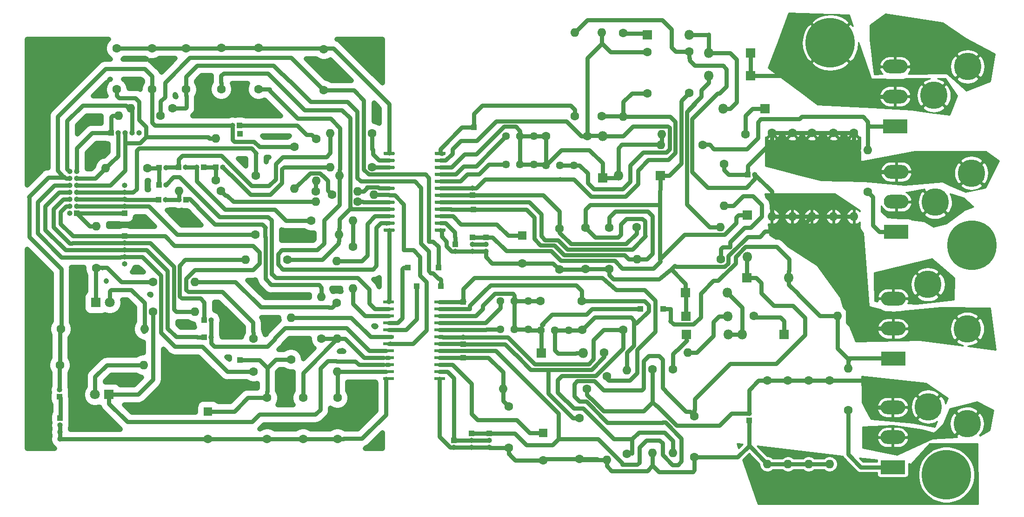
<source format=gbr>
G04 #@! TF.GenerationSoftware,KiCad,Pcbnew,(5.1.5)-3*
G04 #@! TF.CreationDate,2020-08-25T02:26:37-03:00*
G04 #@! TF.ProjectId,Gate_Driver_V2,47617465-5f44-4726-9976-65725f56322e,rev?*
G04 #@! TF.SameCoordinates,Original*
G04 #@! TF.FileFunction,Copper,L1,Top*
G04 #@! TF.FilePolarity,Positive*
%FSLAX46Y46*%
G04 Gerber Fmt 4.6, Leading zero omitted, Abs format (unit mm)*
G04 Created by KiCad (PCBNEW (5.1.5)-3) date 2020-08-25 02:26:37*
%MOMM*%
%LPD*%
G04 APERTURE LIST*
%ADD10C,5.000000*%
%ADD11O,1.600000X1.600000*%
%ADD12C,1.600000*%
%ADD13C,9.000000*%
%ADD14R,1.000000X1.000000*%
%ADD15O,1.800000X1.800000*%
%ADD16R,1.800000X1.800000*%
%ADD17C,1.440000*%
%ADD18C,0.100000*%
%ADD19O,1.000000X1.000000*%
%ADD20C,1.800000*%
%ADD21R,1.600000X1.600000*%
%ADD22O,4.500000X2.500000*%
%ADD23R,4.500000X2.500000*%
%ADD24C,0.750000*%
%ADD25C,0.900000*%
%ADD26C,0.254000*%
G04 APERTURE END LIST*
D10*
X182275000Y-75250000D03*
X189400000Y-100625000D03*
X190200000Y-54950000D03*
X183350000Y-40800000D03*
D11*
X145150000Y-60920000D03*
D12*
X145150000Y-53300000D03*
D11*
X153850000Y-62890000D03*
D12*
X153850000Y-47650000D03*
D11*
X168800000Y-62880000D03*
D12*
X168800000Y-47640000D03*
D13*
X164500000Y-31200000D03*
D10*
X182350000Y-97550000D03*
X189450000Y-83350000D03*
X189500000Y-35550000D03*
X183600000Y-60250000D03*
D11*
X167750000Y-90530000D03*
D12*
X167750000Y-98150000D03*
D11*
X171350000Y-50780000D03*
D12*
X171350000Y-58400000D03*
D11*
X133680000Y-49850000D03*
D12*
X141300000Y-49850000D03*
D11*
X133810000Y-47850000D03*
D12*
X149050000Y-47850000D03*
D14*
X134050000Y-79750000D03*
X129900000Y-79750000D03*
D15*
X145870000Y-81050000D03*
D16*
X138250000Y-81050000D03*
D11*
X138590000Y-87700000D03*
D12*
X123350000Y-87700000D03*
D11*
X104960000Y-94250000D03*
D12*
X120200000Y-94250000D03*
D11*
X132100000Y-105940000D03*
D12*
X132100000Y-90700000D03*
D17*
X104420000Y-78250000D03*
X106960000Y-78250000D03*
X109500000Y-78250000D03*
D12*
X138850000Y-40350000D03*
X138850000Y-32850000D03*
D14*
X97700000Y-78475000D03*
D11*
X48820000Y-80200000D03*
D12*
X41200000Y-80200000D03*
D11*
X74600000Y-71000000D03*
D12*
X74600000Y-78620000D03*
D11*
X48820000Y-74800000D03*
D12*
X41200000Y-74800000D03*
D11*
X77600000Y-76020000D03*
D12*
X77600000Y-68400000D03*
D11*
X77620000Y-63600000D03*
D12*
X70000000Y-63600000D03*
D14*
X87600000Y-72200000D03*
X93200000Y-72200000D03*
X89200000Y-75600000D03*
X93600000Y-75600000D03*
X57000000Y-47800000D03*
X57000000Y-89000000D03*
G04 #@! TA.AperFunction,SMDPad,CuDef*
D18*
G36*
X94251977Y-78155662D02*
G01*
X94265325Y-78157642D01*
X94278414Y-78160921D01*
X94291119Y-78165467D01*
X94303317Y-78171236D01*
X94314891Y-78178173D01*
X94325729Y-78186211D01*
X94335727Y-78195273D01*
X94344789Y-78205271D01*
X94352827Y-78216109D01*
X94359764Y-78227683D01*
X94365533Y-78239881D01*
X94370079Y-78252586D01*
X94373358Y-78265675D01*
X94375338Y-78279023D01*
X94376000Y-78292500D01*
X94376000Y-78567500D01*
X94375338Y-78580977D01*
X94373358Y-78594325D01*
X94370079Y-78607414D01*
X94365533Y-78620119D01*
X94359764Y-78632317D01*
X94352827Y-78643891D01*
X94344789Y-78654729D01*
X94335727Y-78664727D01*
X94325729Y-78673789D01*
X94314891Y-78681827D01*
X94303317Y-78688764D01*
X94291119Y-78694533D01*
X94278414Y-78699079D01*
X94265325Y-78702358D01*
X94251977Y-78704338D01*
X94238500Y-78705000D01*
X92513500Y-78705000D01*
X92500023Y-78704338D01*
X92486675Y-78702358D01*
X92473586Y-78699079D01*
X92460881Y-78694533D01*
X92448683Y-78688764D01*
X92437109Y-78681827D01*
X92426271Y-78673789D01*
X92416273Y-78664727D01*
X92407211Y-78654729D01*
X92399173Y-78643891D01*
X92392236Y-78632317D01*
X92386467Y-78620119D01*
X92381921Y-78607414D01*
X92378642Y-78594325D01*
X92376662Y-78580977D01*
X92376000Y-78567500D01*
X92376000Y-78292500D01*
X92376662Y-78279023D01*
X92378642Y-78265675D01*
X92381921Y-78252586D01*
X92386467Y-78239881D01*
X92392236Y-78227683D01*
X92399173Y-78216109D01*
X92407211Y-78205271D01*
X92416273Y-78195273D01*
X92426271Y-78186211D01*
X92437109Y-78178173D01*
X92448683Y-78171236D01*
X92460881Y-78165467D01*
X92473586Y-78160921D01*
X92486675Y-78157642D01*
X92500023Y-78155662D01*
X92513500Y-78155000D01*
X94238500Y-78155000D01*
X94251977Y-78155662D01*
G37*
G04 #@! TD.AperFunction*
G04 #@! TA.AperFunction,SMDPad,CuDef*
G36*
X94251977Y-79425662D02*
G01*
X94265325Y-79427642D01*
X94278414Y-79430921D01*
X94291119Y-79435467D01*
X94303317Y-79441236D01*
X94314891Y-79448173D01*
X94325729Y-79456211D01*
X94335727Y-79465273D01*
X94344789Y-79475271D01*
X94352827Y-79486109D01*
X94359764Y-79497683D01*
X94365533Y-79509881D01*
X94370079Y-79522586D01*
X94373358Y-79535675D01*
X94375338Y-79549023D01*
X94376000Y-79562500D01*
X94376000Y-79837500D01*
X94375338Y-79850977D01*
X94373358Y-79864325D01*
X94370079Y-79877414D01*
X94365533Y-79890119D01*
X94359764Y-79902317D01*
X94352827Y-79913891D01*
X94344789Y-79924729D01*
X94335727Y-79934727D01*
X94325729Y-79943789D01*
X94314891Y-79951827D01*
X94303317Y-79958764D01*
X94291119Y-79964533D01*
X94278414Y-79969079D01*
X94265325Y-79972358D01*
X94251977Y-79974338D01*
X94238500Y-79975000D01*
X92513500Y-79975000D01*
X92500023Y-79974338D01*
X92486675Y-79972358D01*
X92473586Y-79969079D01*
X92460881Y-79964533D01*
X92448683Y-79958764D01*
X92437109Y-79951827D01*
X92426271Y-79943789D01*
X92416273Y-79934727D01*
X92407211Y-79924729D01*
X92399173Y-79913891D01*
X92392236Y-79902317D01*
X92386467Y-79890119D01*
X92381921Y-79877414D01*
X92378642Y-79864325D01*
X92376662Y-79850977D01*
X92376000Y-79837500D01*
X92376000Y-79562500D01*
X92376662Y-79549023D01*
X92378642Y-79535675D01*
X92381921Y-79522586D01*
X92386467Y-79509881D01*
X92392236Y-79497683D01*
X92399173Y-79486109D01*
X92407211Y-79475271D01*
X92416273Y-79465273D01*
X92426271Y-79456211D01*
X92437109Y-79448173D01*
X92448683Y-79441236D01*
X92460881Y-79435467D01*
X92473586Y-79430921D01*
X92486675Y-79427642D01*
X92500023Y-79425662D01*
X92513500Y-79425000D01*
X94238500Y-79425000D01*
X94251977Y-79425662D01*
G37*
G04 #@! TD.AperFunction*
G04 #@! TA.AperFunction,SMDPad,CuDef*
G36*
X94251977Y-80695662D02*
G01*
X94265325Y-80697642D01*
X94278414Y-80700921D01*
X94291119Y-80705467D01*
X94303317Y-80711236D01*
X94314891Y-80718173D01*
X94325729Y-80726211D01*
X94335727Y-80735273D01*
X94344789Y-80745271D01*
X94352827Y-80756109D01*
X94359764Y-80767683D01*
X94365533Y-80779881D01*
X94370079Y-80792586D01*
X94373358Y-80805675D01*
X94375338Y-80819023D01*
X94376000Y-80832500D01*
X94376000Y-81107500D01*
X94375338Y-81120977D01*
X94373358Y-81134325D01*
X94370079Y-81147414D01*
X94365533Y-81160119D01*
X94359764Y-81172317D01*
X94352827Y-81183891D01*
X94344789Y-81194729D01*
X94335727Y-81204727D01*
X94325729Y-81213789D01*
X94314891Y-81221827D01*
X94303317Y-81228764D01*
X94291119Y-81234533D01*
X94278414Y-81239079D01*
X94265325Y-81242358D01*
X94251977Y-81244338D01*
X94238500Y-81245000D01*
X92513500Y-81245000D01*
X92500023Y-81244338D01*
X92486675Y-81242358D01*
X92473586Y-81239079D01*
X92460881Y-81234533D01*
X92448683Y-81228764D01*
X92437109Y-81221827D01*
X92426271Y-81213789D01*
X92416273Y-81204727D01*
X92407211Y-81194729D01*
X92399173Y-81183891D01*
X92392236Y-81172317D01*
X92386467Y-81160119D01*
X92381921Y-81147414D01*
X92378642Y-81134325D01*
X92376662Y-81120977D01*
X92376000Y-81107500D01*
X92376000Y-80832500D01*
X92376662Y-80819023D01*
X92378642Y-80805675D01*
X92381921Y-80792586D01*
X92386467Y-80779881D01*
X92392236Y-80767683D01*
X92399173Y-80756109D01*
X92407211Y-80745271D01*
X92416273Y-80735273D01*
X92426271Y-80726211D01*
X92437109Y-80718173D01*
X92448683Y-80711236D01*
X92460881Y-80705467D01*
X92473586Y-80700921D01*
X92486675Y-80697642D01*
X92500023Y-80695662D01*
X92513500Y-80695000D01*
X94238500Y-80695000D01*
X94251977Y-80695662D01*
G37*
G04 #@! TD.AperFunction*
G04 #@! TA.AperFunction,SMDPad,CuDef*
G36*
X94251977Y-81965662D02*
G01*
X94265325Y-81967642D01*
X94278414Y-81970921D01*
X94291119Y-81975467D01*
X94303317Y-81981236D01*
X94314891Y-81988173D01*
X94325729Y-81996211D01*
X94335727Y-82005273D01*
X94344789Y-82015271D01*
X94352827Y-82026109D01*
X94359764Y-82037683D01*
X94365533Y-82049881D01*
X94370079Y-82062586D01*
X94373358Y-82075675D01*
X94375338Y-82089023D01*
X94376000Y-82102500D01*
X94376000Y-82377500D01*
X94375338Y-82390977D01*
X94373358Y-82404325D01*
X94370079Y-82417414D01*
X94365533Y-82430119D01*
X94359764Y-82442317D01*
X94352827Y-82453891D01*
X94344789Y-82464729D01*
X94335727Y-82474727D01*
X94325729Y-82483789D01*
X94314891Y-82491827D01*
X94303317Y-82498764D01*
X94291119Y-82504533D01*
X94278414Y-82509079D01*
X94265325Y-82512358D01*
X94251977Y-82514338D01*
X94238500Y-82515000D01*
X92513500Y-82515000D01*
X92500023Y-82514338D01*
X92486675Y-82512358D01*
X92473586Y-82509079D01*
X92460881Y-82504533D01*
X92448683Y-82498764D01*
X92437109Y-82491827D01*
X92426271Y-82483789D01*
X92416273Y-82474727D01*
X92407211Y-82464729D01*
X92399173Y-82453891D01*
X92392236Y-82442317D01*
X92386467Y-82430119D01*
X92381921Y-82417414D01*
X92378642Y-82404325D01*
X92376662Y-82390977D01*
X92376000Y-82377500D01*
X92376000Y-82102500D01*
X92376662Y-82089023D01*
X92378642Y-82075675D01*
X92381921Y-82062586D01*
X92386467Y-82049881D01*
X92392236Y-82037683D01*
X92399173Y-82026109D01*
X92407211Y-82015271D01*
X92416273Y-82005273D01*
X92426271Y-81996211D01*
X92437109Y-81988173D01*
X92448683Y-81981236D01*
X92460881Y-81975467D01*
X92473586Y-81970921D01*
X92486675Y-81967642D01*
X92500023Y-81965662D01*
X92513500Y-81965000D01*
X94238500Y-81965000D01*
X94251977Y-81965662D01*
G37*
G04 #@! TD.AperFunction*
G04 #@! TA.AperFunction,SMDPad,CuDef*
G36*
X94251977Y-83235662D02*
G01*
X94265325Y-83237642D01*
X94278414Y-83240921D01*
X94291119Y-83245467D01*
X94303317Y-83251236D01*
X94314891Y-83258173D01*
X94325729Y-83266211D01*
X94335727Y-83275273D01*
X94344789Y-83285271D01*
X94352827Y-83296109D01*
X94359764Y-83307683D01*
X94365533Y-83319881D01*
X94370079Y-83332586D01*
X94373358Y-83345675D01*
X94375338Y-83359023D01*
X94376000Y-83372500D01*
X94376000Y-83647500D01*
X94375338Y-83660977D01*
X94373358Y-83674325D01*
X94370079Y-83687414D01*
X94365533Y-83700119D01*
X94359764Y-83712317D01*
X94352827Y-83723891D01*
X94344789Y-83734729D01*
X94335727Y-83744727D01*
X94325729Y-83753789D01*
X94314891Y-83761827D01*
X94303317Y-83768764D01*
X94291119Y-83774533D01*
X94278414Y-83779079D01*
X94265325Y-83782358D01*
X94251977Y-83784338D01*
X94238500Y-83785000D01*
X92513500Y-83785000D01*
X92500023Y-83784338D01*
X92486675Y-83782358D01*
X92473586Y-83779079D01*
X92460881Y-83774533D01*
X92448683Y-83768764D01*
X92437109Y-83761827D01*
X92426271Y-83753789D01*
X92416273Y-83744727D01*
X92407211Y-83734729D01*
X92399173Y-83723891D01*
X92392236Y-83712317D01*
X92386467Y-83700119D01*
X92381921Y-83687414D01*
X92378642Y-83674325D01*
X92376662Y-83660977D01*
X92376000Y-83647500D01*
X92376000Y-83372500D01*
X92376662Y-83359023D01*
X92378642Y-83345675D01*
X92381921Y-83332586D01*
X92386467Y-83319881D01*
X92392236Y-83307683D01*
X92399173Y-83296109D01*
X92407211Y-83285271D01*
X92416273Y-83275273D01*
X92426271Y-83266211D01*
X92437109Y-83258173D01*
X92448683Y-83251236D01*
X92460881Y-83245467D01*
X92473586Y-83240921D01*
X92486675Y-83237642D01*
X92500023Y-83235662D01*
X92513500Y-83235000D01*
X94238500Y-83235000D01*
X94251977Y-83235662D01*
G37*
G04 #@! TD.AperFunction*
G04 #@! TA.AperFunction,SMDPad,CuDef*
G36*
X94251977Y-84505662D02*
G01*
X94265325Y-84507642D01*
X94278414Y-84510921D01*
X94291119Y-84515467D01*
X94303317Y-84521236D01*
X94314891Y-84528173D01*
X94325729Y-84536211D01*
X94335727Y-84545273D01*
X94344789Y-84555271D01*
X94352827Y-84566109D01*
X94359764Y-84577683D01*
X94365533Y-84589881D01*
X94370079Y-84602586D01*
X94373358Y-84615675D01*
X94375338Y-84629023D01*
X94376000Y-84642500D01*
X94376000Y-84917500D01*
X94375338Y-84930977D01*
X94373358Y-84944325D01*
X94370079Y-84957414D01*
X94365533Y-84970119D01*
X94359764Y-84982317D01*
X94352827Y-84993891D01*
X94344789Y-85004729D01*
X94335727Y-85014727D01*
X94325729Y-85023789D01*
X94314891Y-85031827D01*
X94303317Y-85038764D01*
X94291119Y-85044533D01*
X94278414Y-85049079D01*
X94265325Y-85052358D01*
X94251977Y-85054338D01*
X94238500Y-85055000D01*
X92513500Y-85055000D01*
X92500023Y-85054338D01*
X92486675Y-85052358D01*
X92473586Y-85049079D01*
X92460881Y-85044533D01*
X92448683Y-85038764D01*
X92437109Y-85031827D01*
X92426271Y-85023789D01*
X92416273Y-85014727D01*
X92407211Y-85004729D01*
X92399173Y-84993891D01*
X92392236Y-84982317D01*
X92386467Y-84970119D01*
X92381921Y-84957414D01*
X92378642Y-84944325D01*
X92376662Y-84930977D01*
X92376000Y-84917500D01*
X92376000Y-84642500D01*
X92376662Y-84629023D01*
X92378642Y-84615675D01*
X92381921Y-84602586D01*
X92386467Y-84589881D01*
X92392236Y-84577683D01*
X92399173Y-84566109D01*
X92407211Y-84555271D01*
X92416273Y-84545273D01*
X92426271Y-84536211D01*
X92437109Y-84528173D01*
X92448683Y-84521236D01*
X92460881Y-84515467D01*
X92473586Y-84510921D01*
X92486675Y-84507642D01*
X92500023Y-84505662D01*
X92513500Y-84505000D01*
X94238500Y-84505000D01*
X94251977Y-84505662D01*
G37*
G04 #@! TD.AperFunction*
G04 #@! TA.AperFunction,SMDPad,CuDef*
G36*
X94251977Y-85775662D02*
G01*
X94265325Y-85777642D01*
X94278414Y-85780921D01*
X94291119Y-85785467D01*
X94303317Y-85791236D01*
X94314891Y-85798173D01*
X94325729Y-85806211D01*
X94335727Y-85815273D01*
X94344789Y-85825271D01*
X94352827Y-85836109D01*
X94359764Y-85847683D01*
X94365533Y-85859881D01*
X94370079Y-85872586D01*
X94373358Y-85885675D01*
X94375338Y-85899023D01*
X94376000Y-85912500D01*
X94376000Y-86187500D01*
X94375338Y-86200977D01*
X94373358Y-86214325D01*
X94370079Y-86227414D01*
X94365533Y-86240119D01*
X94359764Y-86252317D01*
X94352827Y-86263891D01*
X94344789Y-86274729D01*
X94335727Y-86284727D01*
X94325729Y-86293789D01*
X94314891Y-86301827D01*
X94303317Y-86308764D01*
X94291119Y-86314533D01*
X94278414Y-86319079D01*
X94265325Y-86322358D01*
X94251977Y-86324338D01*
X94238500Y-86325000D01*
X92513500Y-86325000D01*
X92500023Y-86324338D01*
X92486675Y-86322358D01*
X92473586Y-86319079D01*
X92460881Y-86314533D01*
X92448683Y-86308764D01*
X92437109Y-86301827D01*
X92426271Y-86293789D01*
X92416273Y-86284727D01*
X92407211Y-86274729D01*
X92399173Y-86263891D01*
X92392236Y-86252317D01*
X92386467Y-86240119D01*
X92381921Y-86227414D01*
X92378642Y-86214325D01*
X92376662Y-86200977D01*
X92376000Y-86187500D01*
X92376000Y-85912500D01*
X92376662Y-85899023D01*
X92378642Y-85885675D01*
X92381921Y-85872586D01*
X92386467Y-85859881D01*
X92392236Y-85847683D01*
X92399173Y-85836109D01*
X92407211Y-85825271D01*
X92416273Y-85815273D01*
X92426271Y-85806211D01*
X92437109Y-85798173D01*
X92448683Y-85791236D01*
X92460881Y-85785467D01*
X92473586Y-85780921D01*
X92486675Y-85777642D01*
X92500023Y-85775662D01*
X92513500Y-85775000D01*
X94238500Y-85775000D01*
X94251977Y-85775662D01*
G37*
G04 #@! TD.AperFunction*
G04 #@! TA.AperFunction,SMDPad,CuDef*
G36*
X94251977Y-87045662D02*
G01*
X94265325Y-87047642D01*
X94278414Y-87050921D01*
X94291119Y-87055467D01*
X94303317Y-87061236D01*
X94314891Y-87068173D01*
X94325729Y-87076211D01*
X94335727Y-87085273D01*
X94344789Y-87095271D01*
X94352827Y-87106109D01*
X94359764Y-87117683D01*
X94365533Y-87129881D01*
X94370079Y-87142586D01*
X94373358Y-87155675D01*
X94375338Y-87169023D01*
X94376000Y-87182500D01*
X94376000Y-87457500D01*
X94375338Y-87470977D01*
X94373358Y-87484325D01*
X94370079Y-87497414D01*
X94365533Y-87510119D01*
X94359764Y-87522317D01*
X94352827Y-87533891D01*
X94344789Y-87544729D01*
X94335727Y-87554727D01*
X94325729Y-87563789D01*
X94314891Y-87571827D01*
X94303317Y-87578764D01*
X94291119Y-87584533D01*
X94278414Y-87589079D01*
X94265325Y-87592358D01*
X94251977Y-87594338D01*
X94238500Y-87595000D01*
X92513500Y-87595000D01*
X92500023Y-87594338D01*
X92486675Y-87592358D01*
X92473586Y-87589079D01*
X92460881Y-87584533D01*
X92448683Y-87578764D01*
X92437109Y-87571827D01*
X92426271Y-87563789D01*
X92416273Y-87554727D01*
X92407211Y-87544729D01*
X92399173Y-87533891D01*
X92392236Y-87522317D01*
X92386467Y-87510119D01*
X92381921Y-87497414D01*
X92378642Y-87484325D01*
X92376662Y-87470977D01*
X92376000Y-87457500D01*
X92376000Y-87182500D01*
X92376662Y-87169023D01*
X92378642Y-87155675D01*
X92381921Y-87142586D01*
X92386467Y-87129881D01*
X92392236Y-87117683D01*
X92399173Y-87106109D01*
X92407211Y-87095271D01*
X92416273Y-87085273D01*
X92426271Y-87076211D01*
X92437109Y-87068173D01*
X92448683Y-87061236D01*
X92460881Y-87055467D01*
X92473586Y-87050921D01*
X92486675Y-87047642D01*
X92500023Y-87045662D01*
X92513500Y-87045000D01*
X94238500Y-87045000D01*
X94251977Y-87045662D01*
G37*
G04 #@! TD.AperFunction*
G04 #@! TA.AperFunction,SMDPad,CuDef*
G36*
X94251977Y-88315662D02*
G01*
X94265325Y-88317642D01*
X94278414Y-88320921D01*
X94291119Y-88325467D01*
X94303317Y-88331236D01*
X94314891Y-88338173D01*
X94325729Y-88346211D01*
X94335727Y-88355273D01*
X94344789Y-88365271D01*
X94352827Y-88376109D01*
X94359764Y-88387683D01*
X94365533Y-88399881D01*
X94370079Y-88412586D01*
X94373358Y-88425675D01*
X94375338Y-88439023D01*
X94376000Y-88452500D01*
X94376000Y-88727500D01*
X94375338Y-88740977D01*
X94373358Y-88754325D01*
X94370079Y-88767414D01*
X94365533Y-88780119D01*
X94359764Y-88792317D01*
X94352827Y-88803891D01*
X94344789Y-88814729D01*
X94335727Y-88824727D01*
X94325729Y-88833789D01*
X94314891Y-88841827D01*
X94303317Y-88848764D01*
X94291119Y-88854533D01*
X94278414Y-88859079D01*
X94265325Y-88862358D01*
X94251977Y-88864338D01*
X94238500Y-88865000D01*
X92513500Y-88865000D01*
X92500023Y-88864338D01*
X92486675Y-88862358D01*
X92473586Y-88859079D01*
X92460881Y-88854533D01*
X92448683Y-88848764D01*
X92437109Y-88841827D01*
X92426271Y-88833789D01*
X92416273Y-88824727D01*
X92407211Y-88814729D01*
X92399173Y-88803891D01*
X92392236Y-88792317D01*
X92386467Y-88780119D01*
X92381921Y-88767414D01*
X92378642Y-88754325D01*
X92376662Y-88740977D01*
X92376000Y-88727500D01*
X92376000Y-88452500D01*
X92376662Y-88439023D01*
X92378642Y-88425675D01*
X92381921Y-88412586D01*
X92386467Y-88399881D01*
X92392236Y-88387683D01*
X92399173Y-88376109D01*
X92407211Y-88365271D01*
X92416273Y-88355273D01*
X92426271Y-88346211D01*
X92437109Y-88338173D01*
X92448683Y-88331236D01*
X92460881Y-88325467D01*
X92473586Y-88320921D01*
X92486675Y-88317642D01*
X92500023Y-88315662D01*
X92513500Y-88315000D01*
X94238500Y-88315000D01*
X94251977Y-88315662D01*
G37*
G04 #@! TD.AperFunction*
G04 #@! TA.AperFunction,SMDPad,CuDef*
G36*
X94251977Y-89585662D02*
G01*
X94265325Y-89587642D01*
X94278414Y-89590921D01*
X94291119Y-89595467D01*
X94303317Y-89601236D01*
X94314891Y-89608173D01*
X94325729Y-89616211D01*
X94335727Y-89625273D01*
X94344789Y-89635271D01*
X94352827Y-89646109D01*
X94359764Y-89657683D01*
X94365533Y-89669881D01*
X94370079Y-89682586D01*
X94373358Y-89695675D01*
X94375338Y-89709023D01*
X94376000Y-89722500D01*
X94376000Y-89997500D01*
X94375338Y-90010977D01*
X94373358Y-90024325D01*
X94370079Y-90037414D01*
X94365533Y-90050119D01*
X94359764Y-90062317D01*
X94352827Y-90073891D01*
X94344789Y-90084729D01*
X94335727Y-90094727D01*
X94325729Y-90103789D01*
X94314891Y-90111827D01*
X94303317Y-90118764D01*
X94291119Y-90124533D01*
X94278414Y-90129079D01*
X94265325Y-90132358D01*
X94251977Y-90134338D01*
X94238500Y-90135000D01*
X92513500Y-90135000D01*
X92500023Y-90134338D01*
X92486675Y-90132358D01*
X92473586Y-90129079D01*
X92460881Y-90124533D01*
X92448683Y-90118764D01*
X92437109Y-90111827D01*
X92426271Y-90103789D01*
X92416273Y-90094727D01*
X92407211Y-90084729D01*
X92399173Y-90073891D01*
X92392236Y-90062317D01*
X92386467Y-90050119D01*
X92381921Y-90037414D01*
X92378642Y-90024325D01*
X92376662Y-90010977D01*
X92376000Y-89997500D01*
X92376000Y-89722500D01*
X92376662Y-89709023D01*
X92378642Y-89695675D01*
X92381921Y-89682586D01*
X92386467Y-89669881D01*
X92392236Y-89657683D01*
X92399173Y-89646109D01*
X92407211Y-89635271D01*
X92416273Y-89625273D01*
X92426271Y-89616211D01*
X92437109Y-89608173D01*
X92448683Y-89601236D01*
X92460881Y-89595467D01*
X92473586Y-89590921D01*
X92486675Y-89587642D01*
X92500023Y-89585662D01*
X92513500Y-89585000D01*
X94238500Y-89585000D01*
X94251977Y-89585662D01*
G37*
G04 #@! TD.AperFunction*
G04 #@! TA.AperFunction,SMDPad,CuDef*
G36*
X94251977Y-90855662D02*
G01*
X94265325Y-90857642D01*
X94278414Y-90860921D01*
X94291119Y-90865467D01*
X94303317Y-90871236D01*
X94314891Y-90878173D01*
X94325729Y-90886211D01*
X94335727Y-90895273D01*
X94344789Y-90905271D01*
X94352827Y-90916109D01*
X94359764Y-90927683D01*
X94365533Y-90939881D01*
X94370079Y-90952586D01*
X94373358Y-90965675D01*
X94375338Y-90979023D01*
X94376000Y-90992500D01*
X94376000Y-91267500D01*
X94375338Y-91280977D01*
X94373358Y-91294325D01*
X94370079Y-91307414D01*
X94365533Y-91320119D01*
X94359764Y-91332317D01*
X94352827Y-91343891D01*
X94344789Y-91354729D01*
X94335727Y-91364727D01*
X94325729Y-91373789D01*
X94314891Y-91381827D01*
X94303317Y-91388764D01*
X94291119Y-91394533D01*
X94278414Y-91399079D01*
X94265325Y-91402358D01*
X94251977Y-91404338D01*
X94238500Y-91405000D01*
X92513500Y-91405000D01*
X92500023Y-91404338D01*
X92486675Y-91402358D01*
X92473586Y-91399079D01*
X92460881Y-91394533D01*
X92448683Y-91388764D01*
X92437109Y-91381827D01*
X92426271Y-91373789D01*
X92416273Y-91364727D01*
X92407211Y-91354729D01*
X92399173Y-91343891D01*
X92392236Y-91332317D01*
X92386467Y-91320119D01*
X92381921Y-91307414D01*
X92378642Y-91294325D01*
X92376662Y-91280977D01*
X92376000Y-91267500D01*
X92376000Y-90992500D01*
X92376662Y-90979023D01*
X92378642Y-90965675D01*
X92381921Y-90952586D01*
X92386467Y-90939881D01*
X92392236Y-90927683D01*
X92399173Y-90916109D01*
X92407211Y-90905271D01*
X92416273Y-90895273D01*
X92426271Y-90886211D01*
X92437109Y-90878173D01*
X92448683Y-90871236D01*
X92460881Y-90865467D01*
X92473586Y-90860921D01*
X92486675Y-90857642D01*
X92500023Y-90855662D01*
X92513500Y-90855000D01*
X94238500Y-90855000D01*
X94251977Y-90855662D01*
G37*
G04 #@! TD.AperFunction*
G04 #@! TA.AperFunction,SMDPad,CuDef*
G36*
X94251977Y-92125662D02*
G01*
X94265325Y-92127642D01*
X94278414Y-92130921D01*
X94291119Y-92135467D01*
X94303317Y-92141236D01*
X94314891Y-92148173D01*
X94325729Y-92156211D01*
X94335727Y-92165273D01*
X94344789Y-92175271D01*
X94352827Y-92186109D01*
X94359764Y-92197683D01*
X94365533Y-92209881D01*
X94370079Y-92222586D01*
X94373358Y-92235675D01*
X94375338Y-92249023D01*
X94376000Y-92262500D01*
X94376000Y-92537500D01*
X94375338Y-92550977D01*
X94373358Y-92564325D01*
X94370079Y-92577414D01*
X94365533Y-92590119D01*
X94359764Y-92602317D01*
X94352827Y-92613891D01*
X94344789Y-92624729D01*
X94335727Y-92634727D01*
X94325729Y-92643789D01*
X94314891Y-92651827D01*
X94303317Y-92658764D01*
X94291119Y-92664533D01*
X94278414Y-92669079D01*
X94265325Y-92672358D01*
X94251977Y-92674338D01*
X94238500Y-92675000D01*
X92513500Y-92675000D01*
X92500023Y-92674338D01*
X92486675Y-92672358D01*
X92473586Y-92669079D01*
X92460881Y-92664533D01*
X92448683Y-92658764D01*
X92437109Y-92651827D01*
X92426271Y-92643789D01*
X92416273Y-92634727D01*
X92407211Y-92624729D01*
X92399173Y-92613891D01*
X92392236Y-92602317D01*
X92386467Y-92590119D01*
X92381921Y-92577414D01*
X92378642Y-92564325D01*
X92376662Y-92550977D01*
X92376000Y-92537500D01*
X92376000Y-92262500D01*
X92376662Y-92249023D01*
X92378642Y-92235675D01*
X92381921Y-92222586D01*
X92386467Y-92209881D01*
X92392236Y-92197683D01*
X92399173Y-92186109D01*
X92407211Y-92175271D01*
X92416273Y-92165273D01*
X92426271Y-92156211D01*
X92437109Y-92148173D01*
X92448683Y-92141236D01*
X92460881Y-92135467D01*
X92473586Y-92130921D01*
X92486675Y-92127642D01*
X92500023Y-92125662D01*
X92513500Y-92125000D01*
X94238500Y-92125000D01*
X94251977Y-92125662D01*
G37*
G04 #@! TD.AperFunction*
G04 #@! TA.AperFunction,SMDPad,CuDef*
G36*
X84951977Y-92125662D02*
G01*
X84965325Y-92127642D01*
X84978414Y-92130921D01*
X84991119Y-92135467D01*
X85003317Y-92141236D01*
X85014891Y-92148173D01*
X85025729Y-92156211D01*
X85035727Y-92165273D01*
X85044789Y-92175271D01*
X85052827Y-92186109D01*
X85059764Y-92197683D01*
X85065533Y-92209881D01*
X85070079Y-92222586D01*
X85073358Y-92235675D01*
X85075338Y-92249023D01*
X85076000Y-92262500D01*
X85076000Y-92537500D01*
X85075338Y-92550977D01*
X85073358Y-92564325D01*
X85070079Y-92577414D01*
X85065533Y-92590119D01*
X85059764Y-92602317D01*
X85052827Y-92613891D01*
X85044789Y-92624729D01*
X85035727Y-92634727D01*
X85025729Y-92643789D01*
X85014891Y-92651827D01*
X85003317Y-92658764D01*
X84991119Y-92664533D01*
X84978414Y-92669079D01*
X84965325Y-92672358D01*
X84951977Y-92674338D01*
X84938500Y-92675000D01*
X83213500Y-92675000D01*
X83200023Y-92674338D01*
X83186675Y-92672358D01*
X83173586Y-92669079D01*
X83160881Y-92664533D01*
X83148683Y-92658764D01*
X83137109Y-92651827D01*
X83126271Y-92643789D01*
X83116273Y-92634727D01*
X83107211Y-92624729D01*
X83099173Y-92613891D01*
X83092236Y-92602317D01*
X83086467Y-92590119D01*
X83081921Y-92577414D01*
X83078642Y-92564325D01*
X83076662Y-92550977D01*
X83076000Y-92537500D01*
X83076000Y-92262500D01*
X83076662Y-92249023D01*
X83078642Y-92235675D01*
X83081921Y-92222586D01*
X83086467Y-92209881D01*
X83092236Y-92197683D01*
X83099173Y-92186109D01*
X83107211Y-92175271D01*
X83116273Y-92165273D01*
X83126271Y-92156211D01*
X83137109Y-92148173D01*
X83148683Y-92141236D01*
X83160881Y-92135467D01*
X83173586Y-92130921D01*
X83186675Y-92127642D01*
X83200023Y-92125662D01*
X83213500Y-92125000D01*
X84938500Y-92125000D01*
X84951977Y-92125662D01*
G37*
G04 #@! TD.AperFunction*
G04 #@! TA.AperFunction,SMDPad,CuDef*
G36*
X84951977Y-90855662D02*
G01*
X84965325Y-90857642D01*
X84978414Y-90860921D01*
X84991119Y-90865467D01*
X85003317Y-90871236D01*
X85014891Y-90878173D01*
X85025729Y-90886211D01*
X85035727Y-90895273D01*
X85044789Y-90905271D01*
X85052827Y-90916109D01*
X85059764Y-90927683D01*
X85065533Y-90939881D01*
X85070079Y-90952586D01*
X85073358Y-90965675D01*
X85075338Y-90979023D01*
X85076000Y-90992500D01*
X85076000Y-91267500D01*
X85075338Y-91280977D01*
X85073358Y-91294325D01*
X85070079Y-91307414D01*
X85065533Y-91320119D01*
X85059764Y-91332317D01*
X85052827Y-91343891D01*
X85044789Y-91354729D01*
X85035727Y-91364727D01*
X85025729Y-91373789D01*
X85014891Y-91381827D01*
X85003317Y-91388764D01*
X84991119Y-91394533D01*
X84978414Y-91399079D01*
X84965325Y-91402358D01*
X84951977Y-91404338D01*
X84938500Y-91405000D01*
X83213500Y-91405000D01*
X83200023Y-91404338D01*
X83186675Y-91402358D01*
X83173586Y-91399079D01*
X83160881Y-91394533D01*
X83148683Y-91388764D01*
X83137109Y-91381827D01*
X83126271Y-91373789D01*
X83116273Y-91364727D01*
X83107211Y-91354729D01*
X83099173Y-91343891D01*
X83092236Y-91332317D01*
X83086467Y-91320119D01*
X83081921Y-91307414D01*
X83078642Y-91294325D01*
X83076662Y-91280977D01*
X83076000Y-91267500D01*
X83076000Y-90992500D01*
X83076662Y-90979023D01*
X83078642Y-90965675D01*
X83081921Y-90952586D01*
X83086467Y-90939881D01*
X83092236Y-90927683D01*
X83099173Y-90916109D01*
X83107211Y-90905271D01*
X83116273Y-90895273D01*
X83126271Y-90886211D01*
X83137109Y-90878173D01*
X83148683Y-90871236D01*
X83160881Y-90865467D01*
X83173586Y-90860921D01*
X83186675Y-90857642D01*
X83200023Y-90855662D01*
X83213500Y-90855000D01*
X84938500Y-90855000D01*
X84951977Y-90855662D01*
G37*
G04 #@! TD.AperFunction*
G04 #@! TA.AperFunction,SMDPad,CuDef*
G36*
X84951977Y-89585662D02*
G01*
X84965325Y-89587642D01*
X84978414Y-89590921D01*
X84991119Y-89595467D01*
X85003317Y-89601236D01*
X85014891Y-89608173D01*
X85025729Y-89616211D01*
X85035727Y-89625273D01*
X85044789Y-89635271D01*
X85052827Y-89646109D01*
X85059764Y-89657683D01*
X85065533Y-89669881D01*
X85070079Y-89682586D01*
X85073358Y-89695675D01*
X85075338Y-89709023D01*
X85076000Y-89722500D01*
X85076000Y-89997500D01*
X85075338Y-90010977D01*
X85073358Y-90024325D01*
X85070079Y-90037414D01*
X85065533Y-90050119D01*
X85059764Y-90062317D01*
X85052827Y-90073891D01*
X85044789Y-90084729D01*
X85035727Y-90094727D01*
X85025729Y-90103789D01*
X85014891Y-90111827D01*
X85003317Y-90118764D01*
X84991119Y-90124533D01*
X84978414Y-90129079D01*
X84965325Y-90132358D01*
X84951977Y-90134338D01*
X84938500Y-90135000D01*
X83213500Y-90135000D01*
X83200023Y-90134338D01*
X83186675Y-90132358D01*
X83173586Y-90129079D01*
X83160881Y-90124533D01*
X83148683Y-90118764D01*
X83137109Y-90111827D01*
X83126271Y-90103789D01*
X83116273Y-90094727D01*
X83107211Y-90084729D01*
X83099173Y-90073891D01*
X83092236Y-90062317D01*
X83086467Y-90050119D01*
X83081921Y-90037414D01*
X83078642Y-90024325D01*
X83076662Y-90010977D01*
X83076000Y-89997500D01*
X83076000Y-89722500D01*
X83076662Y-89709023D01*
X83078642Y-89695675D01*
X83081921Y-89682586D01*
X83086467Y-89669881D01*
X83092236Y-89657683D01*
X83099173Y-89646109D01*
X83107211Y-89635271D01*
X83116273Y-89625273D01*
X83126271Y-89616211D01*
X83137109Y-89608173D01*
X83148683Y-89601236D01*
X83160881Y-89595467D01*
X83173586Y-89590921D01*
X83186675Y-89587642D01*
X83200023Y-89585662D01*
X83213500Y-89585000D01*
X84938500Y-89585000D01*
X84951977Y-89585662D01*
G37*
G04 #@! TD.AperFunction*
G04 #@! TA.AperFunction,SMDPad,CuDef*
G36*
X84951977Y-88315662D02*
G01*
X84965325Y-88317642D01*
X84978414Y-88320921D01*
X84991119Y-88325467D01*
X85003317Y-88331236D01*
X85014891Y-88338173D01*
X85025729Y-88346211D01*
X85035727Y-88355273D01*
X85044789Y-88365271D01*
X85052827Y-88376109D01*
X85059764Y-88387683D01*
X85065533Y-88399881D01*
X85070079Y-88412586D01*
X85073358Y-88425675D01*
X85075338Y-88439023D01*
X85076000Y-88452500D01*
X85076000Y-88727500D01*
X85075338Y-88740977D01*
X85073358Y-88754325D01*
X85070079Y-88767414D01*
X85065533Y-88780119D01*
X85059764Y-88792317D01*
X85052827Y-88803891D01*
X85044789Y-88814729D01*
X85035727Y-88824727D01*
X85025729Y-88833789D01*
X85014891Y-88841827D01*
X85003317Y-88848764D01*
X84991119Y-88854533D01*
X84978414Y-88859079D01*
X84965325Y-88862358D01*
X84951977Y-88864338D01*
X84938500Y-88865000D01*
X83213500Y-88865000D01*
X83200023Y-88864338D01*
X83186675Y-88862358D01*
X83173586Y-88859079D01*
X83160881Y-88854533D01*
X83148683Y-88848764D01*
X83137109Y-88841827D01*
X83126271Y-88833789D01*
X83116273Y-88824727D01*
X83107211Y-88814729D01*
X83099173Y-88803891D01*
X83092236Y-88792317D01*
X83086467Y-88780119D01*
X83081921Y-88767414D01*
X83078642Y-88754325D01*
X83076662Y-88740977D01*
X83076000Y-88727500D01*
X83076000Y-88452500D01*
X83076662Y-88439023D01*
X83078642Y-88425675D01*
X83081921Y-88412586D01*
X83086467Y-88399881D01*
X83092236Y-88387683D01*
X83099173Y-88376109D01*
X83107211Y-88365271D01*
X83116273Y-88355273D01*
X83126271Y-88346211D01*
X83137109Y-88338173D01*
X83148683Y-88331236D01*
X83160881Y-88325467D01*
X83173586Y-88320921D01*
X83186675Y-88317642D01*
X83200023Y-88315662D01*
X83213500Y-88315000D01*
X84938500Y-88315000D01*
X84951977Y-88315662D01*
G37*
G04 #@! TD.AperFunction*
G04 #@! TA.AperFunction,SMDPad,CuDef*
G36*
X84951977Y-87045662D02*
G01*
X84965325Y-87047642D01*
X84978414Y-87050921D01*
X84991119Y-87055467D01*
X85003317Y-87061236D01*
X85014891Y-87068173D01*
X85025729Y-87076211D01*
X85035727Y-87085273D01*
X85044789Y-87095271D01*
X85052827Y-87106109D01*
X85059764Y-87117683D01*
X85065533Y-87129881D01*
X85070079Y-87142586D01*
X85073358Y-87155675D01*
X85075338Y-87169023D01*
X85076000Y-87182500D01*
X85076000Y-87457500D01*
X85075338Y-87470977D01*
X85073358Y-87484325D01*
X85070079Y-87497414D01*
X85065533Y-87510119D01*
X85059764Y-87522317D01*
X85052827Y-87533891D01*
X85044789Y-87544729D01*
X85035727Y-87554727D01*
X85025729Y-87563789D01*
X85014891Y-87571827D01*
X85003317Y-87578764D01*
X84991119Y-87584533D01*
X84978414Y-87589079D01*
X84965325Y-87592358D01*
X84951977Y-87594338D01*
X84938500Y-87595000D01*
X83213500Y-87595000D01*
X83200023Y-87594338D01*
X83186675Y-87592358D01*
X83173586Y-87589079D01*
X83160881Y-87584533D01*
X83148683Y-87578764D01*
X83137109Y-87571827D01*
X83126271Y-87563789D01*
X83116273Y-87554727D01*
X83107211Y-87544729D01*
X83099173Y-87533891D01*
X83092236Y-87522317D01*
X83086467Y-87510119D01*
X83081921Y-87497414D01*
X83078642Y-87484325D01*
X83076662Y-87470977D01*
X83076000Y-87457500D01*
X83076000Y-87182500D01*
X83076662Y-87169023D01*
X83078642Y-87155675D01*
X83081921Y-87142586D01*
X83086467Y-87129881D01*
X83092236Y-87117683D01*
X83099173Y-87106109D01*
X83107211Y-87095271D01*
X83116273Y-87085273D01*
X83126271Y-87076211D01*
X83137109Y-87068173D01*
X83148683Y-87061236D01*
X83160881Y-87055467D01*
X83173586Y-87050921D01*
X83186675Y-87047642D01*
X83200023Y-87045662D01*
X83213500Y-87045000D01*
X84938500Y-87045000D01*
X84951977Y-87045662D01*
G37*
G04 #@! TD.AperFunction*
G04 #@! TA.AperFunction,SMDPad,CuDef*
G36*
X84951977Y-85775662D02*
G01*
X84965325Y-85777642D01*
X84978414Y-85780921D01*
X84991119Y-85785467D01*
X85003317Y-85791236D01*
X85014891Y-85798173D01*
X85025729Y-85806211D01*
X85035727Y-85815273D01*
X85044789Y-85825271D01*
X85052827Y-85836109D01*
X85059764Y-85847683D01*
X85065533Y-85859881D01*
X85070079Y-85872586D01*
X85073358Y-85885675D01*
X85075338Y-85899023D01*
X85076000Y-85912500D01*
X85076000Y-86187500D01*
X85075338Y-86200977D01*
X85073358Y-86214325D01*
X85070079Y-86227414D01*
X85065533Y-86240119D01*
X85059764Y-86252317D01*
X85052827Y-86263891D01*
X85044789Y-86274729D01*
X85035727Y-86284727D01*
X85025729Y-86293789D01*
X85014891Y-86301827D01*
X85003317Y-86308764D01*
X84991119Y-86314533D01*
X84978414Y-86319079D01*
X84965325Y-86322358D01*
X84951977Y-86324338D01*
X84938500Y-86325000D01*
X83213500Y-86325000D01*
X83200023Y-86324338D01*
X83186675Y-86322358D01*
X83173586Y-86319079D01*
X83160881Y-86314533D01*
X83148683Y-86308764D01*
X83137109Y-86301827D01*
X83126271Y-86293789D01*
X83116273Y-86284727D01*
X83107211Y-86274729D01*
X83099173Y-86263891D01*
X83092236Y-86252317D01*
X83086467Y-86240119D01*
X83081921Y-86227414D01*
X83078642Y-86214325D01*
X83076662Y-86200977D01*
X83076000Y-86187500D01*
X83076000Y-85912500D01*
X83076662Y-85899023D01*
X83078642Y-85885675D01*
X83081921Y-85872586D01*
X83086467Y-85859881D01*
X83092236Y-85847683D01*
X83099173Y-85836109D01*
X83107211Y-85825271D01*
X83116273Y-85815273D01*
X83126271Y-85806211D01*
X83137109Y-85798173D01*
X83148683Y-85791236D01*
X83160881Y-85785467D01*
X83173586Y-85780921D01*
X83186675Y-85777642D01*
X83200023Y-85775662D01*
X83213500Y-85775000D01*
X84938500Y-85775000D01*
X84951977Y-85775662D01*
G37*
G04 #@! TD.AperFunction*
G04 #@! TA.AperFunction,SMDPad,CuDef*
G36*
X84951977Y-84505662D02*
G01*
X84965325Y-84507642D01*
X84978414Y-84510921D01*
X84991119Y-84515467D01*
X85003317Y-84521236D01*
X85014891Y-84528173D01*
X85025729Y-84536211D01*
X85035727Y-84545273D01*
X85044789Y-84555271D01*
X85052827Y-84566109D01*
X85059764Y-84577683D01*
X85065533Y-84589881D01*
X85070079Y-84602586D01*
X85073358Y-84615675D01*
X85075338Y-84629023D01*
X85076000Y-84642500D01*
X85076000Y-84917500D01*
X85075338Y-84930977D01*
X85073358Y-84944325D01*
X85070079Y-84957414D01*
X85065533Y-84970119D01*
X85059764Y-84982317D01*
X85052827Y-84993891D01*
X85044789Y-85004729D01*
X85035727Y-85014727D01*
X85025729Y-85023789D01*
X85014891Y-85031827D01*
X85003317Y-85038764D01*
X84991119Y-85044533D01*
X84978414Y-85049079D01*
X84965325Y-85052358D01*
X84951977Y-85054338D01*
X84938500Y-85055000D01*
X83213500Y-85055000D01*
X83200023Y-85054338D01*
X83186675Y-85052358D01*
X83173586Y-85049079D01*
X83160881Y-85044533D01*
X83148683Y-85038764D01*
X83137109Y-85031827D01*
X83126271Y-85023789D01*
X83116273Y-85014727D01*
X83107211Y-85004729D01*
X83099173Y-84993891D01*
X83092236Y-84982317D01*
X83086467Y-84970119D01*
X83081921Y-84957414D01*
X83078642Y-84944325D01*
X83076662Y-84930977D01*
X83076000Y-84917500D01*
X83076000Y-84642500D01*
X83076662Y-84629023D01*
X83078642Y-84615675D01*
X83081921Y-84602586D01*
X83086467Y-84589881D01*
X83092236Y-84577683D01*
X83099173Y-84566109D01*
X83107211Y-84555271D01*
X83116273Y-84545273D01*
X83126271Y-84536211D01*
X83137109Y-84528173D01*
X83148683Y-84521236D01*
X83160881Y-84515467D01*
X83173586Y-84510921D01*
X83186675Y-84507642D01*
X83200023Y-84505662D01*
X83213500Y-84505000D01*
X84938500Y-84505000D01*
X84951977Y-84505662D01*
G37*
G04 #@! TD.AperFunction*
G04 #@! TA.AperFunction,SMDPad,CuDef*
G36*
X84951977Y-83235662D02*
G01*
X84965325Y-83237642D01*
X84978414Y-83240921D01*
X84991119Y-83245467D01*
X85003317Y-83251236D01*
X85014891Y-83258173D01*
X85025729Y-83266211D01*
X85035727Y-83275273D01*
X85044789Y-83285271D01*
X85052827Y-83296109D01*
X85059764Y-83307683D01*
X85065533Y-83319881D01*
X85070079Y-83332586D01*
X85073358Y-83345675D01*
X85075338Y-83359023D01*
X85076000Y-83372500D01*
X85076000Y-83647500D01*
X85075338Y-83660977D01*
X85073358Y-83674325D01*
X85070079Y-83687414D01*
X85065533Y-83700119D01*
X85059764Y-83712317D01*
X85052827Y-83723891D01*
X85044789Y-83734729D01*
X85035727Y-83744727D01*
X85025729Y-83753789D01*
X85014891Y-83761827D01*
X85003317Y-83768764D01*
X84991119Y-83774533D01*
X84978414Y-83779079D01*
X84965325Y-83782358D01*
X84951977Y-83784338D01*
X84938500Y-83785000D01*
X83213500Y-83785000D01*
X83200023Y-83784338D01*
X83186675Y-83782358D01*
X83173586Y-83779079D01*
X83160881Y-83774533D01*
X83148683Y-83768764D01*
X83137109Y-83761827D01*
X83126271Y-83753789D01*
X83116273Y-83744727D01*
X83107211Y-83734729D01*
X83099173Y-83723891D01*
X83092236Y-83712317D01*
X83086467Y-83700119D01*
X83081921Y-83687414D01*
X83078642Y-83674325D01*
X83076662Y-83660977D01*
X83076000Y-83647500D01*
X83076000Y-83372500D01*
X83076662Y-83359023D01*
X83078642Y-83345675D01*
X83081921Y-83332586D01*
X83086467Y-83319881D01*
X83092236Y-83307683D01*
X83099173Y-83296109D01*
X83107211Y-83285271D01*
X83116273Y-83275273D01*
X83126271Y-83266211D01*
X83137109Y-83258173D01*
X83148683Y-83251236D01*
X83160881Y-83245467D01*
X83173586Y-83240921D01*
X83186675Y-83237642D01*
X83200023Y-83235662D01*
X83213500Y-83235000D01*
X84938500Y-83235000D01*
X84951977Y-83235662D01*
G37*
G04 #@! TD.AperFunction*
G04 #@! TA.AperFunction,SMDPad,CuDef*
G36*
X84951977Y-81965662D02*
G01*
X84965325Y-81967642D01*
X84978414Y-81970921D01*
X84991119Y-81975467D01*
X85003317Y-81981236D01*
X85014891Y-81988173D01*
X85025729Y-81996211D01*
X85035727Y-82005273D01*
X85044789Y-82015271D01*
X85052827Y-82026109D01*
X85059764Y-82037683D01*
X85065533Y-82049881D01*
X85070079Y-82062586D01*
X85073358Y-82075675D01*
X85075338Y-82089023D01*
X85076000Y-82102500D01*
X85076000Y-82377500D01*
X85075338Y-82390977D01*
X85073358Y-82404325D01*
X85070079Y-82417414D01*
X85065533Y-82430119D01*
X85059764Y-82442317D01*
X85052827Y-82453891D01*
X85044789Y-82464729D01*
X85035727Y-82474727D01*
X85025729Y-82483789D01*
X85014891Y-82491827D01*
X85003317Y-82498764D01*
X84991119Y-82504533D01*
X84978414Y-82509079D01*
X84965325Y-82512358D01*
X84951977Y-82514338D01*
X84938500Y-82515000D01*
X83213500Y-82515000D01*
X83200023Y-82514338D01*
X83186675Y-82512358D01*
X83173586Y-82509079D01*
X83160881Y-82504533D01*
X83148683Y-82498764D01*
X83137109Y-82491827D01*
X83126271Y-82483789D01*
X83116273Y-82474727D01*
X83107211Y-82464729D01*
X83099173Y-82453891D01*
X83092236Y-82442317D01*
X83086467Y-82430119D01*
X83081921Y-82417414D01*
X83078642Y-82404325D01*
X83076662Y-82390977D01*
X83076000Y-82377500D01*
X83076000Y-82102500D01*
X83076662Y-82089023D01*
X83078642Y-82075675D01*
X83081921Y-82062586D01*
X83086467Y-82049881D01*
X83092236Y-82037683D01*
X83099173Y-82026109D01*
X83107211Y-82015271D01*
X83116273Y-82005273D01*
X83126271Y-81996211D01*
X83137109Y-81988173D01*
X83148683Y-81981236D01*
X83160881Y-81975467D01*
X83173586Y-81970921D01*
X83186675Y-81967642D01*
X83200023Y-81965662D01*
X83213500Y-81965000D01*
X84938500Y-81965000D01*
X84951977Y-81965662D01*
G37*
G04 #@! TD.AperFunction*
G04 #@! TA.AperFunction,SMDPad,CuDef*
G36*
X84951977Y-80695662D02*
G01*
X84965325Y-80697642D01*
X84978414Y-80700921D01*
X84991119Y-80705467D01*
X85003317Y-80711236D01*
X85014891Y-80718173D01*
X85025729Y-80726211D01*
X85035727Y-80735273D01*
X85044789Y-80745271D01*
X85052827Y-80756109D01*
X85059764Y-80767683D01*
X85065533Y-80779881D01*
X85070079Y-80792586D01*
X85073358Y-80805675D01*
X85075338Y-80819023D01*
X85076000Y-80832500D01*
X85076000Y-81107500D01*
X85075338Y-81120977D01*
X85073358Y-81134325D01*
X85070079Y-81147414D01*
X85065533Y-81160119D01*
X85059764Y-81172317D01*
X85052827Y-81183891D01*
X85044789Y-81194729D01*
X85035727Y-81204727D01*
X85025729Y-81213789D01*
X85014891Y-81221827D01*
X85003317Y-81228764D01*
X84991119Y-81234533D01*
X84978414Y-81239079D01*
X84965325Y-81242358D01*
X84951977Y-81244338D01*
X84938500Y-81245000D01*
X83213500Y-81245000D01*
X83200023Y-81244338D01*
X83186675Y-81242358D01*
X83173586Y-81239079D01*
X83160881Y-81234533D01*
X83148683Y-81228764D01*
X83137109Y-81221827D01*
X83126271Y-81213789D01*
X83116273Y-81204727D01*
X83107211Y-81194729D01*
X83099173Y-81183891D01*
X83092236Y-81172317D01*
X83086467Y-81160119D01*
X83081921Y-81147414D01*
X83078642Y-81134325D01*
X83076662Y-81120977D01*
X83076000Y-81107500D01*
X83076000Y-80832500D01*
X83076662Y-80819023D01*
X83078642Y-80805675D01*
X83081921Y-80792586D01*
X83086467Y-80779881D01*
X83092236Y-80767683D01*
X83099173Y-80756109D01*
X83107211Y-80745271D01*
X83116273Y-80735273D01*
X83126271Y-80726211D01*
X83137109Y-80718173D01*
X83148683Y-80711236D01*
X83160881Y-80705467D01*
X83173586Y-80700921D01*
X83186675Y-80697642D01*
X83200023Y-80695662D01*
X83213500Y-80695000D01*
X84938500Y-80695000D01*
X84951977Y-80695662D01*
G37*
G04 #@! TD.AperFunction*
G04 #@! TA.AperFunction,SMDPad,CuDef*
G36*
X84951977Y-79425662D02*
G01*
X84965325Y-79427642D01*
X84978414Y-79430921D01*
X84991119Y-79435467D01*
X85003317Y-79441236D01*
X85014891Y-79448173D01*
X85025729Y-79456211D01*
X85035727Y-79465273D01*
X85044789Y-79475271D01*
X85052827Y-79486109D01*
X85059764Y-79497683D01*
X85065533Y-79509881D01*
X85070079Y-79522586D01*
X85073358Y-79535675D01*
X85075338Y-79549023D01*
X85076000Y-79562500D01*
X85076000Y-79837500D01*
X85075338Y-79850977D01*
X85073358Y-79864325D01*
X85070079Y-79877414D01*
X85065533Y-79890119D01*
X85059764Y-79902317D01*
X85052827Y-79913891D01*
X85044789Y-79924729D01*
X85035727Y-79934727D01*
X85025729Y-79943789D01*
X85014891Y-79951827D01*
X85003317Y-79958764D01*
X84991119Y-79964533D01*
X84978414Y-79969079D01*
X84965325Y-79972358D01*
X84951977Y-79974338D01*
X84938500Y-79975000D01*
X83213500Y-79975000D01*
X83200023Y-79974338D01*
X83186675Y-79972358D01*
X83173586Y-79969079D01*
X83160881Y-79964533D01*
X83148683Y-79958764D01*
X83137109Y-79951827D01*
X83126271Y-79943789D01*
X83116273Y-79934727D01*
X83107211Y-79924729D01*
X83099173Y-79913891D01*
X83092236Y-79902317D01*
X83086467Y-79890119D01*
X83081921Y-79877414D01*
X83078642Y-79864325D01*
X83076662Y-79850977D01*
X83076000Y-79837500D01*
X83076000Y-79562500D01*
X83076662Y-79549023D01*
X83078642Y-79535675D01*
X83081921Y-79522586D01*
X83086467Y-79509881D01*
X83092236Y-79497683D01*
X83099173Y-79486109D01*
X83107211Y-79475271D01*
X83116273Y-79465273D01*
X83126271Y-79456211D01*
X83137109Y-79448173D01*
X83148683Y-79441236D01*
X83160881Y-79435467D01*
X83173586Y-79430921D01*
X83186675Y-79427642D01*
X83200023Y-79425662D01*
X83213500Y-79425000D01*
X84938500Y-79425000D01*
X84951977Y-79425662D01*
G37*
G04 #@! TD.AperFunction*
G04 #@! TA.AperFunction,SMDPad,CuDef*
G36*
X84951977Y-78155662D02*
G01*
X84965325Y-78157642D01*
X84978414Y-78160921D01*
X84991119Y-78165467D01*
X85003317Y-78171236D01*
X85014891Y-78178173D01*
X85025729Y-78186211D01*
X85035727Y-78195273D01*
X85044789Y-78205271D01*
X85052827Y-78216109D01*
X85059764Y-78227683D01*
X85065533Y-78239881D01*
X85070079Y-78252586D01*
X85073358Y-78265675D01*
X85075338Y-78279023D01*
X85076000Y-78292500D01*
X85076000Y-78567500D01*
X85075338Y-78580977D01*
X85073358Y-78594325D01*
X85070079Y-78607414D01*
X85065533Y-78620119D01*
X85059764Y-78632317D01*
X85052827Y-78643891D01*
X85044789Y-78654729D01*
X85035727Y-78664727D01*
X85025729Y-78673789D01*
X85014891Y-78681827D01*
X85003317Y-78688764D01*
X84991119Y-78694533D01*
X84978414Y-78699079D01*
X84965325Y-78702358D01*
X84951977Y-78704338D01*
X84938500Y-78705000D01*
X83213500Y-78705000D01*
X83200023Y-78704338D01*
X83186675Y-78702358D01*
X83173586Y-78699079D01*
X83160881Y-78694533D01*
X83148683Y-78688764D01*
X83137109Y-78681827D01*
X83126271Y-78673789D01*
X83116273Y-78664727D01*
X83107211Y-78654729D01*
X83099173Y-78643891D01*
X83092236Y-78632317D01*
X83086467Y-78620119D01*
X83081921Y-78607414D01*
X83078642Y-78594325D01*
X83076662Y-78580977D01*
X83076000Y-78567500D01*
X83076000Y-78292500D01*
X83076662Y-78279023D01*
X83078642Y-78265675D01*
X83081921Y-78252586D01*
X83086467Y-78239881D01*
X83092236Y-78227683D01*
X83099173Y-78216109D01*
X83107211Y-78205271D01*
X83116273Y-78195273D01*
X83126271Y-78186211D01*
X83137109Y-78178173D01*
X83148683Y-78171236D01*
X83160881Y-78165467D01*
X83173586Y-78160921D01*
X83186675Y-78157642D01*
X83200023Y-78155662D01*
X83213500Y-78155000D01*
X84938500Y-78155000D01*
X84951977Y-78155662D01*
G37*
G04 #@! TD.AperFunction*
D11*
X71875000Y-77480000D03*
D12*
X71875000Y-85100000D03*
D11*
X66300000Y-81305000D03*
D12*
X66300000Y-88925000D03*
X70825000Y-58300000D03*
D11*
X78445000Y-58300000D03*
X70900000Y-56370000D03*
D12*
X70900000Y-48750000D03*
D11*
X81445000Y-58900000D03*
D12*
X73825000Y-58900000D03*
D11*
X66950000Y-57795000D03*
D12*
X66950000Y-50175000D03*
D11*
X45955000Y-58225000D03*
D12*
X53575000Y-58225000D03*
D11*
X70830000Y-60175000D03*
D12*
X78450000Y-60175000D03*
D11*
X73480000Y-53850000D03*
D12*
X81100000Y-53850000D03*
D11*
X73480000Y-47750000D03*
D12*
X81100000Y-47750000D03*
D19*
X96000000Y-104920000D03*
D14*
X96000000Y-103650000D03*
D19*
X96250000Y-69195000D03*
D14*
X96250000Y-67925000D03*
D20*
X30635000Y-95325000D03*
D16*
X33175000Y-95325000D03*
D11*
X58030000Y-70750000D03*
D12*
X65650000Y-70750000D03*
D11*
X30850000Y-64680000D03*
D12*
X30850000Y-72300000D03*
D11*
X52600000Y-48630000D03*
D12*
X52600000Y-56250000D03*
D19*
X53925000Y-53925000D03*
D14*
X52655000Y-53925000D03*
D11*
X37130000Y-43150000D03*
D12*
X44750000Y-43150000D03*
D11*
X34930000Y-44500000D03*
D12*
X42550000Y-44500000D03*
D11*
X32580000Y-54050000D03*
D12*
X40200000Y-54050000D03*
D11*
X75090000Y-66200000D03*
D12*
X59850000Y-66200000D03*
D11*
X74759000Y-85149000D03*
D12*
X59519000Y-85149000D03*
D19*
X36025000Y-71530000D03*
X36025000Y-70260000D03*
X36025000Y-68990000D03*
X36025000Y-67720000D03*
D14*
X36025000Y-66450000D03*
D19*
X26036000Y-54691777D03*
X27306000Y-54691777D03*
X26036000Y-55961777D03*
X27306000Y-55961777D03*
X26036000Y-57231777D03*
X27306000Y-57231777D03*
X26036000Y-58501777D03*
X27306000Y-58501777D03*
X26036000Y-59771777D03*
X27306000Y-59771777D03*
X26036000Y-61041777D03*
X27306000Y-61041777D03*
X26036000Y-62311777D03*
D14*
X27306000Y-62311777D03*
D12*
X34570000Y-32200000D03*
X34570000Y-39700000D03*
X112250000Y-107300000D03*
D21*
X112250000Y-102300000D03*
D12*
X108375000Y-71375000D03*
D21*
X108375000Y-66375000D03*
D12*
X51175000Y-103400000D03*
D21*
X51175000Y-98400000D03*
D12*
X119300000Y-83550000D03*
X126800000Y-83550000D03*
X118800000Y-107100000D03*
X118800000Y-99600000D03*
X106000000Y-105000000D03*
X106000000Y-97500000D03*
X119250000Y-78250000D03*
X111750000Y-78250000D03*
X120275000Y-48225000D03*
X112775000Y-48225000D03*
X139750000Y-106750000D03*
X139750000Y-99250000D03*
X119925000Y-72425000D03*
X119925000Y-64925000D03*
X131200000Y-32900000D03*
X131200000Y-40400000D03*
X115200000Y-72550000D03*
X115200000Y-65050000D03*
X124250000Y-72425000D03*
X124250000Y-64925000D03*
X53600000Y-32125000D03*
X53600000Y-39625000D03*
X60380000Y-32150000D03*
X60380000Y-39650000D03*
X47225000Y-32200000D03*
X47225000Y-39700000D03*
X72275000Y-32350000D03*
X72275000Y-39850000D03*
X74775000Y-103400000D03*
X74775000Y-95900000D03*
X68525000Y-103400000D03*
X68525000Y-95900000D03*
X41050000Y-32175000D03*
X41050000Y-39675000D03*
X61975000Y-103400000D03*
X61975000Y-95900000D03*
D19*
X97700000Y-84855000D03*
D14*
X97700000Y-86125000D03*
X97700000Y-88575000D03*
X99600000Y-46575000D03*
D19*
X99325000Y-57680000D03*
D14*
X99325000Y-58950000D03*
X99500000Y-61575000D03*
D11*
X153050000Y-107990000D03*
D12*
X153050000Y-92750000D03*
D11*
X164350000Y-107990000D03*
D12*
X164350000Y-92750000D03*
D11*
X160550000Y-107990000D03*
D12*
X160550000Y-92750000D03*
D11*
X165790000Y-81000000D03*
D12*
X150550000Y-81000000D03*
D11*
X135850000Y-105940000D03*
D12*
X135850000Y-90700000D03*
D11*
X156800000Y-107990000D03*
D12*
X156800000Y-92750000D03*
D11*
X127500000Y-90860000D03*
D12*
X127500000Y-106100000D03*
D11*
X123800000Y-107240000D03*
D12*
X123800000Y-92000000D03*
D11*
X157566000Y-62880000D03*
D12*
X157566000Y-47640000D03*
D11*
X144450000Y-64800000D03*
D12*
X129210000Y-64800000D03*
D11*
X165088000Y-62880000D03*
D12*
X165088000Y-47640000D03*
D11*
X129310000Y-70650000D03*
D12*
X144550000Y-70650000D03*
D11*
X122900000Y-29360000D03*
D12*
X122900000Y-44600000D03*
D11*
X118000000Y-29310000D03*
D12*
X118000000Y-44550000D03*
D11*
X161122000Y-62880000D03*
D12*
X161122000Y-47640000D03*
D11*
X126775000Y-44640000D03*
D12*
X126775000Y-29400000D03*
D17*
X117830000Y-53525000D03*
X115290000Y-53525000D03*
X112750000Y-53525000D03*
D11*
X39640000Y-83350000D03*
D12*
X24400000Y-83350000D03*
D11*
X75140000Y-55450000D03*
D12*
X59900000Y-55450000D03*
D11*
X74759000Y-91134000D03*
D12*
X59519000Y-91134000D03*
D11*
X39465000Y-89950000D03*
D12*
X24225000Y-89950000D03*
G04 #@! TA.AperFunction,SMDPad,CuDef*
D18*
G36*
X94351977Y-51106662D02*
G01*
X94365325Y-51108642D01*
X94378414Y-51111921D01*
X94391119Y-51116467D01*
X94403317Y-51122236D01*
X94414891Y-51129173D01*
X94425729Y-51137211D01*
X94435727Y-51146273D01*
X94444789Y-51156271D01*
X94452827Y-51167109D01*
X94459764Y-51178683D01*
X94465533Y-51190881D01*
X94470079Y-51203586D01*
X94473358Y-51216675D01*
X94475338Y-51230023D01*
X94476000Y-51243500D01*
X94476000Y-51518500D01*
X94475338Y-51531977D01*
X94473358Y-51545325D01*
X94470079Y-51558414D01*
X94465533Y-51571119D01*
X94459764Y-51583317D01*
X94452827Y-51594891D01*
X94444789Y-51605729D01*
X94435727Y-51615727D01*
X94425729Y-51624789D01*
X94414891Y-51632827D01*
X94403317Y-51639764D01*
X94391119Y-51645533D01*
X94378414Y-51650079D01*
X94365325Y-51653358D01*
X94351977Y-51655338D01*
X94338500Y-51656000D01*
X92613500Y-51656000D01*
X92600023Y-51655338D01*
X92586675Y-51653358D01*
X92573586Y-51650079D01*
X92560881Y-51645533D01*
X92548683Y-51639764D01*
X92537109Y-51632827D01*
X92526271Y-51624789D01*
X92516273Y-51615727D01*
X92507211Y-51605729D01*
X92499173Y-51594891D01*
X92492236Y-51583317D01*
X92486467Y-51571119D01*
X92481921Y-51558414D01*
X92478642Y-51545325D01*
X92476662Y-51531977D01*
X92476000Y-51518500D01*
X92476000Y-51243500D01*
X92476662Y-51230023D01*
X92478642Y-51216675D01*
X92481921Y-51203586D01*
X92486467Y-51190881D01*
X92492236Y-51178683D01*
X92499173Y-51167109D01*
X92507211Y-51156271D01*
X92516273Y-51146273D01*
X92526271Y-51137211D01*
X92537109Y-51129173D01*
X92548683Y-51122236D01*
X92560881Y-51116467D01*
X92573586Y-51111921D01*
X92586675Y-51108642D01*
X92600023Y-51106662D01*
X92613500Y-51106000D01*
X94338500Y-51106000D01*
X94351977Y-51106662D01*
G37*
G04 #@! TD.AperFunction*
G04 #@! TA.AperFunction,SMDPad,CuDef*
G36*
X94351977Y-52376662D02*
G01*
X94365325Y-52378642D01*
X94378414Y-52381921D01*
X94391119Y-52386467D01*
X94403317Y-52392236D01*
X94414891Y-52399173D01*
X94425729Y-52407211D01*
X94435727Y-52416273D01*
X94444789Y-52426271D01*
X94452827Y-52437109D01*
X94459764Y-52448683D01*
X94465533Y-52460881D01*
X94470079Y-52473586D01*
X94473358Y-52486675D01*
X94475338Y-52500023D01*
X94476000Y-52513500D01*
X94476000Y-52788500D01*
X94475338Y-52801977D01*
X94473358Y-52815325D01*
X94470079Y-52828414D01*
X94465533Y-52841119D01*
X94459764Y-52853317D01*
X94452827Y-52864891D01*
X94444789Y-52875729D01*
X94435727Y-52885727D01*
X94425729Y-52894789D01*
X94414891Y-52902827D01*
X94403317Y-52909764D01*
X94391119Y-52915533D01*
X94378414Y-52920079D01*
X94365325Y-52923358D01*
X94351977Y-52925338D01*
X94338500Y-52926000D01*
X92613500Y-52926000D01*
X92600023Y-52925338D01*
X92586675Y-52923358D01*
X92573586Y-52920079D01*
X92560881Y-52915533D01*
X92548683Y-52909764D01*
X92537109Y-52902827D01*
X92526271Y-52894789D01*
X92516273Y-52885727D01*
X92507211Y-52875729D01*
X92499173Y-52864891D01*
X92492236Y-52853317D01*
X92486467Y-52841119D01*
X92481921Y-52828414D01*
X92478642Y-52815325D01*
X92476662Y-52801977D01*
X92476000Y-52788500D01*
X92476000Y-52513500D01*
X92476662Y-52500023D01*
X92478642Y-52486675D01*
X92481921Y-52473586D01*
X92486467Y-52460881D01*
X92492236Y-52448683D01*
X92499173Y-52437109D01*
X92507211Y-52426271D01*
X92516273Y-52416273D01*
X92526271Y-52407211D01*
X92537109Y-52399173D01*
X92548683Y-52392236D01*
X92560881Y-52386467D01*
X92573586Y-52381921D01*
X92586675Y-52378642D01*
X92600023Y-52376662D01*
X92613500Y-52376000D01*
X94338500Y-52376000D01*
X94351977Y-52376662D01*
G37*
G04 #@! TD.AperFunction*
G04 #@! TA.AperFunction,SMDPad,CuDef*
G36*
X94351977Y-53646662D02*
G01*
X94365325Y-53648642D01*
X94378414Y-53651921D01*
X94391119Y-53656467D01*
X94403317Y-53662236D01*
X94414891Y-53669173D01*
X94425729Y-53677211D01*
X94435727Y-53686273D01*
X94444789Y-53696271D01*
X94452827Y-53707109D01*
X94459764Y-53718683D01*
X94465533Y-53730881D01*
X94470079Y-53743586D01*
X94473358Y-53756675D01*
X94475338Y-53770023D01*
X94476000Y-53783500D01*
X94476000Y-54058500D01*
X94475338Y-54071977D01*
X94473358Y-54085325D01*
X94470079Y-54098414D01*
X94465533Y-54111119D01*
X94459764Y-54123317D01*
X94452827Y-54134891D01*
X94444789Y-54145729D01*
X94435727Y-54155727D01*
X94425729Y-54164789D01*
X94414891Y-54172827D01*
X94403317Y-54179764D01*
X94391119Y-54185533D01*
X94378414Y-54190079D01*
X94365325Y-54193358D01*
X94351977Y-54195338D01*
X94338500Y-54196000D01*
X92613500Y-54196000D01*
X92600023Y-54195338D01*
X92586675Y-54193358D01*
X92573586Y-54190079D01*
X92560881Y-54185533D01*
X92548683Y-54179764D01*
X92537109Y-54172827D01*
X92526271Y-54164789D01*
X92516273Y-54155727D01*
X92507211Y-54145729D01*
X92499173Y-54134891D01*
X92492236Y-54123317D01*
X92486467Y-54111119D01*
X92481921Y-54098414D01*
X92478642Y-54085325D01*
X92476662Y-54071977D01*
X92476000Y-54058500D01*
X92476000Y-53783500D01*
X92476662Y-53770023D01*
X92478642Y-53756675D01*
X92481921Y-53743586D01*
X92486467Y-53730881D01*
X92492236Y-53718683D01*
X92499173Y-53707109D01*
X92507211Y-53696271D01*
X92516273Y-53686273D01*
X92526271Y-53677211D01*
X92537109Y-53669173D01*
X92548683Y-53662236D01*
X92560881Y-53656467D01*
X92573586Y-53651921D01*
X92586675Y-53648642D01*
X92600023Y-53646662D01*
X92613500Y-53646000D01*
X94338500Y-53646000D01*
X94351977Y-53646662D01*
G37*
G04 #@! TD.AperFunction*
G04 #@! TA.AperFunction,SMDPad,CuDef*
G36*
X94351977Y-54916662D02*
G01*
X94365325Y-54918642D01*
X94378414Y-54921921D01*
X94391119Y-54926467D01*
X94403317Y-54932236D01*
X94414891Y-54939173D01*
X94425729Y-54947211D01*
X94435727Y-54956273D01*
X94444789Y-54966271D01*
X94452827Y-54977109D01*
X94459764Y-54988683D01*
X94465533Y-55000881D01*
X94470079Y-55013586D01*
X94473358Y-55026675D01*
X94475338Y-55040023D01*
X94476000Y-55053500D01*
X94476000Y-55328500D01*
X94475338Y-55341977D01*
X94473358Y-55355325D01*
X94470079Y-55368414D01*
X94465533Y-55381119D01*
X94459764Y-55393317D01*
X94452827Y-55404891D01*
X94444789Y-55415729D01*
X94435727Y-55425727D01*
X94425729Y-55434789D01*
X94414891Y-55442827D01*
X94403317Y-55449764D01*
X94391119Y-55455533D01*
X94378414Y-55460079D01*
X94365325Y-55463358D01*
X94351977Y-55465338D01*
X94338500Y-55466000D01*
X92613500Y-55466000D01*
X92600023Y-55465338D01*
X92586675Y-55463358D01*
X92573586Y-55460079D01*
X92560881Y-55455533D01*
X92548683Y-55449764D01*
X92537109Y-55442827D01*
X92526271Y-55434789D01*
X92516273Y-55425727D01*
X92507211Y-55415729D01*
X92499173Y-55404891D01*
X92492236Y-55393317D01*
X92486467Y-55381119D01*
X92481921Y-55368414D01*
X92478642Y-55355325D01*
X92476662Y-55341977D01*
X92476000Y-55328500D01*
X92476000Y-55053500D01*
X92476662Y-55040023D01*
X92478642Y-55026675D01*
X92481921Y-55013586D01*
X92486467Y-55000881D01*
X92492236Y-54988683D01*
X92499173Y-54977109D01*
X92507211Y-54966271D01*
X92516273Y-54956273D01*
X92526271Y-54947211D01*
X92537109Y-54939173D01*
X92548683Y-54932236D01*
X92560881Y-54926467D01*
X92573586Y-54921921D01*
X92586675Y-54918642D01*
X92600023Y-54916662D01*
X92613500Y-54916000D01*
X94338500Y-54916000D01*
X94351977Y-54916662D01*
G37*
G04 #@! TD.AperFunction*
G04 #@! TA.AperFunction,SMDPad,CuDef*
G36*
X94351977Y-56186662D02*
G01*
X94365325Y-56188642D01*
X94378414Y-56191921D01*
X94391119Y-56196467D01*
X94403317Y-56202236D01*
X94414891Y-56209173D01*
X94425729Y-56217211D01*
X94435727Y-56226273D01*
X94444789Y-56236271D01*
X94452827Y-56247109D01*
X94459764Y-56258683D01*
X94465533Y-56270881D01*
X94470079Y-56283586D01*
X94473358Y-56296675D01*
X94475338Y-56310023D01*
X94476000Y-56323500D01*
X94476000Y-56598500D01*
X94475338Y-56611977D01*
X94473358Y-56625325D01*
X94470079Y-56638414D01*
X94465533Y-56651119D01*
X94459764Y-56663317D01*
X94452827Y-56674891D01*
X94444789Y-56685729D01*
X94435727Y-56695727D01*
X94425729Y-56704789D01*
X94414891Y-56712827D01*
X94403317Y-56719764D01*
X94391119Y-56725533D01*
X94378414Y-56730079D01*
X94365325Y-56733358D01*
X94351977Y-56735338D01*
X94338500Y-56736000D01*
X92613500Y-56736000D01*
X92600023Y-56735338D01*
X92586675Y-56733358D01*
X92573586Y-56730079D01*
X92560881Y-56725533D01*
X92548683Y-56719764D01*
X92537109Y-56712827D01*
X92526271Y-56704789D01*
X92516273Y-56695727D01*
X92507211Y-56685729D01*
X92499173Y-56674891D01*
X92492236Y-56663317D01*
X92486467Y-56651119D01*
X92481921Y-56638414D01*
X92478642Y-56625325D01*
X92476662Y-56611977D01*
X92476000Y-56598500D01*
X92476000Y-56323500D01*
X92476662Y-56310023D01*
X92478642Y-56296675D01*
X92481921Y-56283586D01*
X92486467Y-56270881D01*
X92492236Y-56258683D01*
X92499173Y-56247109D01*
X92507211Y-56236271D01*
X92516273Y-56226273D01*
X92526271Y-56217211D01*
X92537109Y-56209173D01*
X92548683Y-56202236D01*
X92560881Y-56196467D01*
X92573586Y-56191921D01*
X92586675Y-56188642D01*
X92600023Y-56186662D01*
X92613500Y-56186000D01*
X94338500Y-56186000D01*
X94351977Y-56186662D01*
G37*
G04 #@! TD.AperFunction*
G04 #@! TA.AperFunction,SMDPad,CuDef*
G36*
X94351977Y-57456662D02*
G01*
X94365325Y-57458642D01*
X94378414Y-57461921D01*
X94391119Y-57466467D01*
X94403317Y-57472236D01*
X94414891Y-57479173D01*
X94425729Y-57487211D01*
X94435727Y-57496273D01*
X94444789Y-57506271D01*
X94452827Y-57517109D01*
X94459764Y-57528683D01*
X94465533Y-57540881D01*
X94470079Y-57553586D01*
X94473358Y-57566675D01*
X94475338Y-57580023D01*
X94476000Y-57593500D01*
X94476000Y-57868500D01*
X94475338Y-57881977D01*
X94473358Y-57895325D01*
X94470079Y-57908414D01*
X94465533Y-57921119D01*
X94459764Y-57933317D01*
X94452827Y-57944891D01*
X94444789Y-57955729D01*
X94435727Y-57965727D01*
X94425729Y-57974789D01*
X94414891Y-57982827D01*
X94403317Y-57989764D01*
X94391119Y-57995533D01*
X94378414Y-58000079D01*
X94365325Y-58003358D01*
X94351977Y-58005338D01*
X94338500Y-58006000D01*
X92613500Y-58006000D01*
X92600023Y-58005338D01*
X92586675Y-58003358D01*
X92573586Y-58000079D01*
X92560881Y-57995533D01*
X92548683Y-57989764D01*
X92537109Y-57982827D01*
X92526271Y-57974789D01*
X92516273Y-57965727D01*
X92507211Y-57955729D01*
X92499173Y-57944891D01*
X92492236Y-57933317D01*
X92486467Y-57921119D01*
X92481921Y-57908414D01*
X92478642Y-57895325D01*
X92476662Y-57881977D01*
X92476000Y-57868500D01*
X92476000Y-57593500D01*
X92476662Y-57580023D01*
X92478642Y-57566675D01*
X92481921Y-57553586D01*
X92486467Y-57540881D01*
X92492236Y-57528683D01*
X92499173Y-57517109D01*
X92507211Y-57506271D01*
X92516273Y-57496273D01*
X92526271Y-57487211D01*
X92537109Y-57479173D01*
X92548683Y-57472236D01*
X92560881Y-57466467D01*
X92573586Y-57461921D01*
X92586675Y-57458642D01*
X92600023Y-57456662D01*
X92613500Y-57456000D01*
X94338500Y-57456000D01*
X94351977Y-57456662D01*
G37*
G04 #@! TD.AperFunction*
G04 #@! TA.AperFunction,SMDPad,CuDef*
G36*
X94351977Y-58726662D02*
G01*
X94365325Y-58728642D01*
X94378414Y-58731921D01*
X94391119Y-58736467D01*
X94403317Y-58742236D01*
X94414891Y-58749173D01*
X94425729Y-58757211D01*
X94435727Y-58766273D01*
X94444789Y-58776271D01*
X94452827Y-58787109D01*
X94459764Y-58798683D01*
X94465533Y-58810881D01*
X94470079Y-58823586D01*
X94473358Y-58836675D01*
X94475338Y-58850023D01*
X94476000Y-58863500D01*
X94476000Y-59138500D01*
X94475338Y-59151977D01*
X94473358Y-59165325D01*
X94470079Y-59178414D01*
X94465533Y-59191119D01*
X94459764Y-59203317D01*
X94452827Y-59214891D01*
X94444789Y-59225729D01*
X94435727Y-59235727D01*
X94425729Y-59244789D01*
X94414891Y-59252827D01*
X94403317Y-59259764D01*
X94391119Y-59265533D01*
X94378414Y-59270079D01*
X94365325Y-59273358D01*
X94351977Y-59275338D01*
X94338500Y-59276000D01*
X92613500Y-59276000D01*
X92600023Y-59275338D01*
X92586675Y-59273358D01*
X92573586Y-59270079D01*
X92560881Y-59265533D01*
X92548683Y-59259764D01*
X92537109Y-59252827D01*
X92526271Y-59244789D01*
X92516273Y-59235727D01*
X92507211Y-59225729D01*
X92499173Y-59214891D01*
X92492236Y-59203317D01*
X92486467Y-59191119D01*
X92481921Y-59178414D01*
X92478642Y-59165325D01*
X92476662Y-59151977D01*
X92476000Y-59138500D01*
X92476000Y-58863500D01*
X92476662Y-58850023D01*
X92478642Y-58836675D01*
X92481921Y-58823586D01*
X92486467Y-58810881D01*
X92492236Y-58798683D01*
X92499173Y-58787109D01*
X92507211Y-58776271D01*
X92516273Y-58766273D01*
X92526271Y-58757211D01*
X92537109Y-58749173D01*
X92548683Y-58742236D01*
X92560881Y-58736467D01*
X92573586Y-58731921D01*
X92586675Y-58728642D01*
X92600023Y-58726662D01*
X92613500Y-58726000D01*
X94338500Y-58726000D01*
X94351977Y-58726662D01*
G37*
G04 #@! TD.AperFunction*
G04 #@! TA.AperFunction,SMDPad,CuDef*
G36*
X94351977Y-59996662D02*
G01*
X94365325Y-59998642D01*
X94378414Y-60001921D01*
X94391119Y-60006467D01*
X94403317Y-60012236D01*
X94414891Y-60019173D01*
X94425729Y-60027211D01*
X94435727Y-60036273D01*
X94444789Y-60046271D01*
X94452827Y-60057109D01*
X94459764Y-60068683D01*
X94465533Y-60080881D01*
X94470079Y-60093586D01*
X94473358Y-60106675D01*
X94475338Y-60120023D01*
X94476000Y-60133500D01*
X94476000Y-60408500D01*
X94475338Y-60421977D01*
X94473358Y-60435325D01*
X94470079Y-60448414D01*
X94465533Y-60461119D01*
X94459764Y-60473317D01*
X94452827Y-60484891D01*
X94444789Y-60495729D01*
X94435727Y-60505727D01*
X94425729Y-60514789D01*
X94414891Y-60522827D01*
X94403317Y-60529764D01*
X94391119Y-60535533D01*
X94378414Y-60540079D01*
X94365325Y-60543358D01*
X94351977Y-60545338D01*
X94338500Y-60546000D01*
X92613500Y-60546000D01*
X92600023Y-60545338D01*
X92586675Y-60543358D01*
X92573586Y-60540079D01*
X92560881Y-60535533D01*
X92548683Y-60529764D01*
X92537109Y-60522827D01*
X92526271Y-60514789D01*
X92516273Y-60505727D01*
X92507211Y-60495729D01*
X92499173Y-60484891D01*
X92492236Y-60473317D01*
X92486467Y-60461119D01*
X92481921Y-60448414D01*
X92478642Y-60435325D01*
X92476662Y-60421977D01*
X92476000Y-60408500D01*
X92476000Y-60133500D01*
X92476662Y-60120023D01*
X92478642Y-60106675D01*
X92481921Y-60093586D01*
X92486467Y-60080881D01*
X92492236Y-60068683D01*
X92499173Y-60057109D01*
X92507211Y-60046271D01*
X92516273Y-60036273D01*
X92526271Y-60027211D01*
X92537109Y-60019173D01*
X92548683Y-60012236D01*
X92560881Y-60006467D01*
X92573586Y-60001921D01*
X92586675Y-59998642D01*
X92600023Y-59996662D01*
X92613500Y-59996000D01*
X94338500Y-59996000D01*
X94351977Y-59996662D01*
G37*
G04 #@! TD.AperFunction*
G04 #@! TA.AperFunction,SMDPad,CuDef*
G36*
X94351977Y-61266662D02*
G01*
X94365325Y-61268642D01*
X94378414Y-61271921D01*
X94391119Y-61276467D01*
X94403317Y-61282236D01*
X94414891Y-61289173D01*
X94425729Y-61297211D01*
X94435727Y-61306273D01*
X94444789Y-61316271D01*
X94452827Y-61327109D01*
X94459764Y-61338683D01*
X94465533Y-61350881D01*
X94470079Y-61363586D01*
X94473358Y-61376675D01*
X94475338Y-61390023D01*
X94476000Y-61403500D01*
X94476000Y-61678500D01*
X94475338Y-61691977D01*
X94473358Y-61705325D01*
X94470079Y-61718414D01*
X94465533Y-61731119D01*
X94459764Y-61743317D01*
X94452827Y-61754891D01*
X94444789Y-61765729D01*
X94435727Y-61775727D01*
X94425729Y-61784789D01*
X94414891Y-61792827D01*
X94403317Y-61799764D01*
X94391119Y-61805533D01*
X94378414Y-61810079D01*
X94365325Y-61813358D01*
X94351977Y-61815338D01*
X94338500Y-61816000D01*
X92613500Y-61816000D01*
X92600023Y-61815338D01*
X92586675Y-61813358D01*
X92573586Y-61810079D01*
X92560881Y-61805533D01*
X92548683Y-61799764D01*
X92537109Y-61792827D01*
X92526271Y-61784789D01*
X92516273Y-61775727D01*
X92507211Y-61765729D01*
X92499173Y-61754891D01*
X92492236Y-61743317D01*
X92486467Y-61731119D01*
X92481921Y-61718414D01*
X92478642Y-61705325D01*
X92476662Y-61691977D01*
X92476000Y-61678500D01*
X92476000Y-61403500D01*
X92476662Y-61390023D01*
X92478642Y-61376675D01*
X92481921Y-61363586D01*
X92486467Y-61350881D01*
X92492236Y-61338683D01*
X92499173Y-61327109D01*
X92507211Y-61316271D01*
X92516273Y-61306273D01*
X92526271Y-61297211D01*
X92537109Y-61289173D01*
X92548683Y-61282236D01*
X92560881Y-61276467D01*
X92573586Y-61271921D01*
X92586675Y-61268642D01*
X92600023Y-61266662D01*
X92613500Y-61266000D01*
X94338500Y-61266000D01*
X94351977Y-61266662D01*
G37*
G04 #@! TD.AperFunction*
G04 #@! TA.AperFunction,SMDPad,CuDef*
G36*
X94351977Y-62536662D02*
G01*
X94365325Y-62538642D01*
X94378414Y-62541921D01*
X94391119Y-62546467D01*
X94403317Y-62552236D01*
X94414891Y-62559173D01*
X94425729Y-62567211D01*
X94435727Y-62576273D01*
X94444789Y-62586271D01*
X94452827Y-62597109D01*
X94459764Y-62608683D01*
X94465533Y-62620881D01*
X94470079Y-62633586D01*
X94473358Y-62646675D01*
X94475338Y-62660023D01*
X94476000Y-62673500D01*
X94476000Y-62948500D01*
X94475338Y-62961977D01*
X94473358Y-62975325D01*
X94470079Y-62988414D01*
X94465533Y-63001119D01*
X94459764Y-63013317D01*
X94452827Y-63024891D01*
X94444789Y-63035729D01*
X94435727Y-63045727D01*
X94425729Y-63054789D01*
X94414891Y-63062827D01*
X94403317Y-63069764D01*
X94391119Y-63075533D01*
X94378414Y-63080079D01*
X94365325Y-63083358D01*
X94351977Y-63085338D01*
X94338500Y-63086000D01*
X92613500Y-63086000D01*
X92600023Y-63085338D01*
X92586675Y-63083358D01*
X92573586Y-63080079D01*
X92560881Y-63075533D01*
X92548683Y-63069764D01*
X92537109Y-63062827D01*
X92526271Y-63054789D01*
X92516273Y-63045727D01*
X92507211Y-63035729D01*
X92499173Y-63024891D01*
X92492236Y-63013317D01*
X92486467Y-63001119D01*
X92481921Y-62988414D01*
X92478642Y-62975325D01*
X92476662Y-62961977D01*
X92476000Y-62948500D01*
X92476000Y-62673500D01*
X92476662Y-62660023D01*
X92478642Y-62646675D01*
X92481921Y-62633586D01*
X92486467Y-62620881D01*
X92492236Y-62608683D01*
X92499173Y-62597109D01*
X92507211Y-62586271D01*
X92516273Y-62576273D01*
X92526271Y-62567211D01*
X92537109Y-62559173D01*
X92548683Y-62552236D01*
X92560881Y-62546467D01*
X92573586Y-62541921D01*
X92586675Y-62538642D01*
X92600023Y-62536662D01*
X92613500Y-62536000D01*
X94338500Y-62536000D01*
X94351977Y-62536662D01*
G37*
G04 #@! TD.AperFunction*
G04 #@! TA.AperFunction,SMDPad,CuDef*
G36*
X94351977Y-63806662D02*
G01*
X94365325Y-63808642D01*
X94378414Y-63811921D01*
X94391119Y-63816467D01*
X94403317Y-63822236D01*
X94414891Y-63829173D01*
X94425729Y-63837211D01*
X94435727Y-63846273D01*
X94444789Y-63856271D01*
X94452827Y-63867109D01*
X94459764Y-63878683D01*
X94465533Y-63890881D01*
X94470079Y-63903586D01*
X94473358Y-63916675D01*
X94475338Y-63930023D01*
X94476000Y-63943500D01*
X94476000Y-64218500D01*
X94475338Y-64231977D01*
X94473358Y-64245325D01*
X94470079Y-64258414D01*
X94465533Y-64271119D01*
X94459764Y-64283317D01*
X94452827Y-64294891D01*
X94444789Y-64305729D01*
X94435727Y-64315727D01*
X94425729Y-64324789D01*
X94414891Y-64332827D01*
X94403317Y-64339764D01*
X94391119Y-64345533D01*
X94378414Y-64350079D01*
X94365325Y-64353358D01*
X94351977Y-64355338D01*
X94338500Y-64356000D01*
X92613500Y-64356000D01*
X92600023Y-64355338D01*
X92586675Y-64353358D01*
X92573586Y-64350079D01*
X92560881Y-64345533D01*
X92548683Y-64339764D01*
X92537109Y-64332827D01*
X92526271Y-64324789D01*
X92516273Y-64315727D01*
X92507211Y-64305729D01*
X92499173Y-64294891D01*
X92492236Y-64283317D01*
X92486467Y-64271119D01*
X92481921Y-64258414D01*
X92478642Y-64245325D01*
X92476662Y-64231977D01*
X92476000Y-64218500D01*
X92476000Y-63943500D01*
X92476662Y-63930023D01*
X92478642Y-63916675D01*
X92481921Y-63903586D01*
X92486467Y-63890881D01*
X92492236Y-63878683D01*
X92499173Y-63867109D01*
X92507211Y-63856271D01*
X92516273Y-63846273D01*
X92526271Y-63837211D01*
X92537109Y-63829173D01*
X92548683Y-63822236D01*
X92560881Y-63816467D01*
X92573586Y-63811921D01*
X92586675Y-63808642D01*
X92600023Y-63806662D01*
X92613500Y-63806000D01*
X94338500Y-63806000D01*
X94351977Y-63806662D01*
G37*
G04 #@! TD.AperFunction*
G04 #@! TA.AperFunction,SMDPad,CuDef*
G36*
X94351977Y-65076662D02*
G01*
X94365325Y-65078642D01*
X94378414Y-65081921D01*
X94391119Y-65086467D01*
X94403317Y-65092236D01*
X94414891Y-65099173D01*
X94425729Y-65107211D01*
X94435727Y-65116273D01*
X94444789Y-65126271D01*
X94452827Y-65137109D01*
X94459764Y-65148683D01*
X94465533Y-65160881D01*
X94470079Y-65173586D01*
X94473358Y-65186675D01*
X94475338Y-65200023D01*
X94476000Y-65213500D01*
X94476000Y-65488500D01*
X94475338Y-65501977D01*
X94473358Y-65515325D01*
X94470079Y-65528414D01*
X94465533Y-65541119D01*
X94459764Y-65553317D01*
X94452827Y-65564891D01*
X94444789Y-65575729D01*
X94435727Y-65585727D01*
X94425729Y-65594789D01*
X94414891Y-65602827D01*
X94403317Y-65609764D01*
X94391119Y-65615533D01*
X94378414Y-65620079D01*
X94365325Y-65623358D01*
X94351977Y-65625338D01*
X94338500Y-65626000D01*
X92613500Y-65626000D01*
X92600023Y-65625338D01*
X92586675Y-65623358D01*
X92573586Y-65620079D01*
X92560881Y-65615533D01*
X92548683Y-65609764D01*
X92537109Y-65602827D01*
X92526271Y-65594789D01*
X92516273Y-65585727D01*
X92507211Y-65575729D01*
X92499173Y-65564891D01*
X92492236Y-65553317D01*
X92486467Y-65541119D01*
X92481921Y-65528414D01*
X92478642Y-65515325D01*
X92476662Y-65501977D01*
X92476000Y-65488500D01*
X92476000Y-65213500D01*
X92476662Y-65200023D01*
X92478642Y-65186675D01*
X92481921Y-65173586D01*
X92486467Y-65160881D01*
X92492236Y-65148683D01*
X92499173Y-65137109D01*
X92507211Y-65126271D01*
X92516273Y-65116273D01*
X92526271Y-65107211D01*
X92537109Y-65099173D01*
X92548683Y-65092236D01*
X92560881Y-65086467D01*
X92573586Y-65081921D01*
X92586675Y-65078642D01*
X92600023Y-65076662D01*
X92613500Y-65076000D01*
X94338500Y-65076000D01*
X94351977Y-65076662D01*
G37*
G04 #@! TD.AperFunction*
G04 #@! TA.AperFunction,SMDPad,CuDef*
G36*
X85051977Y-65076662D02*
G01*
X85065325Y-65078642D01*
X85078414Y-65081921D01*
X85091119Y-65086467D01*
X85103317Y-65092236D01*
X85114891Y-65099173D01*
X85125729Y-65107211D01*
X85135727Y-65116273D01*
X85144789Y-65126271D01*
X85152827Y-65137109D01*
X85159764Y-65148683D01*
X85165533Y-65160881D01*
X85170079Y-65173586D01*
X85173358Y-65186675D01*
X85175338Y-65200023D01*
X85176000Y-65213500D01*
X85176000Y-65488500D01*
X85175338Y-65501977D01*
X85173358Y-65515325D01*
X85170079Y-65528414D01*
X85165533Y-65541119D01*
X85159764Y-65553317D01*
X85152827Y-65564891D01*
X85144789Y-65575729D01*
X85135727Y-65585727D01*
X85125729Y-65594789D01*
X85114891Y-65602827D01*
X85103317Y-65609764D01*
X85091119Y-65615533D01*
X85078414Y-65620079D01*
X85065325Y-65623358D01*
X85051977Y-65625338D01*
X85038500Y-65626000D01*
X83313500Y-65626000D01*
X83300023Y-65625338D01*
X83286675Y-65623358D01*
X83273586Y-65620079D01*
X83260881Y-65615533D01*
X83248683Y-65609764D01*
X83237109Y-65602827D01*
X83226271Y-65594789D01*
X83216273Y-65585727D01*
X83207211Y-65575729D01*
X83199173Y-65564891D01*
X83192236Y-65553317D01*
X83186467Y-65541119D01*
X83181921Y-65528414D01*
X83178642Y-65515325D01*
X83176662Y-65501977D01*
X83176000Y-65488500D01*
X83176000Y-65213500D01*
X83176662Y-65200023D01*
X83178642Y-65186675D01*
X83181921Y-65173586D01*
X83186467Y-65160881D01*
X83192236Y-65148683D01*
X83199173Y-65137109D01*
X83207211Y-65126271D01*
X83216273Y-65116273D01*
X83226271Y-65107211D01*
X83237109Y-65099173D01*
X83248683Y-65092236D01*
X83260881Y-65086467D01*
X83273586Y-65081921D01*
X83286675Y-65078642D01*
X83300023Y-65076662D01*
X83313500Y-65076000D01*
X85038500Y-65076000D01*
X85051977Y-65076662D01*
G37*
G04 #@! TD.AperFunction*
G04 #@! TA.AperFunction,SMDPad,CuDef*
G36*
X85051977Y-63806662D02*
G01*
X85065325Y-63808642D01*
X85078414Y-63811921D01*
X85091119Y-63816467D01*
X85103317Y-63822236D01*
X85114891Y-63829173D01*
X85125729Y-63837211D01*
X85135727Y-63846273D01*
X85144789Y-63856271D01*
X85152827Y-63867109D01*
X85159764Y-63878683D01*
X85165533Y-63890881D01*
X85170079Y-63903586D01*
X85173358Y-63916675D01*
X85175338Y-63930023D01*
X85176000Y-63943500D01*
X85176000Y-64218500D01*
X85175338Y-64231977D01*
X85173358Y-64245325D01*
X85170079Y-64258414D01*
X85165533Y-64271119D01*
X85159764Y-64283317D01*
X85152827Y-64294891D01*
X85144789Y-64305729D01*
X85135727Y-64315727D01*
X85125729Y-64324789D01*
X85114891Y-64332827D01*
X85103317Y-64339764D01*
X85091119Y-64345533D01*
X85078414Y-64350079D01*
X85065325Y-64353358D01*
X85051977Y-64355338D01*
X85038500Y-64356000D01*
X83313500Y-64356000D01*
X83300023Y-64355338D01*
X83286675Y-64353358D01*
X83273586Y-64350079D01*
X83260881Y-64345533D01*
X83248683Y-64339764D01*
X83237109Y-64332827D01*
X83226271Y-64324789D01*
X83216273Y-64315727D01*
X83207211Y-64305729D01*
X83199173Y-64294891D01*
X83192236Y-64283317D01*
X83186467Y-64271119D01*
X83181921Y-64258414D01*
X83178642Y-64245325D01*
X83176662Y-64231977D01*
X83176000Y-64218500D01*
X83176000Y-63943500D01*
X83176662Y-63930023D01*
X83178642Y-63916675D01*
X83181921Y-63903586D01*
X83186467Y-63890881D01*
X83192236Y-63878683D01*
X83199173Y-63867109D01*
X83207211Y-63856271D01*
X83216273Y-63846273D01*
X83226271Y-63837211D01*
X83237109Y-63829173D01*
X83248683Y-63822236D01*
X83260881Y-63816467D01*
X83273586Y-63811921D01*
X83286675Y-63808642D01*
X83300023Y-63806662D01*
X83313500Y-63806000D01*
X85038500Y-63806000D01*
X85051977Y-63806662D01*
G37*
G04 #@! TD.AperFunction*
G04 #@! TA.AperFunction,SMDPad,CuDef*
G36*
X85051977Y-62536662D02*
G01*
X85065325Y-62538642D01*
X85078414Y-62541921D01*
X85091119Y-62546467D01*
X85103317Y-62552236D01*
X85114891Y-62559173D01*
X85125729Y-62567211D01*
X85135727Y-62576273D01*
X85144789Y-62586271D01*
X85152827Y-62597109D01*
X85159764Y-62608683D01*
X85165533Y-62620881D01*
X85170079Y-62633586D01*
X85173358Y-62646675D01*
X85175338Y-62660023D01*
X85176000Y-62673500D01*
X85176000Y-62948500D01*
X85175338Y-62961977D01*
X85173358Y-62975325D01*
X85170079Y-62988414D01*
X85165533Y-63001119D01*
X85159764Y-63013317D01*
X85152827Y-63024891D01*
X85144789Y-63035729D01*
X85135727Y-63045727D01*
X85125729Y-63054789D01*
X85114891Y-63062827D01*
X85103317Y-63069764D01*
X85091119Y-63075533D01*
X85078414Y-63080079D01*
X85065325Y-63083358D01*
X85051977Y-63085338D01*
X85038500Y-63086000D01*
X83313500Y-63086000D01*
X83300023Y-63085338D01*
X83286675Y-63083358D01*
X83273586Y-63080079D01*
X83260881Y-63075533D01*
X83248683Y-63069764D01*
X83237109Y-63062827D01*
X83226271Y-63054789D01*
X83216273Y-63045727D01*
X83207211Y-63035729D01*
X83199173Y-63024891D01*
X83192236Y-63013317D01*
X83186467Y-63001119D01*
X83181921Y-62988414D01*
X83178642Y-62975325D01*
X83176662Y-62961977D01*
X83176000Y-62948500D01*
X83176000Y-62673500D01*
X83176662Y-62660023D01*
X83178642Y-62646675D01*
X83181921Y-62633586D01*
X83186467Y-62620881D01*
X83192236Y-62608683D01*
X83199173Y-62597109D01*
X83207211Y-62586271D01*
X83216273Y-62576273D01*
X83226271Y-62567211D01*
X83237109Y-62559173D01*
X83248683Y-62552236D01*
X83260881Y-62546467D01*
X83273586Y-62541921D01*
X83286675Y-62538642D01*
X83300023Y-62536662D01*
X83313500Y-62536000D01*
X85038500Y-62536000D01*
X85051977Y-62536662D01*
G37*
G04 #@! TD.AperFunction*
G04 #@! TA.AperFunction,SMDPad,CuDef*
G36*
X85051977Y-61266662D02*
G01*
X85065325Y-61268642D01*
X85078414Y-61271921D01*
X85091119Y-61276467D01*
X85103317Y-61282236D01*
X85114891Y-61289173D01*
X85125729Y-61297211D01*
X85135727Y-61306273D01*
X85144789Y-61316271D01*
X85152827Y-61327109D01*
X85159764Y-61338683D01*
X85165533Y-61350881D01*
X85170079Y-61363586D01*
X85173358Y-61376675D01*
X85175338Y-61390023D01*
X85176000Y-61403500D01*
X85176000Y-61678500D01*
X85175338Y-61691977D01*
X85173358Y-61705325D01*
X85170079Y-61718414D01*
X85165533Y-61731119D01*
X85159764Y-61743317D01*
X85152827Y-61754891D01*
X85144789Y-61765729D01*
X85135727Y-61775727D01*
X85125729Y-61784789D01*
X85114891Y-61792827D01*
X85103317Y-61799764D01*
X85091119Y-61805533D01*
X85078414Y-61810079D01*
X85065325Y-61813358D01*
X85051977Y-61815338D01*
X85038500Y-61816000D01*
X83313500Y-61816000D01*
X83300023Y-61815338D01*
X83286675Y-61813358D01*
X83273586Y-61810079D01*
X83260881Y-61805533D01*
X83248683Y-61799764D01*
X83237109Y-61792827D01*
X83226271Y-61784789D01*
X83216273Y-61775727D01*
X83207211Y-61765729D01*
X83199173Y-61754891D01*
X83192236Y-61743317D01*
X83186467Y-61731119D01*
X83181921Y-61718414D01*
X83178642Y-61705325D01*
X83176662Y-61691977D01*
X83176000Y-61678500D01*
X83176000Y-61403500D01*
X83176662Y-61390023D01*
X83178642Y-61376675D01*
X83181921Y-61363586D01*
X83186467Y-61350881D01*
X83192236Y-61338683D01*
X83199173Y-61327109D01*
X83207211Y-61316271D01*
X83216273Y-61306273D01*
X83226271Y-61297211D01*
X83237109Y-61289173D01*
X83248683Y-61282236D01*
X83260881Y-61276467D01*
X83273586Y-61271921D01*
X83286675Y-61268642D01*
X83300023Y-61266662D01*
X83313500Y-61266000D01*
X85038500Y-61266000D01*
X85051977Y-61266662D01*
G37*
G04 #@! TD.AperFunction*
G04 #@! TA.AperFunction,SMDPad,CuDef*
G36*
X85051977Y-59996662D02*
G01*
X85065325Y-59998642D01*
X85078414Y-60001921D01*
X85091119Y-60006467D01*
X85103317Y-60012236D01*
X85114891Y-60019173D01*
X85125729Y-60027211D01*
X85135727Y-60036273D01*
X85144789Y-60046271D01*
X85152827Y-60057109D01*
X85159764Y-60068683D01*
X85165533Y-60080881D01*
X85170079Y-60093586D01*
X85173358Y-60106675D01*
X85175338Y-60120023D01*
X85176000Y-60133500D01*
X85176000Y-60408500D01*
X85175338Y-60421977D01*
X85173358Y-60435325D01*
X85170079Y-60448414D01*
X85165533Y-60461119D01*
X85159764Y-60473317D01*
X85152827Y-60484891D01*
X85144789Y-60495729D01*
X85135727Y-60505727D01*
X85125729Y-60514789D01*
X85114891Y-60522827D01*
X85103317Y-60529764D01*
X85091119Y-60535533D01*
X85078414Y-60540079D01*
X85065325Y-60543358D01*
X85051977Y-60545338D01*
X85038500Y-60546000D01*
X83313500Y-60546000D01*
X83300023Y-60545338D01*
X83286675Y-60543358D01*
X83273586Y-60540079D01*
X83260881Y-60535533D01*
X83248683Y-60529764D01*
X83237109Y-60522827D01*
X83226271Y-60514789D01*
X83216273Y-60505727D01*
X83207211Y-60495729D01*
X83199173Y-60484891D01*
X83192236Y-60473317D01*
X83186467Y-60461119D01*
X83181921Y-60448414D01*
X83178642Y-60435325D01*
X83176662Y-60421977D01*
X83176000Y-60408500D01*
X83176000Y-60133500D01*
X83176662Y-60120023D01*
X83178642Y-60106675D01*
X83181921Y-60093586D01*
X83186467Y-60080881D01*
X83192236Y-60068683D01*
X83199173Y-60057109D01*
X83207211Y-60046271D01*
X83216273Y-60036273D01*
X83226271Y-60027211D01*
X83237109Y-60019173D01*
X83248683Y-60012236D01*
X83260881Y-60006467D01*
X83273586Y-60001921D01*
X83286675Y-59998642D01*
X83300023Y-59996662D01*
X83313500Y-59996000D01*
X85038500Y-59996000D01*
X85051977Y-59996662D01*
G37*
G04 #@! TD.AperFunction*
G04 #@! TA.AperFunction,SMDPad,CuDef*
G36*
X85051977Y-58726662D02*
G01*
X85065325Y-58728642D01*
X85078414Y-58731921D01*
X85091119Y-58736467D01*
X85103317Y-58742236D01*
X85114891Y-58749173D01*
X85125729Y-58757211D01*
X85135727Y-58766273D01*
X85144789Y-58776271D01*
X85152827Y-58787109D01*
X85159764Y-58798683D01*
X85165533Y-58810881D01*
X85170079Y-58823586D01*
X85173358Y-58836675D01*
X85175338Y-58850023D01*
X85176000Y-58863500D01*
X85176000Y-59138500D01*
X85175338Y-59151977D01*
X85173358Y-59165325D01*
X85170079Y-59178414D01*
X85165533Y-59191119D01*
X85159764Y-59203317D01*
X85152827Y-59214891D01*
X85144789Y-59225729D01*
X85135727Y-59235727D01*
X85125729Y-59244789D01*
X85114891Y-59252827D01*
X85103317Y-59259764D01*
X85091119Y-59265533D01*
X85078414Y-59270079D01*
X85065325Y-59273358D01*
X85051977Y-59275338D01*
X85038500Y-59276000D01*
X83313500Y-59276000D01*
X83300023Y-59275338D01*
X83286675Y-59273358D01*
X83273586Y-59270079D01*
X83260881Y-59265533D01*
X83248683Y-59259764D01*
X83237109Y-59252827D01*
X83226271Y-59244789D01*
X83216273Y-59235727D01*
X83207211Y-59225729D01*
X83199173Y-59214891D01*
X83192236Y-59203317D01*
X83186467Y-59191119D01*
X83181921Y-59178414D01*
X83178642Y-59165325D01*
X83176662Y-59151977D01*
X83176000Y-59138500D01*
X83176000Y-58863500D01*
X83176662Y-58850023D01*
X83178642Y-58836675D01*
X83181921Y-58823586D01*
X83186467Y-58810881D01*
X83192236Y-58798683D01*
X83199173Y-58787109D01*
X83207211Y-58776271D01*
X83216273Y-58766273D01*
X83226271Y-58757211D01*
X83237109Y-58749173D01*
X83248683Y-58742236D01*
X83260881Y-58736467D01*
X83273586Y-58731921D01*
X83286675Y-58728642D01*
X83300023Y-58726662D01*
X83313500Y-58726000D01*
X85038500Y-58726000D01*
X85051977Y-58726662D01*
G37*
G04 #@! TD.AperFunction*
G04 #@! TA.AperFunction,SMDPad,CuDef*
G36*
X85051977Y-57456662D02*
G01*
X85065325Y-57458642D01*
X85078414Y-57461921D01*
X85091119Y-57466467D01*
X85103317Y-57472236D01*
X85114891Y-57479173D01*
X85125729Y-57487211D01*
X85135727Y-57496273D01*
X85144789Y-57506271D01*
X85152827Y-57517109D01*
X85159764Y-57528683D01*
X85165533Y-57540881D01*
X85170079Y-57553586D01*
X85173358Y-57566675D01*
X85175338Y-57580023D01*
X85176000Y-57593500D01*
X85176000Y-57868500D01*
X85175338Y-57881977D01*
X85173358Y-57895325D01*
X85170079Y-57908414D01*
X85165533Y-57921119D01*
X85159764Y-57933317D01*
X85152827Y-57944891D01*
X85144789Y-57955729D01*
X85135727Y-57965727D01*
X85125729Y-57974789D01*
X85114891Y-57982827D01*
X85103317Y-57989764D01*
X85091119Y-57995533D01*
X85078414Y-58000079D01*
X85065325Y-58003358D01*
X85051977Y-58005338D01*
X85038500Y-58006000D01*
X83313500Y-58006000D01*
X83300023Y-58005338D01*
X83286675Y-58003358D01*
X83273586Y-58000079D01*
X83260881Y-57995533D01*
X83248683Y-57989764D01*
X83237109Y-57982827D01*
X83226271Y-57974789D01*
X83216273Y-57965727D01*
X83207211Y-57955729D01*
X83199173Y-57944891D01*
X83192236Y-57933317D01*
X83186467Y-57921119D01*
X83181921Y-57908414D01*
X83178642Y-57895325D01*
X83176662Y-57881977D01*
X83176000Y-57868500D01*
X83176000Y-57593500D01*
X83176662Y-57580023D01*
X83178642Y-57566675D01*
X83181921Y-57553586D01*
X83186467Y-57540881D01*
X83192236Y-57528683D01*
X83199173Y-57517109D01*
X83207211Y-57506271D01*
X83216273Y-57496273D01*
X83226271Y-57487211D01*
X83237109Y-57479173D01*
X83248683Y-57472236D01*
X83260881Y-57466467D01*
X83273586Y-57461921D01*
X83286675Y-57458642D01*
X83300023Y-57456662D01*
X83313500Y-57456000D01*
X85038500Y-57456000D01*
X85051977Y-57456662D01*
G37*
G04 #@! TD.AperFunction*
G04 #@! TA.AperFunction,SMDPad,CuDef*
G36*
X85051977Y-56186662D02*
G01*
X85065325Y-56188642D01*
X85078414Y-56191921D01*
X85091119Y-56196467D01*
X85103317Y-56202236D01*
X85114891Y-56209173D01*
X85125729Y-56217211D01*
X85135727Y-56226273D01*
X85144789Y-56236271D01*
X85152827Y-56247109D01*
X85159764Y-56258683D01*
X85165533Y-56270881D01*
X85170079Y-56283586D01*
X85173358Y-56296675D01*
X85175338Y-56310023D01*
X85176000Y-56323500D01*
X85176000Y-56598500D01*
X85175338Y-56611977D01*
X85173358Y-56625325D01*
X85170079Y-56638414D01*
X85165533Y-56651119D01*
X85159764Y-56663317D01*
X85152827Y-56674891D01*
X85144789Y-56685729D01*
X85135727Y-56695727D01*
X85125729Y-56704789D01*
X85114891Y-56712827D01*
X85103317Y-56719764D01*
X85091119Y-56725533D01*
X85078414Y-56730079D01*
X85065325Y-56733358D01*
X85051977Y-56735338D01*
X85038500Y-56736000D01*
X83313500Y-56736000D01*
X83300023Y-56735338D01*
X83286675Y-56733358D01*
X83273586Y-56730079D01*
X83260881Y-56725533D01*
X83248683Y-56719764D01*
X83237109Y-56712827D01*
X83226271Y-56704789D01*
X83216273Y-56695727D01*
X83207211Y-56685729D01*
X83199173Y-56674891D01*
X83192236Y-56663317D01*
X83186467Y-56651119D01*
X83181921Y-56638414D01*
X83178642Y-56625325D01*
X83176662Y-56611977D01*
X83176000Y-56598500D01*
X83176000Y-56323500D01*
X83176662Y-56310023D01*
X83178642Y-56296675D01*
X83181921Y-56283586D01*
X83186467Y-56270881D01*
X83192236Y-56258683D01*
X83199173Y-56247109D01*
X83207211Y-56236271D01*
X83216273Y-56226273D01*
X83226271Y-56217211D01*
X83237109Y-56209173D01*
X83248683Y-56202236D01*
X83260881Y-56196467D01*
X83273586Y-56191921D01*
X83286675Y-56188642D01*
X83300023Y-56186662D01*
X83313500Y-56186000D01*
X85038500Y-56186000D01*
X85051977Y-56186662D01*
G37*
G04 #@! TD.AperFunction*
G04 #@! TA.AperFunction,SMDPad,CuDef*
G36*
X85051977Y-54916662D02*
G01*
X85065325Y-54918642D01*
X85078414Y-54921921D01*
X85091119Y-54926467D01*
X85103317Y-54932236D01*
X85114891Y-54939173D01*
X85125729Y-54947211D01*
X85135727Y-54956273D01*
X85144789Y-54966271D01*
X85152827Y-54977109D01*
X85159764Y-54988683D01*
X85165533Y-55000881D01*
X85170079Y-55013586D01*
X85173358Y-55026675D01*
X85175338Y-55040023D01*
X85176000Y-55053500D01*
X85176000Y-55328500D01*
X85175338Y-55341977D01*
X85173358Y-55355325D01*
X85170079Y-55368414D01*
X85165533Y-55381119D01*
X85159764Y-55393317D01*
X85152827Y-55404891D01*
X85144789Y-55415729D01*
X85135727Y-55425727D01*
X85125729Y-55434789D01*
X85114891Y-55442827D01*
X85103317Y-55449764D01*
X85091119Y-55455533D01*
X85078414Y-55460079D01*
X85065325Y-55463358D01*
X85051977Y-55465338D01*
X85038500Y-55466000D01*
X83313500Y-55466000D01*
X83300023Y-55465338D01*
X83286675Y-55463358D01*
X83273586Y-55460079D01*
X83260881Y-55455533D01*
X83248683Y-55449764D01*
X83237109Y-55442827D01*
X83226271Y-55434789D01*
X83216273Y-55425727D01*
X83207211Y-55415729D01*
X83199173Y-55404891D01*
X83192236Y-55393317D01*
X83186467Y-55381119D01*
X83181921Y-55368414D01*
X83178642Y-55355325D01*
X83176662Y-55341977D01*
X83176000Y-55328500D01*
X83176000Y-55053500D01*
X83176662Y-55040023D01*
X83178642Y-55026675D01*
X83181921Y-55013586D01*
X83186467Y-55000881D01*
X83192236Y-54988683D01*
X83199173Y-54977109D01*
X83207211Y-54966271D01*
X83216273Y-54956273D01*
X83226271Y-54947211D01*
X83237109Y-54939173D01*
X83248683Y-54932236D01*
X83260881Y-54926467D01*
X83273586Y-54921921D01*
X83286675Y-54918642D01*
X83300023Y-54916662D01*
X83313500Y-54916000D01*
X85038500Y-54916000D01*
X85051977Y-54916662D01*
G37*
G04 #@! TD.AperFunction*
G04 #@! TA.AperFunction,SMDPad,CuDef*
G36*
X85051977Y-53646662D02*
G01*
X85065325Y-53648642D01*
X85078414Y-53651921D01*
X85091119Y-53656467D01*
X85103317Y-53662236D01*
X85114891Y-53669173D01*
X85125729Y-53677211D01*
X85135727Y-53686273D01*
X85144789Y-53696271D01*
X85152827Y-53707109D01*
X85159764Y-53718683D01*
X85165533Y-53730881D01*
X85170079Y-53743586D01*
X85173358Y-53756675D01*
X85175338Y-53770023D01*
X85176000Y-53783500D01*
X85176000Y-54058500D01*
X85175338Y-54071977D01*
X85173358Y-54085325D01*
X85170079Y-54098414D01*
X85165533Y-54111119D01*
X85159764Y-54123317D01*
X85152827Y-54134891D01*
X85144789Y-54145729D01*
X85135727Y-54155727D01*
X85125729Y-54164789D01*
X85114891Y-54172827D01*
X85103317Y-54179764D01*
X85091119Y-54185533D01*
X85078414Y-54190079D01*
X85065325Y-54193358D01*
X85051977Y-54195338D01*
X85038500Y-54196000D01*
X83313500Y-54196000D01*
X83300023Y-54195338D01*
X83286675Y-54193358D01*
X83273586Y-54190079D01*
X83260881Y-54185533D01*
X83248683Y-54179764D01*
X83237109Y-54172827D01*
X83226271Y-54164789D01*
X83216273Y-54155727D01*
X83207211Y-54145729D01*
X83199173Y-54134891D01*
X83192236Y-54123317D01*
X83186467Y-54111119D01*
X83181921Y-54098414D01*
X83178642Y-54085325D01*
X83176662Y-54071977D01*
X83176000Y-54058500D01*
X83176000Y-53783500D01*
X83176662Y-53770023D01*
X83178642Y-53756675D01*
X83181921Y-53743586D01*
X83186467Y-53730881D01*
X83192236Y-53718683D01*
X83199173Y-53707109D01*
X83207211Y-53696271D01*
X83216273Y-53686273D01*
X83226271Y-53677211D01*
X83237109Y-53669173D01*
X83248683Y-53662236D01*
X83260881Y-53656467D01*
X83273586Y-53651921D01*
X83286675Y-53648642D01*
X83300023Y-53646662D01*
X83313500Y-53646000D01*
X85038500Y-53646000D01*
X85051977Y-53646662D01*
G37*
G04 #@! TD.AperFunction*
G04 #@! TA.AperFunction,SMDPad,CuDef*
G36*
X85051977Y-52376662D02*
G01*
X85065325Y-52378642D01*
X85078414Y-52381921D01*
X85091119Y-52386467D01*
X85103317Y-52392236D01*
X85114891Y-52399173D01*
X85125729Y-52407211D01*
X85135727Y-52416273D01*
X85144789Y-52426271D01*
X85152827Y-52437109D01*
X85159764Y-52448683D01*
X85165533Y-52460881D01*
X85170079Y-52473586D01*
X85173358Y-52486675D01*
X85175338Y-52500023D01*
X85176000Y-52513500D01*
X85176000Y-52788500D01*
X85175338Y-52801977D01*
X85173358Y-52815325D01*
X85170079Y-52828414D01*
X85165533Y-52841119D01*
X85159764Y-52853317D01*
X85152827Y-52864891D01*
X85144789Y-52875729D01*
X85135727Y-52885727D01*
X85125729Y-52894789D01*
X85114891Y-52902827D01*
X85103317Y-52909764D01*
X85091119Y-52915533D01*
X85078414Y-52920079D01*
X85065325Y-52923358D01*
X85051977Y-52925338D01*
X85038500Y-52926000D01*
X83313500Y-52926000D01*
X83300023Y-52925338D01*
X83286675Y-52923358D01*
X83273586Y-52920079D01*
X83260881Y-52915533D01*
X83248683Y-52909764D01*
X83237109Y-52902827D01*
X83226271Y-52894789D01*
X83216273Y-52885727D01*
X83207211Y-52875729D01*
X83199173Y-52864891D01*
X83192236Y-52853317D01*
X83186467Y-52841119D01*
X83181921Y-52828414D01*
X83178642Y-52815325D01*
X83176662Y-52801977D01*
X83176000Y-52788500D01*
X83176000Y-52513500D01*
X83176662Y-52500023D01*
X83178642Y-52486675D01*
X83181921Y-52473586D01*
X83186467Y-52460881D01*
X83192236Y-52448683D01*
X83199173Y-52437109D01*
X83207211Y-52426271D01*
X83216273Y-52416273D01*
X83226271Y-52407211D01*
X83237109Y-52399173D01*
X83248683Y-52392236D01*
X83260881Y-52386467D01*
X83273586Y-52381921D01*
X83286675Y-52378642D01*
X83300023Y-52376662D01*
X83313500Y-52376000D01*
X85038500Y-52376000D01*
X85051977Y-52376662D01*
G37*
G04 #@! TD.AperFunction*
G04 #@! TA.AperFunction,SMDPad,CuDef*
G36*
X85051977Y-51106662D02*
G01*
X85065325Y-51108642D01*
X85078414Y-51111921D01*
X85091119Y-51116467D01*
X85103317Y-51122236D01*
X85114891Y-51129173D01*
X85125729Y-51137211D01*
X85135727Y-51146273D01*
X85144789Y-51156271D01*
X85152827Y-51167109D01*
X85159764Y-51178683D01*
X85165533Y-51190881D01*
X85170079Y-51203586D01*
X85173358Y-51216675D01*
X85175338Y-51230023D01*
X85176000Y-51243500D01*
X85176000Y-51518500D01*
X85175338Y-51531977D01*
X85173358Y-51545325D01*
X85170079Y-51558414D01*
X85165533Y-51571119D01*
X85159764Y-51583317D01*
X85152827Y-51594891D01*
X85144789Y-51605729D01*
X85135727Y-51615727D01*
X85125729Y-51624789D01*
X85114891Y-51632827D01*
X85103317Y-51639764D01*
X85091119Y-51645533D01*
X85078414Y-51650079D01*
X85065325Y-51653358D01*
X85051977Y-51655338D01*
X85038500Y-51656000D01*
X83313500Y-51656000D01*
X83300023Y-51655338D01*
X83286675Y-51653358D01*
X83273586Y-51650079D01*
X83260881Y-51645533D01*
X83248683Y-51639764D01*
X83237109Y-51632827D01*
X83226271Y-51624789D01*
X83216273Y-51615727D01*
X83207211Y-51605729D01*
X83199173Y-51594891D01*
X83192236Y-51583317D01*
X83186467Y-51571119D01*
X83181921Y-51558414D01*
X83178642Y-51545325D01*
X83176662Y-51531977D01*
X83176000Y-51518500D01*
X83176000Y-51243500D01*
X83176662Y-51230023D01*
X83178642Y-51216675D01*
X83181921Y-51203586D01*
X83186467Y-51190881D01*
X83192236Y-51178683D01*
X83199173Y-51167109D01*
X83207211Y-51156271D01*
X83216273Y-51146273D01*
X83226271Y-51137211D01*
X83237109Y-51129173D01*
X83248683Y-51122236D01*
X83260881Y-51116467D01*
X83273586Y-51111921D01*
X83286675Y-51108642D01*
X83300023Y-51106662D01*
X83313500Y-51106000D01*
X85038500Y-51106000D01*
X85051977Y-51106662D01*
G37*
G04 #@! TD.AperFunction*
D19*
X101775000Y-69215000D03*
X101775000Y-67945000D03*
D14*
X101775000Y-66675000D03*
D19*
X102375000Y-104940000D03*
X102375000Y-103670000D03*
D14*
X102375000Y-102400000D03*
D19*
X38630000Y-47650000D03*
X37360000Y-47650000D03*
X36090000Y-47650000D03*
X34820000Y-47650000D03*
D14*
X33550000Y-47650000D03*
D19*
X36000000Y-57220000D03*
X36000000Y-58490000D03*
X36000000Y-59760000D03*
X36000000Y-61030000D03*
D14*
X36000000Y-62300000D03*
D15*
X156970000Y-74050000D03*
D16*
X149350000Y-74050000D03*
D15*
X119470000Y-87750000D03*
D16*
X111850000Y-87750000D03*
D15*
X125905000Y-55400000D03*
D16*
X133525000Y-55400000D03*
D15*
X123025000Y-48180000D03*
D16*
X123025000Y-55800000D03*
D19*
X55680000Y-46300000D03*
D14*
X56950000Y-46300000D03*
D19*
X24200000Y-94455000D03*
D14*
X24200000Y-95725000D03*
D19*
X149700000Y-98780000D03*
D14*
X149700000Y-100050000D03*
D19*
X150770000Y-55250000D03*
D14*
X149500000Y-55250000D03*
D19*
X43520000Y-57100000D03*
D14*
X42250000Y-57100000D03*
D19*
X43520000Y-53950000D03*
D14*
X42250000Y-53950000D03*
D19*
X47145000Y-53925000D03*
D14*
X45875000Y-53925000D03*
D19*
X49130000Y-53925000D03*
D14*
X50400000Y-53925000D03*
D19*
X51770000Y-81750000D03*
D14*
X50500000Y-81750000D03*
D19*
X51795000Y-84900000D03*
D14*
X50525000Y-84900000D03*
D19*
X45900000Y-59775000D03*
D14*
X47170000Y-59775000D03*
D19*
X43500000Y-59775000D03*
D14*
X42230000Y-59775000D03*
D19*
X99375000Y-69190000D03*
X99375000Y-67920000D03*
D14*
X99375000Y-66650000D03*
D19*
X24280662Y-103429000D03*
X24280662Y-102159000D03*
X24280662Y-100889000D03*
D14*
X24280662Y-99619000D03*
D19*
X99200000Y-104940000D03*
X99200000Y-103670000D03*
D14*
X99200000Y-102400000D03*
D17*
X116890000Y-83575000D03*
X114350000Y-83575000D03*
X111810000Y-83575000D03*
X104420000Y-83450000D03*
X106960000Y-83450000D03*
X109500000Y-83450000D03*
X110550000Y-48225000D03*
X108010000Y-48225000D03*
X105470000Y-48225000D03*
X105460000Y-53375000D03*
X108000000Y-53375000D03*
X110540000Y-53375000D03*
D22*
X175870000Y-97647000D03*
X175870000Y-103097000D03*
D23*
X175870000Y-108547000D03*
D22*
X175950000Y-77850000D03*
X175950000Y-83300000D03*
D23*
X175950000Y-88750000D03*
D22*
X176500000Y-54725000D03*
X176500000Y-60175000D03*
D23*
X176500000Y-65625000D03*
D22*
X176316000Y-35549000D03*
X176316000Y-40999000D03*
D23*
X176316000Y-46449000D03*
D13*
X185650000Y-109950000D03*
D20*
X33315000Y-78550000D03*
D16*
X30775000Y-78550000D03*
D15*
X149400000Y-70270000D03*
D16*
X149400000Y-62650000D03*
D15*
X145770000Y-76750000D03*
D16*
X138150000Y-76750000D03*
D15*
X148430000Y-84400000D03*
D16*
X156050000Y-84400000D03*
D15*
X145920000Y-84400000D03*
D16*
X138300000Y-84400000D03*
D15*
X142405000Y-33075000D03*
D16*
X150025000Y-33075000D03*
D15*
X144980000Y-43250000D03*
D16*
X152600000Y-43250000D03*
X131200000Y-29750000D03*
D15*
X138820000Y-29750000D03*
X142355000Y-37225000D03*
D16*
X149975000Y-37225000D03*
D13*
X190250000Y-68100000D03*
D24*
X93751000Y-65626000D02*
X93751000Y-66501000D01*
X93476000Y-65351000D02*
X93751000Y-65626000D01*
X93751000Y-66501000D02*
X94650000Y-67400000D01*
X95542894Y-69195000D02*
X96250000Y-69195000D01*
X94650000Y-68302106D02*
X95542894Y-69195000D01*
X94650000Y-67400000D02*
X94650000Y-68302106D01*
X135575000Y-28725000D02*
X133875000Y-27025000D01*
X120285000Y-27025000D02*
X118000000Y-29310000D01*
X133875000Y-27025000D02*
X120285000Y-27025000D01*
X114025000Y-71375000D02*
X115200000Y-72550000D01*
X108375000Y-71375000D02*
X114025000Y-71375000D01*
X119800000Y-72550000D02*
X119925000Y-72425000D01*
X115200000Y-72550000D02*
X119800000Y-72550000D01*
X99370000Y-69195000D02*
X99375000Y-69190000D01*
X96250000Y-69195000D02*
X99370000Y-69195000D01*
X101750000Y-69190000D02*
X101775000Y-69215000D01*
X99375000Y-69190000D02*
X101750000Y-69190000D01*
X101775000Y-69215000D02*
X101775000Y-70250000D01*
X102900000Y-71375000D02*
X108375000Y-71375000D01*
X101775000Y-70250000D02*
X102900000Y-71375000D01*
X119925000Y-72425000D02*
X124250000Y-72425000D01*
X135575000Y-28725000D02*
X135575000Y-32075000D01*
X136350000Y-32850000D02*
X138850000Y-32850000D01*
X135575000Y-32075000D02*
X136350000Y-32850000D01*
X124993630Y-74300000D02*
X133300000Y-74300000D01*
X124250000Y-72425000D02*
X124250000Y-73556370D01*
X124250000Y-73556370D02*
X124993630Y-74300000D01*
X168825000Y-83275000D02*
X167700000Y-82150000D01*
X176300000Y-83275000D02*
X168825000Y-83275000D01*
X167700000Y-82150000D02*
X167700000Y-73350000D01*
X167700000Y-73350000D02*
X162400000Y-68050000D01*
X162400000Y-68050000D02*
X162350000Y-68050000D01*
X162350000Y-68050000D02*
X159900000Y-65600000D01*
X152593516Y-65600000D02*
X151643516Y-66550000D01*
X159900000Y-65600000D02*
X152593516Y-65600000D01*
X151643516Y-66550000D02*
X149493516Y-66550000D01*
X149493516Y-66550000D02*
X145950000Y-70093516D01*
X145925001Y-70374999D02*
X145925001Y-71374999D01*
X145950000Y-70093516D02*
X145950000Y-70350000D01*
X145950000Y-70350000D02*
X145925001Y-70374999D01*
X136425001Y-72025001D02*
X136200000Y-71800000D01*
X145274999Y-72025001D02*
X136425001Y-72025001D01*
X145925001Y-71374999D02*
X145274999Y-72025001D01*
X138250000Y-76850000D02*
X138150000Y-76750000D01*
X138250000Y-81050000D02*
X138250000Y-76850000D01*
X135600000Y-72550000D02*
X135600000Y-72400000D01*
X138150000Y-76750000D02*
X138150000Y-75100000D01*
X138150000Y-75100000D02*
X135600000Y-72550000D01*
X133300000Y-74300000D02*
X135600000Y-72400000D01*
X135600000Y-72400000D02*
X136200000Y-71800000D01*
X138850000Y-33981370D02*
X138850000Y-32850000D01*
X138875000Y-34006370D02*
X138850000Y-33981370D01*
X144975000Y-35375000D02*
X139850000Y-35375000D01*
X143950000Y-40450000D02*
X144350000Y-40450000D01*
X139350010Y-45049990D02*
X143950000Y-40450000D01*
X139850000Y-35375000D02*
X138875000Y-34400000D01*
X144350000Y-40450000D02*
X145600000Y-39200000D01*
X145600000Y-39200000D02*
X145600000Y-36000000D01*
X145600000Y-36000000D02*
X144975000Y-35375000D01*
X138875000Y-34400000D02*
X138875000Y-34006370D01*
X153850000Y-62890000D02*
X157960000Y-62890000D01*
X157950000Y-62880000D02*
X157566000Y-62880000D01*
X157960000Y-62890000D02*
X157950000Y-62880000D01*
X157566000Y-62880000D02*
X161122000Y-62880000D01*
X161122000Y-62880000D02*
X165088000Y-62880000D01*
X168800000Y-62880000D02*
X165088000Y-62880000D01*
X159900000Y-64102000D02*
X161122000Y-62880000D01*
X159900000Y-65600000D02*
X159900000Y-64102000D01*
X139350010Y-52600010D02*
X139350010Y-50199990D01*
X139350010Y-50700010D02*
X139350010Y-50199990D01*
X139350010Y-50199990D02*
X139350010Y-45049990D01*
X153850000Y-58330000D02*
X150770000Y-55250000D01*
X153850000Y-62890000D02*
X153850000Y-58330000D01*
X150770000Y-55957106D02*
X150750000Y-55977106D01*
X150770000Y-55250000D02*
X150770000Y-55957106D01*
X150750000Y-56035002D02*
X149185002Y-57600000D01*
X150750000Y-55977106D02*
X150750000Y-56035002D01*
X149185002Y-57600000D02*
X142200000Y-57600000D01*
X139350010Y-54750010D02*
X139350010Y-52600010D01*
X142200000Y-57600000D02*
X139350010Y-54750010D01*
X93476000Y-61541000D02*
X95441000Y-61541000D01*
X95475000Y-61575000D02*
X95441000Y-61541000D01*
X99500000Y-61575000D02*
X95475000Y-61575000D01*
X124250000Y-63050000D02*
X124250000Y-64925000D01*
X125350000Y-61950000D02*
X124250000Y-63050000D01*
X131100000Y-70650000D02*
X132150000Y-69600000D01*
X129310000Y-70650000D02*
X131100000Y-70650000D01*
X132150000Y-69600000D02*
X132150000Y-62800000D01*
X132150000Y-62800000D02*
X131300000Y-61950000D01*
X131300000Y-61950000D02*
X125350000Y-61950000D01*
X116000000Y-69850000D02*
X127000000Y-69850000D01*
X114250000Y-68100000D02*
X116000000Y-69850000D01*
X127000000Y-69850000D02*
X127800000Y-70650000D01*
X109175000Y-61575000D02*
X110600000Y-63000000D01*
X99500000Y-61575000D02*
X109175000Y-61575000D01*
X110600000Y-63000000D02*
X110600000Y-66950000D01*
X127800000Y-70650000D02*
X129310000Y-70650000D01*
X111750000Y-68100000D02*
X114250000Y-68100000D01*
X110600000Y-66950000D02*
X111750000Y-68100000D01*
X93476000Y-59001000D02*
X93799000Y-59001000D01*
X93799000Y-59001000D02*
X93850000Y-58950000D01*
X93527000Y-58950000D02*
X93476000Y-59001000D01*
X99325000Y-58950000D02*
X93527000Y-58950000D01*
X115200000Y-65050000D02*
X115200000Y-61925000D01*
X112225000Y-58950000D02*
X99325000Y-58950000D01*
X115200000Y-61925000D02*
X112225000Y-58950000D01*
X129210000Y-65990000D02*
X129210000Y-64800000D01*
X127300000Y-67900000D02*
X129210000Y-65990000D01*
X117300000Y-67900000D02*
X127300000Y-67900000D01*
X115200000Y-65050000D02*
X115200000Y-65800000D01*
X115200000Y-65800000D02*
X117300000Y-67900000D01*
X93476000Y-57731000D02*
X93931000Y-57731000D01*
X93931000Y-57731000D02*
X93982000Y-57680000D01*
X126735000Y-44600000D02*
X126775000Y-44640000D01*
X122900000Y-44600000D02*
X126735000Y-44600000D01*
X126775000Y-43508630D02*
X126800000Y-43483630D01*
X126775000Y-44640000D02*
X126775000Y-43508630D01*
X126800000Y-43483630D02*
X126800000Y-41975000D01*
X128375000Y-40400000D02*
X131200000Y-40400000D01*
X126800000Y-41975000D02*
X128375000Y-40400000D01*
X93527000Y-57680000D02*
X93476000Y-57731000D01*
X99325000Y-57680000D02*
X93527000Y-57680000D01*
X100032106Y-57680000D02*
X101637106Y-56075000D01*
X99325000Y-57680000D02*
X100032106Y-57680000D01*
X101637106Y-56075000D02*
X115225000Y-56075000D01*
X115225000Y-56075000D02*
X115300000Y-56000000D01*
X136275000Y-45575000D02*
X135350000Y-44650000D01*
X120950000Y-59225000D02*
X127200000Y-59225000D01*
X135350000Y-44650000D02*
X133325000Y-44650000D01*
X115225000Y-56075000D02*
X117800000Y-56075000D01*
X133325000Y-44650000D02*
X126775000Y-44640000D01*
X135000000Y-52550000D02*
X136275000Y-51275000D01*
X127200000Y-59225000D02*
X129475000Y-56950000D01*
X136275000Y-51275000D02*
X136275000Y-45575000D01*
X133890000Y-44640000D02*
X133325000Y-44650000D01*
X129475000Y-56950000D02*
X129475000Y-54475000D01*
X117800000Y-56075000D02*
X120950000Y-59225000D01*
X129475000Y-54475000D02*
X131400000Y-52550000D01*
X131400000Y-52550000D02*
X135000000Y-52550000D01*
X108000000Y-53375000D02*
X110540000Y-53375000D01*
X108000000Y-48235000D02*
X108010000Y-48225000D01*
X108000000Y-53375000D02*
X108000000Y-48235000D01*
X108010000Y-48225000D02*
X110550000Y-48225000D01*
X112600000Y-53375000D02*
X112750000Y-53525000D01*
X110540000Y-53375000D02*
X112600000Y-53375000D01*
X93476000Y-53921000D02*
X93871000Y-53921000D01*
X93871000Y-53921000D02*
X93892000Y-53900000D01*
X102500000Y-49075000D02*
X105100000Y-46475000D01*
X105100000Y-46475000D02*
X107200000Y-46475000D01*
X107200000Y-46475000D02*
X108000000Y-47275000D01*
X108000000Y-48215000D02*
X108010000Y-48225000D01*
X108000000Y-47275000D02*
X108000000Y-48215000D01*
X112775000Y-48225000D02*
X110550000Y-48225000D01*
X112775000Y-53500000D02*
X112750000Y-53525000D01*
X112775000Y-48225000D02*
X112775000Y-53500000D01*
X112750000Y-53525000D02*
X115550000Y-50725000D01*
X115550000Y-50725000D02*
X120625000Y-50725000D01*
X123025000Y-53125000D02*
X123025000Y-55800000D01*
X120625000Y-50725000D02*
X123025000Y-53125000D01*
X102500000Y-49075000D02*
X102475000Y-49075000D01*
X102475000Y-49075000D02*
X100050000Y-51500000D01*
X100050000Y-51500000D02*
X97925000Y-51500000D01*
X95504000Y-53921000D02*
X93476000Y-53921000D01*
X97925000Y-51500000D02*
X95504000Y-53921000D01*
X125505000Y-55800000D02*
X125905000Y-55400000D01*
X123025000Y-55800000D02*
X125505000Y-55800000D01*
X133780000Y-47880000D02*
X133810000Y-47850000D01*
X133780000Y-49750000D02*
X133780000Y-47880000D01*
X127200000Y-49750000D02*
X133780000Y-49750000D01*
X126550000Y-49750000D02*
X127200000Y-49750000D01*
X125905000Y-55400000D02*
X125905000Y-50395000D01*
X125905000Y-50395000D02*
X126550000Y-49750000D01*
X175316000Y-40999000D02*
X176316000Y-40999000D01*
X150025000Y-36300000D02*
X150025000Y-33075000D01*
X149975000Y-36350000D02*
X150025000Y-36300000D01*
X149975000Y-37225000D02*
X149975000Y-36350000D01*
X149975000Y-37225000D02*
X157875000Y-37225000D01*
X161649000Y-40999000D02*
X176316000Y-40999000D01*
X157875000Y-37225000D02*
X161649000Y-40999000D01*
X93376000Y-92675000D02*
X93376000Y-92400000D01*
X93376000Y-103003106D02*
X93376000Y-92675000D01*
X95292894Y-104920000D02*
X93376000Y-103003106D01*
X96000000Y-104920000D02*
X95292894Y-104920000D01*
X99180000Y-104920000D02*
X99200000Y-104940000D01*
X96000000Y-104920000D02*
X99180000Y-104920000D01*
X99200000Y-104940000D02*
X102375000Y-104940000D01*
X118800000Y-107100000D02*
X122050000Y-107100000D01*
X102435000Y-105000000D02*
X102375000Y-104940000D01*
X106000000Y-105000000D02*
X102435000Y-105000000D01*
X106000000Y-106131370D02*
X106200000Y-106331370D01*
X106000000Y-105000000D02*
X106000000Y-106131370D01*
X106200000Y-106331370D02*
X106200000Y-106350000D01*
X107150000Y-107300000D02*
X112250000Y-107300000D01*
X106200000Y-106350000D02*
X107150000Y-107300000D01*
X139750000Y-107881370D02*
X139700000Y-107931370D01*
X139750000Y-106750000D02*
X139750000Y-107881370D01*
X112450000Y-107100000D02*
X112250000Y-107300000D01*
X118800000Y-107100000D02*
X112450000Y-107100000D01*
X118940000Y-107240000D02*
X118800000Y-107100000D01*
X123800000Y-107240000D02*
X118940000Y-107240000D01*
X123800000Y-108371370D02*
X124678630Y-109250000D01*
X123800000Y-107240000D02*
X123800000Y-108371370D01*
X131150000Y-109250000D02*
X132150000Y-108250000D01*
X124678630Y-109250000D02*
X131150000Y-109250000D01*
X132150000Y-108250000D02*
X132100000Y-105940000D01*
X139750000Y-107881370D02*
X139750000Y-109100000D01*
X139750000Y-109100000D02*
X139450000Y-109400000D01*
X133300000Y-109400000D02*
X132150000Y-108250000D01*
X139450000Y-109400000D02*
X133300000Y-109400000D01*
X149700000Y-104640000D02*
X153050000Y-107990000D01*
X149700000Y-100050000D02*
X149700000Y-104640000D01*
X149700000Y-104640000D02*
X149700000Y-104650000D01*
X147600000Y-106750000D02*
X139750000Y-106750000D01*
X149700000Y-104650000D02*
X147600000Y-106750000D01*
X153050000Y-107990000D02*
X156800000Y-107990000D01*
X160550000Y-107990000D02*
X156800000Y-107990000D01*
X164350000Y-107990000D02*
X160550000Y-107990000D01*
X93376000Y-88590000D02*
X93590000Y-88590000D01*
X93605000Y-88575000D02*
X97700000Y-88575000D01*
X93590000Y-88590000D02*
X93605000Y-88575000D01*
X97725000Y-88600000D02*
X97700000Y-88575000D01*
X104910000Y-93068630D02*
X104910000Y-91250000D01*
X104960000Y-93118630D02*
X104910000Y-93068630D01*
X104960000Y-94250000D02*
X104960000Y-93118630D01*
X104960000Y-96460000D02*
X106000000Y-97500000D01*
X104960000Y-94250000D02*
X104960000Y-96460000D01*
X102235000Y-88575000D02*
X104910000Y-91250000D01*
X97700000Y-88575000D02*
X102235000Y-88575000D01*
X97625000Y-86050000D02*
X97700000Y-86125000D01*
X93376000Y-86050000D02*
X97625000Y-86050000D01*
X104375000Y-86125000D02*
X104399990Y-86149990D01*
X97700000Y-86125000D02*
X104375000Y-86125000D01*
X104399990Y-86149990D02*
X105249990Y-86149990D01*
X107150000Y-88050000D02*
X105249990Y-86149990D01*
X107200000Y-88050000D02*
X107150000Y-88050000D01*
X123350000Y-87700000D02*
X123350000Y-88450000D01*
X123350000Y-88450000D02*
X121000000Y-90800000D01*
X109950000Y-90800000D02*
X107200000Y-88050000D01*
X113150000Y-95081370D02*
X113150000Y-90800000D01*
X117668630Y-99600000D02*
X113150000Y-95081370D01*
X118800000Y-99600000D02*
X117668630Y-99600000D01*
X121000000Y-90800000D02*
X113150000Y-90800000D01*
X113150000Y-90800000D02*
X109950000Y-90800000D01*
X93376000Y-84780000D02*
X93820000Y-84780000D01*
X93895000Y-84855000D02*
X97700000Y-84855000D01*
X93820000Y-84780000D02*
X93895000Y-84855000D01*
X135850000Y-103750000D02*
X135850000Y-105940000D01*
X134300000Y-102200000D02*
X135850000Y-103750000D01*
X129650000Y-102200000D02*
X134300000Y-102200000D01*
X128400000Y-106050000D02*
X128400000Y-103450000D01*
X128400000Y-103450000D02*
X129650000Y-102200000D01*
X121799990Y-91900010D02*
X126800000Y-86900000D01*
X115649990Y-91900010D02*
X121799990Y-91900010D01*
X114850000Y-92700000D02*
X115649990Y-91900010D01*
X116400000Y-96500000D02*
X114850000Y-94950000D01*
X125100000Y-103450000D02*
X119500000Y-97850000D01*
X126800000Y-86900000D02*
X126800000Y-83550000D01*
X116450000Y-96500000D02*
X116400000Y-96500000D01*
X114850000Y-94950000D02*
X114850000Y-92700000D01*
X128400000Y-103450000D02*
X125100000Y-103450000D01*
X117800000Y-97850000D02*
X116450000Y-96500000D01*
X119500000Y-97850000D02*
X117800000Y-97850000D01*
X105805000Y-84855000D02*
X97700000Y-84855000D01*
X110700000Y-89750000D02*
X105805000Y-84855000D01*
X123250000Y-83550000D02*
X121400000Y-85400000D01*
X120500000Y-89750000D02*
X110700000Y-89750000D01*
X126800000Y-83550000D02*
X123250000Y-83550000D01*
X121400000Y-85400000D02*
X121400000Y-88850000D01*
X121400000Y-88850000D02*
X120500000Y-89750000D01*
X106960000Y-78250000D02*
X106960000Y-83450000D01*
X106960000Y-78250000D02*
X109500000Y-78250000D01*
X109500000Y-83450000D02*
X106960000Y-83450000D01*
X109625000Y-83575000D02*
X109500000Y-83450000D01*
X111810000Y-83575000D02*
X109625000Y-83575000D01*
X106683232Y-76954999D02*
X106960000Y-77231767D01*
X99930000Y-80970000D02*
X101225000Y-79675000D01*
X93376000Y-80970000D02*
X99930000Y-80970000D01*
X106960000Y-77231767D02*
X106960000Y-78250000D01*
X101225000Y-79150000D02*
X103420001Y-76954999D01*
X101225000Y-79675000D02*
X101225000Y-79150000D01*
X103420001Y-76954999D02*
X106683232Y-76954999D01*
X111750000Y-78250000D02*
X109500000Y-78250000D01*
X111850000Y-83615000D02*
X111810000Y-83575000D01*
X111850000Y-87750000D02*
X111850000Y-83615000D01*
X156970000Y-75322792D02*
X158597208Y-76950000D01*
X156970000Y-74050000D02*
X156970000Y-75322792D01*
X158597208Y-76950000D02*
X158597208Y-76997208D01*
X162600000Y-81000000D02*
X165790000Y-81000000D01*
X158597208Y-76997208D02*
X162600000Y-81000000D01*
X165790000Y-81000000D02*
X165790000Y-86890000D01*
X167625000Y-88725000D02*
X176300000Y-88725000D01*
X165790000Y-86890000D02*
X167625000Y-88725000D01*
X156970000Y-72777208D02*
X157000000Y-72747208D01*
X156970000Y-74050000D02*
X156970000Y-72777208D01*
X157000000Y-72747208D02*
X157000000Y-70650000D01*
X157000000Y-70650000D02*
X154750000Y-68400000D01*
X149086998Y-68400000D02*
X147250000Y-70236998D01*
X154750000Y-68400000D02*
X149086998Y-68400000D01*
X147250000Y-71393516D02*
X144093516Y-74550000D01*
X147250000Y-70236998D02*
X147250000Y-71393516D01*
X144093516Y-74550000D02*
X143250000Y-74550000D01*
X143250000Y-74550000D02*
X140900000Y-76900000D01*
X140900000Y-76900000D02*
X140900000Y-81235002D01*
X139610001Y-82525001D02*
X135975001Y-82525001D01*
X140900000Y-81235002D02*
X139610001Y-82525001D01*
X135975001Y-82525001D02*
X135350000Y-81900000D01*
X34470000Y-32300000D02*
X34570000Y-32200000D01*
X60480000Y-32250000D02*
X60380000Y-32150000D01*
X66950000Y-32250000D02*
X60480000Y-32250000D01*
X47175000Y-32150000D02*
X47225000Y-32200000D01*
X53525000Y-32200000D02*
X53600000Y-32125000D01*
X47225000Y-32200000D02*
X53525000Y-32200000D01*
X60355000Y-32125000D02*
X60380000Y-32150000D01*
X53600000Y-32125000D02*
X60355000Y-32125000D01*
X66950000Y-32250000D02*
X74075000Y-32250000D01*
X84176000Y-42351000D02*
X84176000Y-48631000D01*
X74075000Y-32250000D02*
X84176000Y-42351000D01*
X83576000Y-98999000D02*
X83576000Y-92450000D01*
X79200000Y-103375000D02*
X83576000Y-98999000D01*
X75931370Y-103375000D02*
X79200000Y-103375000D01*
X75906370Y-103400000D02*
X75931370Y-103375000D01*
X74775000Y-103400000D02*
X75906370Y-103400000D01*
X61975000Y-103400000D02*
X68525000Y-103400000D01*
X68525000Y-103400000D02*
X74775000Y-103400000D01*
X41025000Y-32200000D02*
X41050000Y-32175000D01*
X34570000Y-32200000D02*
X41025000Y-32200000D01*
X41075000Y-32200000D02*
X41050000Y-32175000D01*
X47225000Y-32200000D02*
X41075000Y-32200000D01*
X84176000Y-48631000D02*
X84176000Y-51381000D01*
X61975000Y-103400000D02*
X51175000Y-103400000D01*
X24280662Y-100889000D02*
X24280662Y-102159000D01*
X24280662Y-102159000D02*
X24280662Y-103429000D01*
X51146000Y-103429000D02*
X51175000Y-103400000D01*
X24280662Y-103429000D02*
X51146000Y-103429000D01*
X84076000Y-78155000D02*
X84076000Y-78430000D01*
X84176000Y-78076000D02*
X84155000Y-78076000D01*
X84155000Y-78076000D02*
X84076000Y-78155000D01*
X84176000Y-65351000D02*
X84176000Y-78076000D01*
X68525000Y-91383000D02*
X74759000Y-85149000D01*
X68525000Y-95900000D02*
X68525000Y-91383000D01*
X76174000Y-85149000D02*
X74759000Y-85149000D01*
X79650000Y-88625000D02*
X76174000Y-85149000D01*
X83220000Y-88625000D02*
X79650000Y-88625000D01*
X84076000Y-88590000D02*
X83735000Y-88590000D01*
X83735000Y-88590000D02*
X83720000Y-88575000D01*
X74710000Y-85100000D02*
X74759000Y-85149000D01*
X71875000Y-85100000D02*
X74710000Y-85100000D01*
X74805000Y-91180000D02*
X74759000Y-91134000D01*
X83576000Y-91180000D02*
X74805000Y-91180000D01*
X74775000Y-91150000D02*
X74759000Y-91134000D01*
X74775000Y-95900000D02*
X74775000Y-91150000D01*
X51175000Y-98400000D02*
X56000000Y-98400000D01*
X58500000Y-95900000D02*
X61975000Y-95900000D01*
X56000000Y-98400000D02*
X58500000Y-95900000D01*
X70100001Y-47950001D02*
X69550001Y-47950001D01*
X70900000Y-48750000D02*
X70100001Y-47950001D01*
X69550001Y-47950001D02*
X69106484Y-47950001D01*
X67456483Y-46300000D02*
X56755001Y-46300000D01*
X69106484Y-47950001D02*
X67456483Y-46300000D01*
X61975000Y-94768630D02*
X62000000Y-94743630D01*
X61975000Y-95900000D02*
X61975000Y-94768630D01*
X62000000Y-94743630D02*
X62000000Y-90425000D01*
X63500000Y-88925000D02*
X66300000Y-88925000D01*
X62000000Y-90425000D02*
X63500000Y-88925000D01*
X60575000Y-89000000D02*
X62000000Y-90425000D01*
X57000000Y-89000000D02*
X60575000Y-89000000D01*
X27306000Y-54691777D02*
X27306000Y-50444000D01*
X30100000Y-47650000D02*
X33550000Y-47650000D01*
X27306000Y-50444000D02*
X30100000Y-47650000D01*
X33550000Y-45298630D02*
X33550000Y-47650000D01*
X33550000Y-44748630D02*
X33550000Y-45298630D01*
X33798630Y-44500000D02*
X33550000Y-44748630D01*
X34930000Y-44500000D02*
X33798630Y-44500000D01*
X25536001Y-54191778D02*
X25536001Y-45463999D01*
X26036000Y-54691777D02*
X25536001Y-54191778D01*
X25536001Y-45463999D02*
X28400000Y-42600000D01*
X37130000Y-43150000D02*
X36800000Y-43150000D01*
X36800000Y-43150000D02*
X36300000Y-42650000D01*
X28450000Y-42650000D02*
X28400000Y-42600000D01*
X36300000Y-42650000D02*
X28450000Y-42650000D01*
X37360000Y-43380000D02*
X37130000Y-43150000D01*
X37360000Y-47650000D02*
X37360000Y-43380000D01*
X35038630Y-41300000D02*
X38000000Y-41300000D01*
X34570000Y-39700000D02*
X34570000Y-40831370D01*
X38000000Y-41300000D02*
X38650000Y-41950000D01*
X38650000Y-41950000D02*
X38650000Y-45243517D01*
X38650000Y-45243517D02*
X39900000Y-46493517D01*
X39900000Y-46493517D02*
X39900000Y-48400000D01*
X34570000Y-40831370D02*
X35038630Y-41300000D01*
X39900000Y-48400000D02*
X38800010Y-49499990D01*
X38800010Y-49499990D02*
X36150010Y-49499990D01*
X36090000Y-49439980D02*
X36090000Y-47650000D01*
X36150010Y-49499990D02*
X36090000Y-49439980D01*
X36150010Y-51949990D02*
X36150010Y-49499990D01*
X36150010Y-54499990D02*
X36150010Y-51949990D01*
X27306000Y-57231777D02*
X33418223Y-57231777D01*
X33418223Y-57231777D02*
X36150010Y-54499990D01*
X51238630Y-48400000D02*
X39900000Y-48400000D01*
X51468630Y-48630000D02*
X51238630Y-48400000D01*
X52600000Y-48630000D02*
X51468630Y-48630000D01*
X101750000Y-66650000D02*
X101775000Y-66675000D01*
X99375000Y-66650000D02*
X101750000Y-66650000D01*
X122725000Y-60775000D02*
X133450000Y-60775000D01*
X133450000Y-60775000D02*
X133525000Y-55400000D01*
X137550000Y-41650000D02*
X138850000Y-40350000D01*
X133475000Y-70500000D02*
X133450000Y-60775000D01*
X147350000Y-64050000D02*
X145225000Y-66175000D01*
X145225000Y-66175000D02*
X137950000Y-66175000D01*
X137950000Y-66175000D02*
X133475000Y-70650000D01*
X133475000Y-70650000D02*
X133475000Y-70500000D01*
X93476000Y-60271000D02*
X109521000Y-60271000D01*
X103025000Y-66675000D02*
X101775000Y-66675000D01*
X126625000Y-72325000D02*
X125250000Y-70950000D01*
X132300000Y-72325000D02*
X126625000Y-72325000D01*
X125250000Y-70950000D02*
X115450000Y-70950000D01*
X114600000Y-70100000D02*
X114575000Y-70100000D01*
X133475000Y-70650000D02*
X133525000Y-71100000D01*
X115450000Y-70950000D02*
X114600000Y-70100000D01*
X114575000Y-70100000D02*
X114575000Y-70025000D01*
X114575000Y-70025000D02*
X113700000Y-69150000D01*
X133525000Y-71100000D02*
X132300000Y-72325000D01*
X113700000Y-69150000D02*
X105500000Y-69150000D01*
X105500000Y-69150000D02*
X103025000Y-66675000D01*
X109521000Y-60271000D02*
X109671000Y-60271000D01*
X109671000Y-60271000D02*
X111850000Y-62450000D01*
X111850000Y-66450000D02*
X112549990Y-67149990D01*
X111850000Y-62450000D02*
X111850000Y-66450000D01*
X112549990Y-67149990D02*
X114949990Y-67149990D01*
X114949990Y-67149990D02*
X116650000Y-68850000D01*
X116650000Y-68850000D02*
X128450000Y-68850000D01*
X128450000Y-68850000D02*
X130800000Y-66500000D01*
X130800000Y-66500000D02*
X130850000Y-66450000D01*
X125850000Y-66700000D02*
X121700000Y-66700000D01*
X121700000Y-66700000D02*
X119925000Y-64925000D01*
X130800000Y-66500000D02*
X130800000Y-63750000D01*
X126350000Y-64300000D02*
X126350000Y-66200000D01*
X130800000Y-63750000D02*
X130300000Y-63250000D01*
X130300000Y-63250000D02*
X127400000Y-63250000D01*
X126350000Y-66200000D02*
X125850000Y-66700000D01*
X127400000Y-63250000D02*
X126350000Y-64300000D01*
X119925000Y-64925000D02*
X119925000Y-61625000D01*
X120775000Y-60775000D02*
X122725000Y-60775000D01*
X119925000Y-61625000D02*
X120775000Y-60775000D01*
X147750000Y-62650000D02*
X149400000Y-62650000D01*
X147350000Y-63050000D02*
X147750000Y-62650000D01*
X147350000Y-64050000D02*
X147350000Y-63050000D01*
X135175000Y-55400000D02*
X137350000Y-53225000D01*
X133525000Y-55400000D02*
X135175000Y-55400000D01*
X137350000Y-41850000D02*
X137550000Y-41650000D01*
X137350000Y-53225000D02*
X137350000Y-41850000D01*
X93476000Y-62811000D02*
X95786000Y-62811000D01*
X95786000Y-62811000D02*
X97275000Y-64300000D01*
X97275000Y-64300000D02*
X103775000Y-64300000D01*
X105850000Y-66375000D02*
X108375000Y-66375000D01*
X103775000Y-64300000D02*
X105850000Y-66375000D01*
X107375000Y-99925000D02*
X109750000Y-102300000D01*
X93810000Y-89860000D02*
X93820000Y-89850000D01*
X93820000Y-89850000D02*
X95700000Y-89850000D01*
X99225000Y-98875000D02*
X100275000Y-99925000D01*
X93376000Y-89860000D02*
X93810000Y-89860000D01*
X109750000Y-102300000D02*
X112250000Y-102300000D01*
X100275000Y-99925000D02*
X107375000Y-99925000D01*
X95700000Y-89850000D02*
X99225000Y-93375000D01*
X99225000Y-93375000D02*
X99225000Y-98875000D01*
X24275000Y-89900000D02*
X24225000Y-89950000D01*
X26036000Y-55961777D02*
X25328894Y-55961777D01*
X24921059Y-55553941D02*
X24971059Y-55553941D01*
X24971059Y-55553941D02*
X24975000Y-55550000D01*
X25328894Y-55961777D02*
X24921059Y-55553941D01*
X41050000Y-37325000D02*
X41050000Y-39675000D01*
X23850000Y-54482883D02*
X23850000Y-44700000D01*
X23850000Y-44700000D02*
X32575000Y-35975000D01*
X32575000Y-35975000D02*
X39700000Y-35975000D01*
X39700000Y-35975000D02*
X41050000Y-37325000D01*
X24225000Y-84000000D02*
X24325000Y-83900000D01*
X22100000Y-55775000D02*
X24925000Y-55775000D01*
X18600000Y-59275000D02*
X22100000Y-55775000D01*
X24921059Y-55553941D02*
X24925000Y-55775000D01*
X24925000Y-55775000D02*
X23850000Y-54482883D01*
X24325000Y-83900000D02*
X24325000Y-82975000D01*
X24325000Y-82975000D02*
X24350000Y-82950000D01*
X24500000Y-83800000D02*
X24500000Y-72450000D01*
X24500000Y-72450000D02*
X18650000Y-66600000D01*
X18650000Y-66600000D02*
X18650000Y-59325000D01*
X41050000Y-39675000D02*
X41050000Y-45800000D01*
X41050000Y-45800000D02*
X41550000Y-46300000D01*
X41550000Y-46300000D02*
X51600000Y-46300000D01*
X51600000Y-46300000D02*
X55680000Y-46300000D01*
X24200000Y-89975000D02*
X24225000Y-89950000D01*
X24200000Y-94455000D02*
X24200000Y-89975000D01*
X55680000Y-48880000D02*
X55680000Y-46300000D01*
X59600000Y-49200000D02*
X56000000Y-49200000D01*
X66950000Y-50175000D02*
X60575000Y-50175000D01*
X56000000Y-49200000D02*
X55680000Y-48880000D01*
X60575000Y-50175000D02*
X59600000Y-49200000D01*
X24225000Y-83525000D02*
X24400000Y-83350000D01*
X24225000Y-89950000D02*
X24225000Y-83525000D01*
X99200000Y-102400000D02*
X102375000Y-102400000D01*
X149350000Y-70320000D02*
X149400000Y-70270000D01*
X149350000Y-74050000D02*
X149350000Y-70320000D01*
X151000000Y-74050000D02*
X151950000Y-75000000D01*
X149350000Y-74050000D02*
X151000000Y-74050000D01*
X151950000Y-76850000D02*
X154200000Y-79100000D01*
X151950000Y-75000000D02*
X151950000Y-76850000D01*
X154200000Y-79100000D02*
X157650000Y-79100000D01*
X157650000Y-79100000D02*
X159900000Y-81350000D01*
X159900000Y-84485002D02*
X154685002Y-89700000D01*
X159900000Y-81350000D02*
X159900000Y-84485002D01*
X154685002Y-89700000D02*
X146250000Y-89700000D01*
X146250000Y-89700000D02*
X139800000Y-96150000D01*
X139800000Y-98068630D02*
X139800000Y-96150000D01*
X139750000Y-98118630D02*
X139800000Y-98068630D01*
X139750000Y-99250000D02*
X139750000Y-98118630D01*
X93830000Y-87320000D02*
X93376000Y-87320000D01*
X93850000Y-87300000D02*
X93830000Y-87320000D01*
X103550000Y-87300000D02*
X93850000Y-87300000D01*
X115050000Y-98800000D02*
X103550000Y-87300000D01*
X107050000Y-102400000D02*
X109200000Y-104550000D01*
X113950000Y-104550000D02*
X115050000Y-103450000D01*
X102375000Y-102400000D02*
X107050000Y-102400000D01*
X109200000Y-104550000D02*
X113950000Y-104550000D01*
X115050000Y-103450000D02*
X115050000Y-98800000D01*
X138950001Y-98450001D02*
X138250001Y-98450001D01*
X139750000Y-99250000D02*
X138950001Y-98450001D01*
X134474999Y-94674999D02*
X134474999Y-94624999D01*
X138250001Y-98450001D02*
X134474999Y-94674999D01*
X134474999Y-94624999D02*
X134300000Y-94450000D01*
X122203516Y-103450000D02*
X115050000Y-103450000D01*
X126600000Y-108100000D02*
X126600000Y-107846484D01*
X129350000Y-108100000D02*
X126600000Y-108100000D01*
X129750000Y-107700000D02*
X129350000Y-108100000D01*
X129750000Y-104950000D02*
X129750000Y-107700000D01*
X131050000Y-103650000D02*
X129750000Y-104950000D01*
X133400000Y-103650000D02*
X131050000Y-103650000D01*
X133950000Y-104200000D02*
X133400000Y-103650000D01*
X133950000Y-106300000D02*
X133950000Y-104200000D01*
X121524999Y-92874999D02*
X118425001Y-92874999D01*
X130150000Y-94550000D02*
X123200000Y-94550000D01*
X130500000Y-94200000D02*
X130150000Y-94550000D01*
X133950000Y-100450000D02*
X134000000Y-100400000D01*
X126600000Y-107846484D02*
X122203516Y-103450000D01*
X135800000Y-108150000D02*
X133950000Y-106300000D01*
X118425001Y-92874999D02*
X117900000Y-93400000D01*
X130500000Y-89200000D02*
X130500000Y-94200000D01*
X134474999Y-94624999D02*
X133950000Y-94100000D01*
X133950000Y-88900000D02*
X133300000Y-88250000D01*
X123200000Y-94550000D02*
X121524999Y-92874999D01*
X120075113Y-96600000D02*
X123925113Y-100450000D01*
X133300000Y-88250000D02*
X131450000Y-88250000D01*
X131450000Y-88250000D02*
X130500000Y-89200000D01*
X117900000Y-93400000D02*
X117900000Y-95650000D01*
X133950000Y-94100000D02*
X133950000Y-88900000D01*
X137400000Y-107500000D02*
X136750000Y-108150000D01*
X118850000Y-96600000D02*
X120075113Y-96600000D01*
X136750000Y-108150000D02*
X135800000Y-108150000D01*
X123925113Y-100450000D02*
X133950000Y-100450000D01*
X134500000Y-100400000D02*
X137400000Y-103300000D01*
X134000000Y-100400000D02*
X134500000Y-100400000D01*
X117900000Y-95650000D02*
X118850000Y-96600000D01*
X137400000Y-103300000D02*
X137400000Y-107500000D01*
X84176000Y-64081000D02*
X83719000Y-64081000D01*
X83719000Y-64081000D02*
X83700000Y-64100000D01*
X62400000Y-39650000D02*
X60380000Y-39650000D01*
X67500000Y-45000000D02*
X62400000Y-39900000D01*
X75140000Y-54318630D02*
X75240000Y-54218630D01*
X75240000Y-54218630D02*
X75240000Y-46740000D01*
X75240000Y-46740000D02*
X73500000Y-45000000D01*
X62400000Y-39900000D02*
X62400000Y-39650000D01*
X75140000Y-55450000D02*
X75140000Y-54318630D01*
X73500000Y-45000000D02*
X67500000Y-45000000D01*
X75140000Y-60760000D02*
X75140000Y-55450000D01*
X72325000Y-63575000D02*
X75140000Y-60760000D01*
X81825000Y-64937000D02*
X81825000Y-71875000D01*
X82681000Y-64081000D02*
X81825000Y-64937000D01*
X81200000Y-72500000D02*
X64850000Y-72500000D01*
X71100000Y-68975000D02*
X72325000Y-67750000D01*
X84176000Y-64081000D02*
X82681000Y-64081000D01*
X64850000Y-72500000D02*
X63925000Y-71575000D01*
X81825000Y-71875000D02*
X81200000Y-72500000D01*
X64650000Y-68975000D02*
X71100000Y-68975000D01*
X63925000Y-71575000D02*
X63925000Y-69700000D01*
X63925000Y-69700000D02*
X64650000Y-68975000D01*
X72325000Y-67750000D02*
X72325000Y-63575000D01*
X47050000Y-70750000D02*
X48250000Y-70750000D01*
X50500000Y-78500000D02*
X49800000Y-77800000D01*
X50500000Y-81750000D02*
X50500000Y-78500000D01*
X49800000Y-77800000D02*
X46400000Y-77800000D01*
X48250000Y-70750000D02*
X58030000Y-70750000D01*
X46000000Y-71800000D02*
X47050000Y-70750000D01*
X46400000Y-77800000D02*
X46000000Y-77400000D01*
X46000000Y-77400000D02*
X46000000Y-71800000D01*
X26526484Y-67720000D02*
X26496484Y-67750000D01*
X36025000Y-67720000D02*
X26526484Y-67720000D01*
X26496484Y-67750000D02*
X26000000Y-67750000D01*
X26000000Y-67750000D02*
X23050000Y-64800000D01*
X23050000Y-64800000D02*
X23050000Y-61550000D01*
X24828223Y-59771777D02*
X26036000Y-59771777D01*
X23050000Y-61550000D02*
X24828223Y-59771777D01*
X45000000Y-72000000D02*
X40720000Y-67720000D01*
X48820000Y-80200000D02*
X45400000Y-80200000D01*
X40720000Y-67720000D02*
X36025000Y-67720000D01*
X45000000Y-79800000D02*
X45000000Y-72000000D01*
X45400000Y-80200000D02*
X45000000Y-79800000D01*
X35988223Y-62311777D02*
X36000000Y-62300000D01*
X27306000Y-62311777D02*
X35988223Y-62311777D01*
X29674223Y-64680000D02*
X27306000Y-62311777D01*
X30850000Y-64680000D02*
X29674223Y-64680000D01*
X35988223Y-61041777D02*
X36000000Y-61030000D01*
X27306000Y-61041777D02*
X35988223Y-61041777D01*
X37755000Y-61030000D02*
X36000000Y-61030000D01*
X37760000Y-61025000D02*
X37755000Y-61030000D01*
X40450000Y-61025000D02*
X37760000Y-61025000D01*
X59850000Y-66200000D02*
X45625000Y-66200000D01*
X45625000Y-66200000D02*
X40450000Y-61025000D01*
X25328894Y-61041777D02*
X26036000Y-61041777D01*
X24375000Y-61995671D02*
X25328894Y-61041777D01*
X24375000Y-64225000D02*
X24375000Y-61995671D01*
X26600000Y-66450000D02*
X24375000Y-64225000D01*
X36025000Y-66450000D02*
X26600000Y-66450000D01*
X59768000Y-84900000D02*
X59519000Y-85149000D01*
X43350000Y-66450000D02*
X45100000Y-68200000D01*
X36025000Y-66450000D02*
X43350000Y-66450000D01*
X59400000Y-68200000D02*
X60550000Y-69350000D01*
X45100000Y-68200000D02*
X59400000Y-68200000D01*
X59519000Y-84017630D02*
X59400000Y-83898630D01*
X59519000Y-85149000D02*
X59519000Y-84017630D01*
X59400000Y-83898630D02*
X59400000Y-82200000D01*
X59400000Y-82200000D02*
X53800000Y-76600000D01*
X53800000Y-76600000D02*
X47600000Y-76600000D01*
X47600000Y-76600000D02*
X47200000Y-76200000D01*
X47200000Y-76200000D02*
X47200000Y-74200000D01*
X47200000Y-74200000D02*
X48800000Y-72600000D01*
X48800000Y-72600000D02*
X59400000Y-72600000D01*
X60550000Y-71450000D02*
X60550000Y-69350000D01*
X59400000Y-72600000D02*
X60550000Y-71450000D01*
X34820000Y-48415002D02*
X34820000Y-48357106D01*
X28013106Y-55961777D02*
X28024883Y-55950000D01*
X27306000Y-55961777D02*
X28013106Y-55961777D01*
X34820000Y-48357106D02*
X34820000Y-47650000D01*
X28024883Y-55950000D02*
X28725000Y-55950000D01*
X30668223Y-55961777D02*
X32580000Y-54050000D01*
X27306000Y-55961777D02*
X30668223Y-55961777D01*
X33379999Y-53250001D02*
X33399999Y-53250001D01*
X32580000Y-54050000D02*
X33379999Y-53250001D01*
X33399999Y-53250001D02*
X34800000Y-51850000D01*
X34800000Y-49950000D02*
X34850000Y-49900000D01*
X34800000Y-51850000D02*
X34800000Y-49950000D01*
X34820000Y-50610000D02*
X34850000Y-49900000D01*
X34850000Y-49900000D02*
X34820000Y-47650000D01*
X35317894Y-70260000D02*
X35302894Y-70275000D01*
X36025000Y-70260000D02*
X35317894Y-70260000D01*
X35302894Y-70275000D02*
X24550000Y-70275000D01*
X24550000Y-70275000D02*
X20175000Y-65900000D01*
X20175000Y-65900000D02*
X20175000Y-60275000D01*
X23218223Y-57231777D02*
X26036000Y-57231777D01*
X20175000Y-60275000D02*
X23218223Y-57231777D01*
X39260000Y-70260000D02*
X36025000Y-70260000D01*
X41950000Y-72950000D02*
X39260000Y-70260000D01*
X41950000Y-72950000D02*
X42400000Y-73400000D01*
X42400000Y-73400000D02*
X42600000Y-73600000D01*
X42600000Y-73600000D02*
X42600000Y-84000000D01*
X42600000Y-84000000D02*
X45200000Y-86600000D01*
X45200000Y-86600000D02*
X50200000Y-86600000D01*
X54734000Y-91134000D02*
X52600000Y-89000000D01*
X59519000Y-91134000D02*
X54734000Y-91134000D01*
X50200000Y-86600000D02*
X52600000Y-89000000D01*
X52600000Y-89000000D02*
X52800000Y-89200000D01*
X36025000Y-68990000D02*
X25240000Y-68990000D01*
X25240000Y-68990000D02*
X21575000Y-65325000D01*
X21575000Y-65325000D02*
X21575000Y-61025000D01*
X24098223Y-58501777D02*
X26036000Y-58501777D01*
X21575000Y-61025000D02*
X24098223Y-58501777D01*
X43844999Y-72794999D02*
X40040000Y-68990000D01*
X49200000Y-84825000D02*
X45425000Y-84825000D01*
X40040000Y-68990000D02*
X36025000Y-68990000D01*
X45425000Y-84825000D02*
X43844999Y-83244999D01*
X50525000Y-84900000D02*
X49275000Y-84900000D01*
X49275000Y-84900000D02*
X49200000Y-84825000D01*
X43844999Y-83244999D02*
X43844999Y-72794999D01*
X35988223Y-58501777D02*
X36000000Y-58490000D01*
X27306000Y-58501777D02*
X35988223Y-58501777D01*
X37575000Y-58500000D02*
X36717106Y-58500000D01*
X38225000Y-50875000D02*
X38225000Y-57850000D01*
X36717106Y-58500000D02*
X36707106Y-58490000D01*
X59900000Y-51400000D02*
X59975000Y-51325000D01*
X36707106Y-58490000D02*
X36000000Y-58490000D01*
X59100000Y-50450000D02*
X38650000Y-50450000D01*
X59900000Y-55450000D02*
X59900000Y-51400000D01*
X38650000Y-50450000D02*
X38225000Y-50875000D01*
X38225000Y-57850000D02*
X37575000Y-58500000D01*
X59975000Y-51325000D02*
X59100000Y-50450000D01*
X35988223Y-59771777D02*
X36000000Y-59760000D01*
X27306000Y-59771777D02*
X35988223Y-59771777D01*
X36015000Y-59775000D02*
X36000000Y-59760000D01*
X42230000Y-59775000D02*
X36015000Y-59775000D01*
X24350000Y-95875000D02*
X24200000Y-95725000D01*
X24280662Y-99619000D02*
X24350000Y-99549662D01*
X24350000Y-99549662D02*
X24350000Y-95875000D01*
X43545000Y-53925000D02*
X43520000Y-53950000D01*
X45875000Y-53925000D02*
X43545000Y-53925000D01*
X53600000Y-51750000D02*
X46550000Y-51750000D01*
X59150000Y-57300000D02*
X53600000Y-51750000D01*
X46550000Y-51750000D02*
X45875000Y-52425000D01*
X45875000Y-52425000D02*
X45875000Y-53925000D01*
X62250000Y-57300000D02*
X59150000Y-57300000D01*
X63500000Y-56050000D02*
X62250000Y-57300000D01*
X73480000Y-48881370D02*
X73475000Y-48886370D01*
X73480000Y-47750000D02*
X73480000Y-48881370D01*
X73475000Y-48886370D02*
X73475000Y-51300000D01*
X73475000Y-51300000D02*
X72775000Y-52000000D01*
X72775000Y-52000000D02*
X64825000Y-52000000D01*
X63500000Y-53325000D02*
X63500000Y-56050000D01*
X64825000Y-52000000D02*
X63500000Y-53325000D01*
X151450000Y-92750000D02*
X153050000Y-92750000D01*
X149700000Y-94500000D02*
X151450000Y-92750000D01*
X132150000Y-96700000D02*
X132150000Y-92450000D01*
X120200000Y-95381370D02*
X120900000Y-96081370D01*
X120200000Y-94250000D02*
X120200000Y-95381370D01*
X120900000Y-96081370D02*
X120981370Y-96081370D01*
X120981370Y-96081370D02*
X123250000Y-98350000D01*
X130500000Y-98350000D02*
X132150000Y-96700000D01*
X123250000Y-98350000D02*
X130500000Y-98350000D01*
X132100000Y-92400000D02*
X132100000Y-90700000D01*
X132150000Y-92450000D02*
X132100000Y-92400000D01*
X149700000Y-98780000D02*
X149700000Y-94500000D01*
X146520000Y-98780000D02*
X149700000Y-98780000D01*
X132150000Y-96700000D02*
X132849999Y-97399999D01*
X132949999Y-97399999D02*
X136500000Y-100950000D01*
X132849999Y-97399999D02*
X132949999Y-97399999D01*
X136500000Y-100950000D02*
X144350000Y-100950000D01*
X144350000Y-100950000D02*
X146520000Y-98780000D01*
X153050000Y-92750000D02*
X156800000Y-92750000D01*
X156800000Y-92750000D02*
X160550000Y-92750000D01*
X164350000Y-92750000D02*
X160550000Y-92750000D01*
X93476000Y-51381000D02*
X93731000Y-51381000D01*
X93731000Y-51381000D02*
X93750000Y-51400000D01*
X118000000Y-43418630D02*
X117231370Y-42650000D01*
X118000000Y-44550000D02*
X118000000Y-43418630D01*
X117231370Y-42650000D02*
X101125000Y-42650000D01*
X99600000Y-44175000D02*
X99600000Y-46575000D01*
X101125000Y-42650000D02*
X99600000Y-44175000D01*
X97450000Y-46575000D02*
X99600000Y-46575000D01*
X93476000Y-51381000D02*
X93476000Y-50549000D01*
X93476000Y-50549000D02*
X97450000Y-46575000D01*
X94476000Y-56461000D02*
X93476000Y-56461000D01*
X105460000Y-53375000D02*
X102325000Y-53375000D01*
X102325000Y-53375000D02*
X100500000Y-55200000D01*
X100500000Y-55200000D02*
X98425000Y-55200000D01*
X98425000Y-55200000D02*
X97164000Y-56461000D01*
X97164000Y-56461000D02*
X94476000Y-56461000D01*
X93476000Y-55191000D02*
X93941000Y-55191000D01*
X93941000Y-55191000D02*
X93982000Y-55150000D01*
X103370000Y-50325000D02*
X105470000Y-48225000D01*
X103370000Y-50325000D02*
X103370000Y-50355000D01*
X103370000Y-50355000D02*
X100025000Y-53700000D01*
X100025000Y-53700000D02*
X97775000Y-53700000D01*
X96284000Y-55191000D02*
X93476000Y-55191000D01*
X97775000Y-53700000D02*
X96284000Y-55191000D01*
X93376000Y-78430000D02*
X93720000Y-78430000D01*
X93765000Y-78475000D02*
X97700000Y-78475000D01*
X93720000Y-78430000D02*
X93765000Y-78475000D01*
X97850000Y-78325000D02*
X97700000Y-78475000D01*
X122950000Y-74050000D02*
X99700000Y-74050000D01*
X123800000Y-92400000D02*
X124150000Y-92750000D01*
X123800000Y-92000000D02*
X123800000Y-92400000D01*
X97700000Y-76050000D02*
X97700000Y-78475000D01*
X127950000Y-92750000D02*
X129300000Y-91400000D01*
X99700000Y-74050000D02*
X97700000Y-76050000D01*
X124150000Y-92750000D02*
X127950000Y-92750000D01*
X129300000Y-91400000D02*
X129300000Y-87200000D01*
X129300000Y-87200000D02*
X132650000Y-83850000D01*
X125500000Y-76200000D02*
X122950000Y-74050000D01*
X132650000Y-83850000D02*
X132650000Y-78150000D01*
X130700000Y-76200000D02*
X125500000Y-76200000D01*
X132650000Y-78150000D02*
X130700000Y-76200000D01*
X93376000Y-83510000D02*
X93740000Y-83510000D01*
X93740000Y-83510000D02*
X93750000Y-83500000D01*
X95700000Y-83500000D02*
X101845000Y-83500000D01*
X95700000Y-83500000D02*
X96300000Y-83500000D01*
X93750000Y-83500000D02*
X95700000Y-83500000D01*
X101895000Y-83450000D02*
X104420000Y-83450000D01*
X101845000Y-83500000D02*
X101895000Y-83450000D01*
X104420000Y-78705000D02*
X104420000Y-78250000D01*
X93376000Y-82240000D02*
X93740000Y-82240000D01*
X93740000Y-82240000D02*
X93750000Y-82250000D01*
X101735000Y-82240000D02*
X93376000Y-82240000D01*
X104425000Y-79550000D02*
X101735000Y-82240000D01*
X104425000Y-79273233D02*
X104425000Y-79550000D01*
X104420000Y-78250000D02*
X104420000Y-79268233D01*
X104420000Y-79268233D02*
X104425000Y-79273233D01*
X45900000Y-59775000D02*
X43500000Y-59775000D01*
X45900000Y-58080000D02*
X45955000Y-58025000D01*
X45900000Y-58280000D02*
X45955000Y-58225000D01*
X45900000Y-59775000D02*
X45900000Y-58280000D01*
X65050000Y-53850000D02*
X73480000Y-53850000D01*
X55250000Y-55250000D02*
X55350000Y-55250000D01*
X64650000Y-56800000D02*
X64650000Y-54250000D01*
X53925000Y-53925000D02*
X55250000Y-55250000D01*
X55350000Y-55250000D02*
X59000000Y-58900000D01*
X64650000Y-54250000D02*
X65050000Y-53850000D01*
X59000000Y-58900000D02*
X62550000Y-58900000D01*
X62550000Y-58900000D02*
X64650000Y-56800000D01*
X51795000Y-81775000D02*
X51770000Y-81750000D01*
X51795000Y-84900000D02*
X51795000Y-81775000D01*
X52400000Y-86600000D02*
X51795000Y-85995000D01*
X62000000Y-86600000D02*
X52400000Y-86600000D01*
X80545000Y-87370000D02*
X76375000Y-83200000D01*
X51795000Y-85995000D02*
X51795000Y-84900000D01*
X83576000Y-87370000D02*
X80545000Y-87370000D01*
X63400000Y-85050000D02*
X63400000Y-85200000D01*
X63400000Y-85200000D02*
X62000000Y-86600000D01*
X65250000Y-83200000D02*
X63400000Y-85050000D01*
X76375000Y-83200000D02*
X65250000Y-83200000D01*
X49130000Y-53925000D02*
X47145000Y-53925000D01*
X49130000Y-56430000D02*
X49130000Y-53925000D01*
X63400000Y-61600000D02*
X54300000Y-61600000D01*
X54300000Y-61600000D02*
X49130000Y-56430000D01*
X70000000Y-63600000D02*
X65400000Y-63600000D01*
X65400000Y-63600000D02*
X63400000Y-61600000D01*
X46050000Y-55700000D02*
X44920000Y-55700000D01*
X53275000Y-62925000D02*
X46050000Y-55700000D01*
X44920000Y-55700000D02*
X43520000Y-57100000D01*
X62143517Y-62925000D02*
X53275000Y-62925000D01*
X63550000Y-74050000D02*
X62925000Y-73425000D01*
X84076000Y-79700000D02*
X81600000Y-79700000D01*
X80600000Y-78700000D02*
X80600000Y-76175000D01*
X80600000Y-76175000D02*
X78475000Y-74050000D01*
X81600000Y-79700000D02*
X80600000Y-78700000D01*
X78475000Y-74050000D02*
X63550000Y-74050000D01*
X62850000Y-73425000D02*
X62775000Y-73350000D01*
X62925000Y-73425000D02*
X62850000Y-73425000D01*
X62775000Y-63556483D02*
X62143517Y-62925000D01*
X62775000Y-73350000D02*
X62775000Y-63556483D01*
X142365000Y-37235000D02*
X142355000Y-37225000D01*
X142355000Y-38497792D02*
X141000000Y-39852792D01*
X141000000Y-39852792D02*
X141000000Y-41050000D01*
X142355000Y-37225000D02*
X142355000Y-38497792D01*
X139825000Y-42225000D02*
X138700000Y-43350000D01*
X141000000Y-41050000D02*
X139825000Y-42225000D01*
X142540000Y-64800000D02*
X144450000Y-64800000D01*
X138400000Y-60660000D02*
X142540000Y-64800000D01*
X138400000Y-43800000D02*
X138400000Y-60660000D01*
X139825000Y-42225000D02*
X139825000Y-42375000D01*
X139825000Y-42375000D02*
X138400000Y-43800000D01*
X142380000Y-29725000D02*
X142355000Y-29700000D01*
X142330000Y-29750000D02*
X142405000Y-29825000D01*
X138820000Y-29750000D02*
X142330000Y-29750000D01*
X142405000Y-33075000D02*
X142405000Y-29825000D01*
X126875000Y-29500000D02*
X126775000Y-29400000D01*
X130350000Y-29500000D02*
X126875000Y-29500000D01*
X149050000Y-44500000D02*
X149200000Y-44350000D01*
X149050000Y-47850000D02*
X149050000Y-44500000D01*
X148480000Y-84177208D02*
X148500000Y-84157208D01*
X148430000Y-84400000D02*
X145920000Y-84400000D01*
X148450000Y-83107208D02*
X148450000Y-79430000D01*
X148450000Y-79430000D02*
X145770000Y-76750000D01*
X148430000Y-84400000D02*
X148430000Y-83127208D01*
X148430000Y-83127208D02*
X148450000Y-83107208D01*
X143250000Y-82050000D02*
X144250000Y-81050000D01*
X143250000Y-84600000D02*
X143250000Y-82050000D01*
X138590000Y-87700000D02*
X140150000Y-87700000D01*
X144250000Y-81050000D02*
X145870000Y-81050000D01*
X140150000Y-87700000D02*
X143250000Y-84600000D01*
X138300000Y-85550000D02*
X138350000Y-85500000D01*
X135850000Y-87950000D02*
X136550000Y-87250000D01*
X136600000Y-87250000D02*
X138300000Y-85550000D01*
X136550000Y-87250000D02*
X136600000Y-87250000D01*
X138300000Y-85550000D02*
X138300000Y-84400000D01*
X135850000Y-87950000D02*
X135850000Y-90700000D01*
X155400000Y-81250000D02*
X150500000Y-81250000D01*
X156100000Y-81950000D02*
X155400000Y-81250000D01*
X156050000Y-82000000D02*
X156100000Y-81950000D01*
X156050000Y-84400000D02*
X156050000Y-82000000D01*
X30635000Y-94052208D02*
X30625000Y-94042208D01*
X30635000Y-95325000D02*
X30635000Y-94052208D01*
X32775000Y-89950000D02*
X39465000Y-89950000D01*
X30625000Y-92100000D02*
X32775000Y-89950000D01*
X30635000Y-92110000D02*
X30625000Y-92100000D01*
X30635000Y-94052208D02*
X30635000Y-92110000D01*
X39515000Y-83850000D02*
X39565000Y-83900000D01*
X33315000Y-77277208D02*
X33300000Y-77262208D01*
X33315000Y-78550000D02*
X33315000Y-77277208D01*
X37200000Y-76200000D02*
X39640000Y-78640000D01*
X33600000Y-76200000D02*
X37200000Y-76200000D01*
X33315000Y-77277208D02*
X33315000Y-76485000D01*
X39640000Y-78640000D02*
X39640000Y-83350000D01*
X33315000Y-76485000D02*
X33600000Y-76200000D01*
X42250000Y-57100000D02*
X42250000Y-53950000D01*
X42150000Y-54050000D02*
X42250000Y-53950000D01*
X40200000Y-54050000D02*
X42150000Y-54050000D01*
X83791000Y-55191000D02*
X83775000Y-55175000D01*
X84176000Y-55191000D02*
X83791000Y-55191000D01*
X42550000Y-41900000D02*
X42550000Y-44500000D01*
X66325000Y-33900000D02*
X47900000Y-33900000D01*
X72275000Y-39850000D02*
X66325000Y-33900000D01*
X47900000Y-33900000D02*
X43350000Y-38450000D01*
X43350000Y-38450000D02*
X43350000Y-41100000D01*
X43350000Y-41100000D02*
X42550000Y-41900000D01*
X79575000Y-41675000D02*
X77750000Y-39850000D01*
X77750000Y-39850000D02*
X72275000Y-39850000D01*
X79575000Y-54325000D02*
X79575000Y-41675000D01*
X84176000Y-55191000D02*
X80441000Y-55191000D01*
X80441000Y-55191000D02*
X79575000Y-54325000D01*
X84176000Y-55191000D02*
X84591000Y-55191000D01*
X84591000Y-55191000D02*
X84600000Y-55200000D01*
X84600000Y-55200000D02*
X90800000Y-55200000D01*
X90800000Y-55200000D02*
X91400000Y-55800000D01*
X91400000Y-55800000D02*
X91400000Y-67400000D01*
X91400000Y-67400000D02*
X92200000Y-67400000D01*
X93200000Y-68400000D02*
X93200000Y-72200000D01*
X92200000Y-67400000D02*
X93200000Y-68400000D01*
X84176000Y-56461000D02*
X83889000Y-56461000D01*
X83889000Y-56461000D02*
X83878000Y-56450000D01*
X47225000Y-40831370D02*
X47250000Y-40856370D01*
X47225000Y-39700000D02*
X47225000Y-40831370D01*
X47250000Y-40856370D02*
X47250000Y-43000000D01*
X47100000Y-43150000D02*
X44750000Y-43150000D01*
X47250000Y-43000000D02*
X47100000Y-43150000D01*
X47225000Y-37350000D02*
X47225000Y-39700000D01*
X63150000Y-35325000D02*
X49250000Y-35325000D01*
X64750000Y-36925000D02*
X63150000Y-35325000D01*
X49250000Y-35325000D02*
X47225000Y-37350000D01*
X66025000Y-38175000D02*
X66025000Y-38125000D01*
X66025000Y-38125000D02*
X64825000Y-36925000D01*
X64825000Y-36925000D02*
X64750000Y-36925000D01*
X66075000Y-38125000D02*
X66025000Y-38125000D01*
X69900000Y-41950000D02*
X66075000Y-38125000D01*
X76600000Y-41950000D02*
X69900000Y-41950000D01*
X84176000Y-56461000D02*
X79011000Y-56461000D01*
X79011000Y-56461000D02*
X78400000Y-55850000D01*
X78400000Y-55850000D02*
X78400000Y-43750000D01*
X78400000Y-43750000D02*
X76600000Y-41950000D01*
X88861000Y-56461000D02*
X84176000Y-56461000D01*
X90000000Y-67800000D02*
X90000000Y-57600000D01*
X91400000Y-72800000D02*
X91400000Y-69200000D01*
X91400000Y-69200000D02*
X90000000Y-67800000D01*
X91760001Y-73160001D02*
X91400000Y-72800000D01*
X93600000Y-74350000D02*
X93450000Y-74200000D01*
X93600000Y-75600000D02*
X93600000Y-74350000D01*
X90000000Y-57600000D02*
X88861000Y-56461000D01*
X92124999Y-73160001D02*
X91760001Y-73160001D01*
X93450000Y-74200000D02*
X93164998Y-74200000D01*
X93164998Y-74200000D02*
X92124999Y-73160001D01*
X51405000Y-53925000D02*
X51380000Y-53900000D01*
X52655000Y-53925000D02*
X51405000Y-53925000D01*
X50425000Y-53900000D02*
X50400000Y-53925000D01*
X51380000Y-53900000D02*
X50425000Y-53900000D01*
X52600000Y-53980000D02*
X52655000Y-53925000D01*
X52600000Y-56250000D02*
X52600000Y-53980000D01*
X30775000Y-72375000D02*
X30850000Y-72300000D01*
X30775000Y-78550000D02*
X30775000Y-72375000D01*
X31981370Y-72300000D02*
X32081370Y-72200000D01*
X32000000Y-72281370D02*
X32000000Y-72200000D01*
X31981370Y-72300000D02*
X32000000Y-72281370D01*
X30850000Y-72300000D02*
X32000000Y-72200000D01*
X35400000Y-74800000D02*
X41200000Y-74800000D01*
X32800000Y-72200000D02*
X35400000Y-74800000D01*
X32000000Y-72200000D02*
X32800000Y-72200000D01*
X83735000Y-89860000D02*
X83725000Y-89850000D01*
X84076000Y-89860000D02*
X83735000Y-89860000D01*
X78675000Y-89900000D02*
X83225000Y-89900000D01*
X73000000Y-89225000D02*
X74582998Y-89225000D01*
X78025000Y-89250000D02*
X78675000Y-89900000D01*
X36500000Y-100300000D02*
X59250000Y-100300000D01*
X33175000Y-95325000D02*
X33175000Y-96975000D01*
X74607998Y-89250000D02*
X78025000Y-89250000D01*
X59250000Y-100300000D02*
X60600000Y-98950000D01*
X33175000Y-96975000D02*
X36500000Y-100300000D01*
X70750000Y-98950000D02*
X71650000Y-98050000D01*
X71650000Y-98050000D02*
X71650000Y-90575000D01*
X60600000Y-98950000D02*
X70750000Y-98950000D01*
X71650000Y-90575000D02*
X73000000Y-89225000D01*
X74582998Y-89225000D02*
X74607998Y-89250000D01*
X33175000Y-95325000D02*
X38475000Y-95325000D01*
X41200000Y-92600000D02*
X38475000Y-95325000D01*
X41200000Y-87600000D02*
X41200000Y-92600000D01*
X41200000Y-87600000D02*
X41200000Y-80200000D01*
X41200000Y-88000000D02*
X41200000Y-87600000D01*
X84176000Y-61541000D02*
X84176000Y-61526000D01*
X84176000Y-61526000D02*
X84175000Y-61525000D01*
X76999000Y-61541000D02*
X75165000Y-63375000D01*
X84176000Y-61541000D02*
X77475000Y-61550000D01*
X77475000Y-61550000D02*
X76999000Y-61541000D01*
X75165000Y-64993630D02*
X75165000Y-63375000D01*
X75090000Y-65068630D02*
X75165000Y-64993630D01*
X75090000Y-66200000D02*
X75090000Y-65068630D01*
X53575000Y-37225000D02*
X53575000Y-38468630D01*
X53575000Y-38468630D02*
X53600000Y-38493630D01*
X54025000Y-36775000D02*
X53575000Y-37225000D01*
X53600000Y-38493630D02*
X53600000Y-39625000D01*
X60925000Y-36775000D02*
X54025000Y-36775000D01*
X61625000Y-36775000D02*
X60925000Y-36775000D01*
X77300000Y-61375000D02*
X77475000Y-61550000D01*
X77050000Y-61125000D02*
X77300000Y-61375000D01*
X62125000Y-36775000D02*
X68800000Y-43450000D01*
X60925000Y-36775000D02*
X62125000Y-36775000D01*
X68800000Y-43450000D02*
X75600000Y-43450000D01*
X77050000Y-44900000D02*
X77050000Y-61125000D01*
X75600000Y-43450000D02*
X77050000Y-44900000D01*
X66781370Y-70750000D02*
X66806370Y-70775000D01*
X65650000Y-70750000D02*
X66781370Y-70750000D01*
X75090000Y-67331370D02*
X75000000Y-67421370D01*
X75090000Y-66200000D02*
X75090000Y-67331370D01*
X75000000Y-67421370D02*
X75000000Y-67800000D01*
X72050000Y-70750000D02*
X65650000Y-70750000D01*
X75000000Y-67800000D02*
X72050000Y-70750000D01*
X115290000Y-53525000D02*
X117830000Y-53525000D01*
X96250000Y-66675000D02*
X96150000Y-66575000D01*
X96250000Y-67925000D02*
X96250000Y-66675000D01*
X94476000Y-64081000D02*
X93476000Y-64081000D01*
X96150000Y-66575000D02*
X96150000Y-65755000D01*
X120275000Y-48225000D02*
X120275000Y-34025000D01*
X122900000Y-31400000D02*
X122900000Y-29360000D01*
X120275000Y-34025000D02*
X122900000Y-31400000D01*
X120370000Y-48130000D02*
X120275000Y-48225000D01*
X123175000Y-48130000D02*
X120370000Y-48130000D01*
X122975000Y-31400000D02*
X122900000Y-31400000D01*
X131200000Y-32900000D02*
X124475000Y-32900000D01*
X124475000Y-32900000D02*
X122975000Y-31400000D01*
X96150000Y-65755000D02*
X94476000Y-64081000D01*
X99400000Y-67945000D02*
X99375000Y-67920000D01*
X101775000Y-67945000D02*
X99400000Y-67945000D01*
X119143630Y-48225000D02*
X120275000Y-48225000D01*
X101400000Y-47825000D02*
X103700010Y-45524990D01*
X116443620Y-45524990D02*
X119143630Y-48225000D01*
X94476000Y-52651000D02*
X95725000Y-51402000D01*
X95725000Y-51402000D02*
X95725000Y-50550000D01*
X101375000Y-47825000D02*
X101400000Y-47825000D01*
X100125000Y-49075000D02*
X101375000Y-47825000D01*
X95725000Y-50550000D02*
X97200000Y-49075000D01*
X103700010Y-45524990D02*
X116443620Y-45524990D01*
X93476000Y-52651000D02*
X94476000Y-52651000D01*
X97200000Y-49075000D02*
X100125000Y-49075000D01*
X121475000Y-57900000D02*
X120350000Y-56775000D01*
X134950000Y-46400000D02*
X135275000Y-46725000D01*
X128075000Y-56525000D02*
X126700000Y-57900000D01*
X128600000Y-46400000D02*
X134950000Y-46400000D01*
X126700000Y-57900000D02*
X121475000Y-57900000D01*
X120350000Y-55026767D02*
X118848233Y-53525000D01*
X123025000Y-48180000D02*
X126820000Y-48180000D01*
X135275000Y-46725000D02*
X135275000Y-50600000D01*
X126820000Y-48180000D02*
X128600000Y-46400000D01*
X120350000Y-56775000D02*
X120350000Y-55026767D01*
X135275000Y-50600000D02*
X134675000Y-51200000D01*
X118848233Y-53525000D02*
X117830000Y-53525000D01*
X134675000Y-51200000D02*
X130450000Y-51200000D01*
X128075000Y-53575000D02*
X128075000Y-56525000D01*
X130450000Y-51200000D02*
X128075000Y-53575000D01*
X157566000Y-47640000D02*
X161122000Y-47640000D01*
X168800000Y-47640000D02*
X165088000Y-47640000D01*
X165088000Y-47640000D02*
X161122000Y-47640000D01*
X144550000Y-68800000D02*
X144900000Y-68450000D01*
X144550000Y-70650000D02*
X144550000Y-68800000D01*
X144900000Y-68450000D02*
X146250000Y-68450000D01*
X157566000Y-47640000D02*
X156434630Y-47640000D01*
X154991370Y-47640000D02*
X156434630Y-47640000D01*
X154981370Y-47650000D02*
X154991370Y-47640000D01*
X153850000Y-47650000D02*
X154981370Y-47650000D01*
X114350000Y-83575000D02*
X116890000Y-83575000D01*
X93885000Y-91125000D02*
X94800000Y-91125000D01*
X96000000Y-92325000D02*
X96000000Y-103650000D01*
X94800000Y-91125000D02*
X96000000Y-92325000D01*
X93376000Y-91130000D02*
X93880000Y-91130000D01*
X93880000Y-91130000D02*
X93885000Y-91125000D01*
X99180000Y-103650000D02*
X99200000Y-103670000D01*
X96000000Y-103650000D02*
X99180000Y-103650000D01*
X99200000Y-103670000D02*
X102375000Y-103670000D01*
X98850000Y-79125000D02*
X98850000Y-79700000D01*
X98850000Y-79700000D02*
X93376000Y-79700000D01*
X101525000Y-76450000D02*
X98850000Y-79125000D01*
X102625000Y-75400000D02*
X101575000Y-76450000D01*
X101575000Y-76450000D02*
X101525000Y-76450000D01*
X113000000Y-75400000D02*
X102625000Y-75400000D01*
X119250000Y-78250000D02*
X119250000Y-76450000D01*
X118200000Y-75400000D02*
X113000000Y-75400000D01*
X119250000Y-76450000D02*
X118200000Y-75400000D01*
X118197208Y-87750000D02*
X118147208Y-87800000D01*
X119470000Y-87750000D02*
X118197208Y-87750000D01*
X118147208Y-87800000D02*
X114900000Y-87800000D01*
X114350000Y-87250000D02*
X114350000Y-83575000D01*
X114900000Y-87800000D02*
X114350000Y-87250000D01*
X119275000Y-83575000D02*
X119300000Y-83550000D01*
X116890000Y-83575000D02*
X119275000Y-83575000D01*
X127500000Y-87656483D02*
X128750000Y-86406483D01*
X127500000Y-90860000D02*
X127500000Y-87656483D01*
X128750000Y-81800000D02*
X128200000Y-81250000D01*
X121600000Y-81250000D02*
X119300000Y-83550000D01*
X128200000Y-81250000D02*
X121600000Y-81250000D01*
X129200000Y-82350000D02*
X128750000Y-82350000D01*
X131450000Y-80100000D02*
X129200000Y-82350000D01*
X128750000Y-86406483D02*
X128750000Y-82350000D01*
X119250000Y-78250000D02*
X130700000Y-78250000D01*
X130700000Y-78250000D02*
X131450000Y-79000000D01*
X128750000Y-82350000D02*
X128750000Y-81800000D01*
X131450000Y-79000000D02*
X131450000Y-80100000D01*
X82301000Y-52651000D02*
X84176000Y-52651000D01*
X81200000Y-51550000D02*
X82301000Y-52651000D01*
X81100000Y-50600000D02*
X81100000Y-47750000D01*
X81200000Y-50700000D02*
X81100000Y-50600000D01*
X81200000Y-51550000D02*
X81200000Y-50700000D01*
X81171000Y-53921000D02*
X81100000Y-53850000D01*
X84176000Y-53921000D02*
X81171000Y-53921000D01*
X54374999Y-59024999D02*
X54649999Y-59024999D01*
X53575000Y-58225000D02*
X54374999Y-59024999D01*
X55800000Y-60175000D02*
X70830000Y-60175000D01*
X54649999Y-59024999D02*
X55800000Y-60175000D01*
X78450000Y-60175000D02*
X79400000Y-60175000D01*
X79496000Y-60271000D02*
X84176000Y-60271000D01*
X79400000Y-60175000D02*
X79496000Y-60271000D01*
X73025001Y-58100001D02*
X73025001Y-56375001D01*
X73825000Y-58900000D02*
X73025001Y-58100001D01*
X72075000Y-55425000D02*
X72025000Y-55425000D01*
X73025001Y-56375001D02*
X72075000Y-55425000D01*
X72025000Y-55425000D02*
X71575000Y-54975000D01*
X69770000Y-54975000D02*
X66950000Y-57795000D01*
X71575000Y-54975000D02*
X69770000Y-54975000D01*
X84075000Y-58900000D02*
X84176000Y-59001000D01*
X81445000Y-58900000D02*
X84075000Y-58900000D01*
X84076000Y-86050000D02*
X84350000Y-86050000D01*
X84350000Y-86050000D02*
X84400000Y-86000000D01*
X91000000Y-74800000D02*
X91000000Y-83600000D01*
X89800000Y-73600000D02*
X91000000Y-74800000D01*
X88550000Y-86050000D02*
X84076000Y-86050000D01*
X89800000Y-70200000D02*
X89800000Y-73600000D01*
X91000000Y-83600000D02*
X88550000Y-86050000D01*
X85176000Y-59001000D02*
X86800000Y-60625000D01*
X86800000Y-69000000D02*
X88600000Y-69000000D01*
X84176000Y-59001000D02*
X85176000Y-59001000D01*
X86800000Y-60625000D02*
X86800000Y-69000000D01*
X88600000Y-69000000D02*
X89800000Y-70200000D01*
X70825000Y-56445000D02*
X70900000Y-56370000D01*
X70825000Y-58300000D02*
X70825000Y-56445000D01*
X67431370Y-81305000D02*
X67436370Y-81300000D01*
X66300000Y-81305000D02*
X67431370Y-81305000D01*
X67436370Y-81300000D02*
X77275000Y-81300000D01*
X77275000Y-81300000D02*
X80800000Y-84825000D01*
X80845000Y-84780000D02*
X84076000Y-84780000D01*
X80800000Y-84825000D02*
X80845000Y-84780000D01*
X84076000Y-84780000D02*
X84580000Y-84780000D01*
X84580000Y-84780000D02*
X84600000Y-84800000D01*
X82356000Y-57731000D02*
X84176000Y-57731000D01*
X82150000Y-57525000D02*
X82356000Y-57731000D01*
X82150000Y-57525000D02*
X80175000Y-57525000D01*
X79576370Y-58300000D02*
X78445000Y-58300000D01*
X80175000Y-57701370D02*
X79576370Y-58300000D01*
X80175000Y-57525000D02*
X80175000Y-57701370D01*
X47170000Y-59775000D02*
X47170000Y-59845000D01*
X49325000Y-61175000D02*
X52450000Y-64300000D01*
X52450000Y-64300000D02*
X61050000Y-64300000D01*
X49325000Y-61175000D02*
X49325000Y-61075000D01*
X49325000Y-61075000D02*
X47900000Y-59650000D01*
X47295000Y-59650000D02*
X47170000Y-59775000D01*
X47900000Y-59650000D02*
X47295000Y-59650000D01*
X61050000Y-64300000D02*
X61600000Y-64850000D01*
X61600000Y-64850000D02*
X61675000Y-64925000D01*
X61625000Y-64875000D02*
X61600000Y-64850000D01*
X61650000Y-66600000D02*
X61625000Y-66575000D01*
X71875000Y-75800000D02*
X71375000Y-75300000D01*
X61625000Y-66575000D02*
X61625000Y-64875000D01*
X71875000Y-77480000D02*
X71875000Y-75800000D01*
X71375000Y-75300000D02*
X62725000Y-75300000D01*
X62725000Y-75300000D02*
X61650000Y-74225000D01*
X61650000Y-74225000D02*
X61650000Y-66600000D01*
X89200000Y-75600000D02*
X89200000Y-81600000D01*
X87290000Y-83510000D02*
X84076000Y-83510000D01*
X89200000Y-81600000D02*
X87290000Y-83510000D01*
X86600000Y-72400000D02*
X86800000Y-72200000D01*
X86600000Y-81400000D02*
X86600000Y-72400000D01*
X86800000Y-72200000D02*
X87600000Y-72200000D01*
X84076000Y-82240000D02*
X85760000Y-82240000D01*
X85760000Y-82240000D02*
X86600000Y-81400000D01*
X77600000Y-63620000D02*
X77620000Y-63600000D01*
X77600000Y-68400000D02*
X77600000Y-63620000D01*
X79818630Y-80970000D02*
X84076000Y-80970000D01*
X77600000Y-76020000D02*
X77600000Y-78751370D01*
X77600000Y-78751370D02*
X79818630Y-80970000D01*
X73800001Y-79419999D02*
X73219999Y-79419999D01*
X74600000Y-78620000D02*
X73800001Y-79419999D01*
X73219999Y-79419999D02*
X73200000Y-79400000D01*
X73200000Y-79400000D02*
X60800000Y-79400000D01*
X56200000Y-74800000D02*
X48820000Y-74800000D01*
X60800000Y-79400000D02*
X56200000Y-74800000D01*
X74600000Y-71000000D02*
X79200000Y-71000000D01*
X79200000Y-71000000D02*
X80200000Y-70000000D01*
X80200000Y-70000000D02*
X80200000Y-64200000D01*
X81589000Y-62811000D02*
X84176000Y-62811000D01*
X80200000Y-64200000D02*
X81589000Y-62811000D01*
X127730000Y-79700000D02*
X121150000Y-79700000D01*
X121150000Y-79700000D02*
X120100000Y-80750000D01*
X111975010Y-82624990D02*
X112203507Y-82624990D01*
X120100000Y-80750000D02*
X113850000Y-80750000D01*
X113850000Y-80750000D02*
X111975010Y-82624990D01*
X135400000Y-81850000D02*
X135400000Y-79750000D01*
X135350000Y-81900000D02*
X135400000Y-81850000D01*
X135400000Y-79750000D02*
X134050000Y-79750000D01*
X127780000Y-79750000D02*
X129900000Y-79750000D01*
X127730000Y-79700000D02*
X127780000Y-79750000D01*
X167900000Y-89000000D02*
X167625000Y-88725000D01*
X167750000Y-89150000D02*
X167900000Y-89000000D01*
X167750000Y-90530000D02*
X167750000Y-89150000D01*
X147450000Y-42052792D02*
X147450000Y-34250000D01*
X146252792Y-43250000D02*
X147450000Y-42052792D01*
X146275000Y-33075000D02*
X142405000Y-33075000D01*
X147450000Y-34250000D02*
X146275000Y-33075000D01*
X144980000Y-43250000D02*
X146252792Y-43250000D01*
X150300000Y-43250000D02*
X152600000Y-43250000D01*
X149050000Y-44500000D02*
X150300000Y-43250000D01*
X164350000Y-92750000D02*
X171200000Y-92750000D01*
X172870000Y-97647000D02*
X175870000Y-97647000D01*
X171200000Y-95977000D02*
X172870000Y-97647000D01*
X171200000Y-92750000D02*
X171200000Y-95977000D01*
X175870000Y-108547000D02*
X170047000Y-108547000D01*
X167750000Y-106250000D02*
X167750000Y-98150000D01*
X170047000Y-108547000D02*
X167750000Y-106250000D01*
X173316000Y-46449000D02*
X173315000Y-46450000D01*
X176316000Y-46449000D02*
X173316000Y-46449000D01*
X171700000Y-46450000D02*
X171350000Y-46100000D01*
X173315000Y-46450000D02*
X171700000Y-46450000D01*
X171350000Y-46100000D02*
X171350000Y-50780000D01*
X170450000Y-44700000D02*
X171350000Y-45600000D01*
X158850000Y-45125000D02*
X159275000Y-44700000D01*
X151825000Y-45125000D02*
X158850000Y-45125000D01*
X151300000Y-45650000D02*
X151825000Y-45125000D01*
X142531370Y-49750000D02*
X143331370Y-50550000D01*
X159275000Y-44700000D02*
X170450000Y-44700000D01*
X151300000Y-48550000D02*
X151300000Y-45650000D01*
X141400000Y-49750000D02*
X142531370Y-49750000D01*
X143331370Y-50550000D02*
X149300000Y-50550000D01*
X171350000Y-45600000D02*
X171350000Y-46100000D01*
X149300000Y-50550000D02*
X151300000Y-48550000D01*
X172275000Y-59325000D02*
X171350000Y-58400000D01*
X176500000Y-65625000D02*
X173450000Y-65625000D01*
X172275000Y-64450000D02*
X172275000Y-59325000D01*
X173450000Y-65625000D02*
X172275000Y-64450000D01*
X169675000Y-54725000D02*
X176500000Y-54725000D01*
X168800000Y-47640000D02*
X168800000Y-53850000D01*
X168800000Y-53850000D02*
X169675000Y-54725000D01*
X146250000Y-68450000D02*
X146250000Y-67550000D01*
X146250000Y-67550000D02*
X148900000Y-64900000D01*
X149985002Y-64900000D02*
X152000000Y-62885002D01*
X148900000Y-64900000D02*
X149985002Y-64900000D01*
X152000000Y-62885002D02*
X152000000Y-60750000D01*
X152000000Y-60750000D02*
X150400000Y-59150000D01*
X150400000Y-59150000D02*
X148600000Y-59150000D01*
X146830000Y-60920000D02*
X145150000Y-60920000D01*
X148600000Y-59150000D02*
X146830000Y-60920000D01*
X145150000Y-53300000D02*
X145150000Y-54431370D01*
X145968630Y-55250000D02*
X145150000Y-54431370D01*
X149500000Y-55250000D02*
X145968630Y-55250000D01*
X153850000Y-49250000D02*
X153850000Y-47650000D01*
X149500000Y-55250000D02*
X149500000Y-53600000D01*
X149500000Y-53600000D02*
X153850000Y-49250000D01*
D25*
G36*
X22675001Y-73205941D02*
G01*
X22675000Y-81893019D01*
X22652311Y-81915708D01*
X22406076Y-82284225D01*
X22236466Y-82693699D01*
X22150000Y-83128394D01*
X22150000Y-83571606D01*
X22236466Y-84006301D01*
X22400001Y-84401108D01*
X22400000Y-88631412D01*
X22231076Y-88884225D01*
X22061466Y-89293699D01*
X21975000Y-89728394D01*
X21975000Y-90171606D01*
X22061466Y-90606301D01*
X22231076Y-91015775D01*
X22375001Y-91231174D01*
X22375000Y-93765345D01*
X22324938Y-93886206D01*
X22250000Y-94262942D01*
X22250000Y-94647058D01*
X22293592Y-94866210D01*
X22270981Y-94940750D01*
X22242985Y-95225000D01*
X22242985Y-96225000D01*
X22270981Y-96509250D01*
X22353894Y-96782576D01*
X22488536Y-97034474D01*
X22525001Y-97078906D01*
X22525000Y-98392214D01*
X22434556Y-98561424D01*
X22351643Y-98834750D01*
X22323647Y-99119000D01*
X22323647Y-100119000D01*
X22351643Y-100403250D01*
X22374254Y-100477790D01*
X22330662Y-100696942D01*
X22330662Y-101081058D01*
X22405600Y-101457794D01*
X22433023Y-101524000D01*
X22405600Y-101590206D01*
X22330662Y-101966942D01*
X22330662Y-102351058D01*
X22405600Y-102727794D01*
X22433023Y-102794000D01*
X22405600Y-102860206D01*
X22330662Y-103236942D01*
X22330662Y-103621058D01*
X22405600Y-103997794D01*
X22552595Y-104352671D01*
X22765998Y-104672052D01*
X23037610Y-104943664D01*
X23271584Y-105100000D01*
X18225000Y-105100000D01*
X18225000Y-68755939D01*
X22675001Y-73205941D01*
G37*
X22675001Y-73205941D02*
X22675000Y-81893019D01*
X22652311Y-81915708D01*
X22406076Y-82284225D01*
X22236466Y-82693699D01*
X22150000Y-83128394D01*
X22150000Y-83571606D01*
X22236466Y-84006301D01*
X22400001Y-84401108D01*
X22400000Y-88631412D01*
X22231076Y-88884225D01*
X22061466Y-89293699D01*
X21975000Y-89728394D01*
X21975000Y-90171606D01*
X22061466Y-90606301D01*
X22231076Y-91015775D01*
X22375001Y-91231174D01*
X22375000Y-93765345D01*
X22324938Y-93886206D01*
X22250000Y-94262942D01*
X22250000Y-94647058D01*
X22293592Y-94866210D01*
X22270981Y-94940750D01*
X22242985Y-95225000D01*
X22242985Y-96225000D01*
X22270981Y-96509250D01*
X22353894Y-96782576D01*
X22488536Y-97034474D01*
X22525001Y-97078906D01*
X22525000Y-98392214D01*
X22434556Y-98561424D01*
X22351643Y-98834750D01*
X22323647Y-99119000D01*
X22323647Y-100119000D01*
X22351643Y-100403250D01*
X22374254Y-100477790D01*
X22330662Y-100696942D01*
X22330662Y-101081058D01*
X22405600Y-101457794D01*
X22433023Y-101524000D01*
X22405600Y-101590206D01*
X22330662Y-101966942D01*
X22330662Y-102351058D01*
X22405600Y-102727794D01*
X22433023Y-102794000D01*
X22405600Y-102860206D01*
X22330662Y-103236942D01*
X22330662Y-103621058D01*
X22405600Y-103997794D01*
X22552595Y-104352671D01*
X22765998Y-104672052D01*
X23037610Y-104943664D01*
X23271584Y-105100000D01*
X18225000Y-105100000D01*
X18225000Y-68755939D01*
X22675001Y-73205941D01*
G36*
X82900000Y-105100000D02*
G01*
X79800367Y-105100000D01*
X79901776Y-105069238D01*
X80218821Y-104899774D01*
X80496714Y-104671714D01*
X80553870Y-104602069D01*
X82900000Y-102255940D01*
X82900000Y-105100000D01*
G37*
X82900000Y-105100000D02*
X79800367Y-105100000D01*
X79901776Y-105069238D01*
X80218821Y-104899774D01*
X80496714Y-104671714D01*
X80553870Y-104602069D01*
X82900000Y-102255940D01*
X82900000Y-105100000D01*
G36*
X28600000Y-72521606D02*
G01*
X28686466Y-72956301D01*
X28856076Y-73365775D01*
X28950001Y-73506344D01*
X28950000Y-76533346D01*
X28844735Y-76619735D01*
X28663536Y-76840526D01*
X28528894Y-77092424D01*
X28445981Y-77365750D01*
X28417985Y-77650000D01*
X28417985Y-79450000D01*
X28445981Y-79734250D01*
X28528894Y-80007576D01*
X28663536Y-80259474D01*
X28844735Y-80480265D01*
X29065526Y-80661464D01*
X29317424Y-80796106D01*
X29590750Y-80879019D01*
X29875000Y-80907015D01*
X31675000Y-80907015D01*
X31959250Y-80879019D01*
X32232576Y-80796106D01*
X32391567Y-80711124D01*
X32629530Y-80809691D01*
X33083545Y-80900000D01*
X33546455Y-80900000D01*
X34000470Y-80809691D01*
X34428143Y-80632543D01*
X34813038Y-80375364D01*
X35140364Y-80048038D01*
X35397543Y-79663143D01*
X35574691Y-79235470D01*
X35665000Y-78781455D01*
X35665000Y-78318545D01*
X35606610Y-78025000D01*
X36444061Y-78025000D01*
X37815000Y-79395940D01*
X37815001Y-82031411D01*
X37646076Y-82284225D01*
X37476466Y-82693699D01*
X37390000Y-83128394D01*
X37390000Y-83571606D01*
X37476466Y-84006301D01*
X37646076Y-84415775D01*
X37892311Y-84784292D01*
X38051493Y-84943474D01*
X38161138Y-85077077D01*
X38337924Y-85253862D01*
X38546179Y-85424773D01*
X38863224Y-85594237D01*
X39207238Y-85698593D01*
X39375000Y-85715116D01*
X39375000Y-87700000D01*
X39243394Y-87700000D01*
X38808699Y-87786466D01*
X38399225Y-87956076D01*
X38146412Y-88125000D01*
X32864650Y-88125000D01*
X32774999Y-88116170D01*
X32417237Y-88151407D01*
X32319092Y-88181179D01*
X32073224Y-88255762D01*
X31756179Y-88425226D01*
X31478286Y-88653286D01*
X31421137Y-88722923D01*
X29397923Y-90746138D01*
X29328287Y-90803287D01*
X29271139Y-90872922D01*
X29271138Y-90872923D01*
X29153903Y-91015775D01*
X29100227Y-91081179D01*
X28930763Y-91398224D01*
X28826407Y-91742238D01*
X28791170Y-92100000D01*
X28810001Y-92291190D01*
X28810000Y-93826598D01*
X28809636Y-93826962D01*
X28552457Y-94211857D01*
X28375309Y-94639530D01*
X28285000Y-95093545D01*
X28285000Y-95556455D01*
X28375309Y-96010470D01*
X28552457Y-96438143D01*
X28809636Y-96823038D01*
X29136962Y-97150364D01*
X29521857Y-97407543D01*
X29949530Y-97584691D01*
X30403545Y-97675000D01*
X30866455Y-97675000D01*
X31320470Y-97584691D01*
X31438055Y-97535986D01*
X31452829Y-97584691D01*
X31480763Y-97676776D01*
X31650227Y-97993821D01*
X31878287Y-98271714D01*
X31947926Y-98328865D01*
X35146135Y-101527075D01*
X35203286Y-101596714D01*
X35212164Y-101604000D01*
X26158468Y-101604000D01*
X26155724Y-101590206D01*
X26128301Y-101524000D01*
X26155724Y-101457794D01*
X26230662Y-101081058D01*
X26230662Y-100696942D01*
X26187070Y-100477790D01*
X26209681Y-100403250D01*
X26237677Y-100119000D01*
X26237677Y-99119000D01*
X26209681Y-98834750D01*
X26175000Y-98720423D01*
X26175000Y-95964650D01*
X26183830Y-95874999D01*
X26157015Y-95602747D01*
X26157015Y-95225000D01*
X26129019Y-94940750D01*
X26106408Y-94866210D01*
X26150000Y-94647058D01*
X26150000Y-94262942D01*
X26075062Y-93886206D01*
X26025000Y-93765346D01*
X26025000Y-91306003D01*
X26218924Y-91015775D01*
X26388534Y-90606301D01*
X26475000Y-90171606D01*
X26475000Y-89728394D01*
X26388534Y-89293699D01*
X26218924Y-88884225D01*
X26050000Y-88631412D01*
X26050000Y-84881981D01*
X26147689Y-84784292D01*
X26393924Y-84415775D01*
X26563534Y-84006301D01*
X26650000Y-83571606D01*
X26650000Y-83128394D01*
X26563534Y-82693699D01*
X26393924Y-82284225D01*
X26325000Y-82181073D01*
X26325000Y-72539650D01*
X26333830Y-72449999D01*
X26299358Y-72100000D01*
X28600000Y-72100000D01*
X28600000Y-72521606D01*
G37*
X28600000Y-72521606D02*
X28686466Y-72956301D01*
X28856076Y-73365775D01*
X28950001Y-73506344D01*
X28950000Y-76533346D01*
X28844735Y-76619735D01*
X28663536Y-76840526D01*
X28528894Y-77092424D01*
X28445981Y-77365750D01*
X28417985Y-77650000D01*
X28417985Y-79450000D01*
X28445981Y-79734250D01*
X28528894Y-80007576D01*
X28663536Y-80259474D01*
X28844735Y-80480265D01*
X29065526Y-80661464D01*
X29317424Y-80796106D01*
X29590750Y-80879019D01*
X29875000Y-80907015D01*
X31675000Y-80907015D01*
X31959250Y-80879019D01*
X32232576Y-80796106D01*
X32391567Y-80711124D01*
X32629530Y-80809691D01*
X33083545Y-80900000D01*
X33546455Y-80900000D01*
X34000470Y-80809691D01*
X34428143Y-80632543D01*
X34813038Y-80375364D01*
X35140364Y-80048038D01*
X35397543Y-79663143D01*
X35574691Y-79235470D01*
X35665000Y-78781455D01*
X35665000Y-78318545D01*
X35606610Y-78025000D01*
X36444061Y-78025000D01*
X37815000Y-79395940D01*
X37815001Y-82031411D01*
X37646076Y-82284225D01*
X37476466Y-82693699D01*
X37390000Y-83128394D01*
X37390000Y-83571606D01*
X37476466Y-84006301D01*
X37646076Y-84415775D01*
X37892311Y-84784292D01*
X38051493Y-84943474D01*
X38161138Y-85077077D01*
X38337924Y-85253862D01*
X38546179Y-85424773D01*
X38863224Y-85594237D01*
X39207238Y-85698593D01*
X39375000Y-85715116D01*
X39375000Y-87700000D01*
X39243394Y-87700000D01*
X38808699Y-87786466D01*
X38399225Y-87956076D01*
X38146412Y-88125000D01*
X32864650Y-88125000D01*
X32774999Y-88116170D01*
X32417237Y-88151407D01*
X32319092Y-88181179D01*
X32073224Y-88255762D01*
X31756179Y-88425226D01*
X31478286Y-88653286D01*
X31421137Y-88722923D01*
X29397923Y-90746138D01*
X29328287Y-90803287D01*
X29271139Y-90872922D01*
X29271138Y-90872923D01*
X29153903Y-91015775D01*
X29100227Y-91081179D01*
X28930763Y-91398224D01*
X28826407Y-91742238D01*
X28791170Y-92100000D01*
X28810001Y-92291190D01*
X28810000Y-93826598D01*
X28809636Y-93826962D01*
X28552457Y-94211857D01*
X28375309Y-94639530D01*
X28285000Y-95093545D01*
X28285000Y-95556455D01*
X28375309Y-96010470D01*
X28552457Y-96438143D01*
X28809636Y-96823038D01*
X29136962Y-97150364D01*
X29521857Y-97407543D01*
X29949530Y-97584691D01*
X30403545Y-97675000D01*
X30866455Y-97675000D01*
X31320470Y-97584691D01*
X31438055Y-97535986D01*
X31452829Y-97584691D01*
X31480763Y-97676776D01*
X31650227Y-97993821D01*
X31878287Y-98271714D01*
X31947926Y-98328865D01*
X35146135Y-101527075D01*
X35203286Y-101596714D01*
X35212164Y-101604000D01*
X26158468Y-101604000D01*
X26155724Y-101590206D01*
X26128301Y-101524000D01*
X26155724Y-101457794D01*
X26230662Y-101081058D01*
X26230662Y-100696942D01*
X26187070Y-100477790D01*
X26209681Y-100403250D01*
X26237677Y-100119000D01*
X26237677Y-99119000D01*
X26209681Y-98834750D01*
X26175000Y-98720423D01*
X26175000Y-95964650D01*
X26183830Y-95874999D01*
X26157015Y-95602747D01*
X26157015Y-95225000D01*
X26129019Y-94940750D01*
X26106408Y-94866210D01*
X26150000Y-94647058D01*
X26150000Y-94262942D01*
X26075062Y-93886206D01*
X26025000Y-93765346D01*
X26025000Y-91306003D01*
X26218924Y-91015775D01*
X26388534Y-90606301D01*
X26475000Y-90171606D01*
X26475000Y-89728394D01*
X26388534Y-89293699D01*
X26218924Y-88884225D01*
X26050000Y-88631412D01*
X26050000Y-84881981D01*
X26147689Y-84784292D01*
X26393924Y-84415775D01*
X26563534Y-84006301D01*
X26650000Y-83571606D01*
X26650000Y-83128394D01*
X26563534Y-82693699D01*
X26393924Y-82284225D01*
X26325000Y-82181073D01*
X26325000Y-72539650D01*
X26333830Y-72449999D01*
X26299358Y-72100000D01*
X28600000Y-72100000D01*
X28600000Y-72521606D01*
G36*
X81740360Y-93147694D02*
G01*
X81751001Y-93167602D01*
X81751000Y-98243060D01*
X78444061Y-101550000D01*
X76056173Y-101550000D01*
X75840775Y-101406076D01*
X75431301Y-101236466D01*
X74996606Y-101150000D01*
X74553394Y-101150000D01*
X74118699Y-101236466D01*
X73709225Y-101406076D01*
X73456412Y-101575000D01*
X69843588Y-101575000D01*
X69590775Y-101406076D01*
X69181301Y-101236466D01*
X68746606Y-101150000D01*
X68303394Y-101150000D01*
X67868699Y-101236466D01*
X67459225Y-101406076D01*
X67206412Y-101575000D01*
X63293588Y-101575000D01*
X63040775Y-101406076D01*
X62631301Y-101236466D01*
X62196606Y-101150000D01*
X61753394Y-101150000D01*
X61318699Y-101236466D01*
X60909225Y-101406076D01*
X60656412Y-101575000D01*
X60564534Y-101575000D01*
X60603869Y-101527070D01*
X61355940Y-100775000D01*
X70660349Y-100775000D01*
X70750000Y-100783830D01*
X70839651Y-100775000D01*
X71107762Y-100748593D01*
X71451776Y-100644238D01*
X71768821Y-100474774D01*
X72046714Y-100246714D01*
X72103870Y-100177069D01*
X72877070Y-99403869D01*
X72946714Y-99346714D01*
X73174774Y-99068821D01*
X73344238Y-98751776D01*
X73448593Y-98407762D01*
X73464306Y-98248224D01*
X73483830Y-98050001D01*
X73475000Y-97960350D01*
X73475000Y-97737420D01*
X73709225Y-97893924D01*
X74118699Y-98063534D01*
X74553394Y-98150000D01*
X74996606Y-98150000D01*
X75431301Y-98063534D01*
X75840775Y-97893924D01*
X76209292Y-97647689D01*
X76522689Y-97334292D01*
X76768924Y-96965775D01*
X76938534Y-96556301D01*
X77025000Y-96121606D01*
X77025000Y-95678394D01*
X76938534Y-95243699D01*
X76768924Y-94834225D01*
X76600000Y-94581412D01*
X76600000Y-93005000D01*
X81697074Y-93005000D01*
X81740360Y-93147694D01*
G37*
X81740360Y-93147694D02*
X81751001Y-93167602D01*
X81751000Y-98243060D01*
X78444061Y-101550000D01*
X76056173Y-101550000D01*
X75840775Y-101406076D01*
X75431301Y-101236466D01*
X74996606Y-101150000D01*
X74553394Y-101150000D01*
X74118699Y-101236466D01*
X73709225Y-101406076D01*
X73456412Y-101575000D01*
X69843588Y-101575000D01*
X69590775Y-101406076D01*
X69181301Y-101236466D01*
X68746606Y-101150000D01*
X68303394Y-101150000D01*
X67868699Y-101236466D01*
X67459225Y-101406076D01*
X67206412Y-101575000D01*
X63293588Y-101575000D01*
X63040775Y-101406076D01*
X62631301Y-101236466D01*
X62196606Y-101150000D01*
X61753394Y-101150000D01*
X61318699Y-101236466D01*
X60909225Y-101406076D01*
X60656412Y-101575000D01*
X60564534Y-101575000D01*
X60603869Y-101527070D01*
X61355940Y-100775000D01*
X70660349Y-100775000D01*
X70750000Y-100783830D01*
X70839651Y-100775000D01*
X71107762Y-100748593D01*
X71451776Y-100644238D01*
X71768821Y-100474774D01*
X72046714Y-100246714D01*
X72103870Y-100177069D01*
X72877070Y-99403869D01*
X72946714Y-99346714D01*
X73174774Y-99068821D01*
X73344238Y-98751776D01*
X73448593Y-98407762D01*
X73464306Y-98248224D01*
X73483830Y-98050001D01*
X73475000Y-97960350D01*
X73475000Y-97737420D01*
X73709225Y-97893924D01*
X74118699Y-98063534D01*
X74553394Y-98150000D01*
X74996606Y-98150000D01*
X75431301Y-98063534D01*
X75840775Y-97893924D01*
X76209292Y-97647689D01*
X76522689Y-97334292D01*
X76768924Y-96965775D01*
X76938534Y-96556301D01*
X77025000Y-96121606D01*
X77025000Y-95678394D01*
X76938534Y-95243699D01*
X76768924Y-94834225D01*
X76600000Y-94581412D01*
X76600000Y-93005000D01*
X81697074Y-93005000D01*
X81740360Y-93147694D01*
G36*
X43846135Y-87827075D02*
G01*
X43903286Y-87896714D01*
X44181179Y-88124774D01*
X44498224Y-88294238D01*
X44707636Y-88357762D01*
X44842237Y-88398593D01*
X45199999Y-88433830D01*
X45289650Y-88425000D01*
X49444061Y-88425000D01*
X51372923Y-90353863D01*
X51372929Y-90353868D01*
X53380130Y-92361069D01*
X53437286Y-92430714D01*
X53715179Y-92658774D01*
X54032224Y-92828238D01*
X54271882Y-92900937D01*
X54376237Y-92932593D01*
X54734000Y-92967830D01*
X54823651Y-92959000D01*
X58200412Y-92959000D01*
X58453225Y-93127924D01*
X58862699Y-93297534D01*
X59297394Y-93384000D01*
X59740606Y-93384000D01*
X60175000Y-93297594D01*
X60175000Y-94075000D01*
X58589651Y-94075000D01*
X58500000Y-94066170D01*
X58142237Y-94101407D01*
X58065207Y-94124774D01*
X57798224Y-94205762D01*
X57481179Y-94375226D01*
X57203286Y-94603286D01*
X57146130Y-94672931D01*
X55244061Y-96575000D01*
X53009586Y-96575000D01*
X53005265Y-96569735D01*
X52784474Y-96388536D01*
X52532576Y-96253894D01*
X52259250Y-96170981D01*
X51975000Y-96142985D01*
X50375000Y-96142985D01*
X50090750Y-96170981D01*
X49817424Y-96253894D01*
X49565526Y-96388536D01*
X49344735Y-96569735D01*
X49163536Y-96790526D01*
X49028894Y-97042424D01*
X48945981Y-97315750D01*
X48917985Y-97600000D01*
X48917985Y-98475000D01*
X37255940Y-98475000D01*
X35930939Y-97150000D01*
X38385349Y-97150000D01*
X38475000Y-97158830D01*
X38564651Y-97150000D01*
X38832762Y-97123593D01*
X39176776Y-97019238D01*
X39493821Y-96849774D01*
X39771714Y-96621714D01*
X39828870Y-96552070D01*
X42427075Y-93953865D01*
X42496714Y-93896714D01*
X42724774Y-93618821D01*
X42894238Y-93301776D01*
X42984264Y-93005000D01*
X42998593Y-92957763D01*
X43033830Y-92600000D01*
X43025000Y-92510349D01*
X43025000Y-87005940D01*
X43846135Y-87827075D01*
G37*
X43846135Y-87827075D02*
X43903286Y-87896714D01*
X44181179Y-88124774D01*
X44498224Y-88294238D01*
X44707636Y-88357762D01*
X44842237Y-88398593D01*
X45199999Y-88433830D01*
X45289650Y-88425000D01*
X49444061Y-88425000D01*
X51372923Y-90353863D01*
X51372929Y-90353868D01*
X53380130Y-92361069D01*
X53437286Y-92430714D01*
X53715179Y-92658774D01*
X54032224Y-92828238D01*
X54271882Y-92900937D01*
X54376237Y-92932593D01*
X54734000Y-92967830D01*
X54823651Y-92959000D01*
X58200412Y-92959000D01*
X58453225Y-93127924D01*
X58862699Y-93297534D01*
X59297394Y-93384000D01*
X59740606Y-93384000D01*
X60175000Y-93297594D01*
X60175000Y-94075000D01*
X58589651Y-94075000D01*
X58500000Y-94066170D01*
X58142237Y-94101407D01*
X58065207Y-94124774D01*
X57798224Y-94205762D01*
X57481179Y-94375226D01*
X57203286Y-94603286D01*
X57146130Y-94672931D01*
X55244061Y-96575000D01*
X53009586Y-96575000D01*
X53005265Y-96569735D01*
X52784474Y-96388536D01*
X52532576Y-96253894D01*
X52259250Y-96170981D01*
X51975000Y-96142985D01*
X50375000Y-96142985D01*
X50090750Y-96170981D01*
X49817424Y-96253894D01*
X49565526Y-96388536D01*
X49344735Y-96569735D01*
X49163536Y-96790526D01*
X49028894Y-97042424D01*
X48945981Y-97315750D01*
X48917985Y-97600000D01*
X48917985Y-98475000D01*
X37255940Y-98475000D01*
X35930939Y-97150000D01*
X38385349Y-97150000D01*
X38475000Y-97158830D01*
X38564651Y-97150000D01*
X38832762Y-97123593D01*
X39176776Y-97019238D01*
X39493821Y-96849774D01*
X39771714Y-96621714D01*
X39828870Y-96552070D01*
X42427075Y-93953865D01*
X42496714Y-93896714D01*
X42724774Y-93618821D01*
X42894238Y-93301776D01*
X42984264Y-93005000D01*
X42998593Y-92957763D01*
X43033830Y-92600000D01*
X43025000Y-92510349D01*
X43025000Y-87005940D01*
X43846135Y-87827075D01*
G36*
X65234225Y-90918924D02*
G01*
X65643699Y-91088534D01*
X66078394Y-91175000D01*
X66521606Y-91175000D01*
X66715454Y-91136441D01*
X66691170Y-91383000D01*
X66700001Y-91472661D01*
X66700000Y-94581412D01*
X66531076Y-94834225D01*
X66361466Y-95243699D01*
X66275000Y-95678394D01*
X66275000Y-96121606D01*
X66361466Y-96556301D01*
X66531076Y-96965775D01*
X66637467Y-97125000D01*
X63862533Y-97125000D01*
X63968924Y-96965775D01*
X64138534Y-96556301D01*
X64225000Y-96121606D01*
X64225000Y-95678394D01*
X64138534Y-95243699D01*
X63968924Y-94834225D01*
X63825000Y-94618827D01*
X63825000Y-91180939D01*
X64255940Y-90750000D01*
X64981412Y-90750000D01*
X65234225Y-90918924D01*
G37*
X65234225Y-90918924D02*
X65643699Y-91088534D01*
X66078394Y-91175000D01*
X66521606Y-91175000D01*
X66715454Y-91136441D01*
X66691170Y-91383000D01*
X66700001Y-91472661D01*
X66700000Y-94581412D01*
X66531076Y-94834225D01*
X66361466Y-95243699D01*
X66275000Y-95678394D01*
X66275000Y-96121606D01*
X66361466Y-96556301D01*
X66531076Y-96965775D01*
X66637467Y-97125000D01*
X63862533Y-97125000D01*
X63968924Y-96965775D01*
X64138534Y-96556301D01*
X64225000Y-96121606D01*
X64225000Y-95678394D01*
X64138534Y-95243699D01*
X63968924Y-94834225D01*
X63825000Y-94618827D01*
X63825000Y-91180939D01*
X64255940Y-90750000D01*
X64981412Y-90750000D01*
X65234225Y-90918924D01*
G36*
X38399225Y-91943924D02*
G01*
X38808699Y-92113534D01*
X39056280Y-92162781D01*
X37719061Y-93500000D01*
X35191654Y-93500000D01*
X35105265Y-93394735D01*
X34884474Y-93213536D01*
X34632576Y-93078894D01*
X34359250Y-92995981D01*
X34075000Y-92967985D01*
X32460000Y-92967985D01*
X32460000Y-92845939D01*
X33530940Y-91775000D01*
X38146412Y-91775000D01*
X38399225Y-91943924D01*
G37*
X38399225Y-91943924D02*
X38808699Y-92113534D01*
X39056280Y-92162781D01*
X37719061Y-93500000D01*
X35191654Y-93500000D01*
X35105265Y-93394735D01*
X34884474Y-93213536D01*
X34632576Y-93078894D01*
X34359250Y-92995981D01*
X34075000Y-92967985D01*
X32460000Y-92967985D01*
X32460000Y-92845939D01*
X33530940Y-91775000D01*
X38146412Y-91775000D01*
X38399225Y-91943924D01*
G36*
X55042985Y-88500000D02*
G01*
X55042985Y-88862046D01*
X54605939Y-88425000D01*
X55050372Y-88425000D01*
X55042985Y-88500000D01*
G37*
X55042985Y-88500000D02*
X55042985Y-88862046D01*
X54605939Y-88425000D01*
X55050372Y-88425000D01*
X55042985Y-88500000D01*
G36*
X69625000Y-85321606D02*
G01*
X69711466Y-85756301D01*
X69881076Y-86165775D01*
X70127311Y-86534292D01*
X70440708Y-86847689D01*
X70463885Y-86863175D01*
X68550000Y-88777061D01*
X68550000Y-88703394D01*
X68463534Y-88268699D01*
X68293924Y-87859225D01*
X68047689Y-87490708D01*
X67734292Y-87177311D01*
X67365775Y-86931076D01*
X66956301Y-86761466D01*
X66521606Y-86675000D01*
X66078394Y-86675000D01*
X65643699Y-86761466D01*
X65234225Y-86931076D01*
X64981412Y-87100000D01*
X64080940Y-87100000D01*
X64627074Y-86553866D01*
X64696714Y-86496714D01*
X64924774Y-86218821D01*
X65054133Y-85976806D01*
X66005940Y-85025000D01*
X69625000Y-85025000D01*
X69625000Y-85321606D01*
G37*
X69625000Y-85321606D02*
X69711466Y-85756301D01*
X69881076Y-86165775D01*
X70127311Y-86534292D01*
X70440708Y-86847689D01*
X70463885Y-86863175D01*
X68550000Y-88777061D01*
X68550000Y-88703394D01*
X68463534Y-88268699D01*
X68293924Y-87859225D01*
X68047689Y-87490708D01*
X67734292Y-87177311D01*
X67365775Y-86931076D01*
X66956301Y-86761466D01*
X66521606Y-86675000D01*
X66078394Y-86675000D01*
X65643699Y-86761466D01*
X65234225Y-86931076D01*
X64981412Y-87100000D01*
X64080940Y-87100000D01*
X64627074Y-86553866D01*
X64696714Y-86496714D01*
X64924774Y-86218821D01*
X65054133Y-85976806D01*
X66005940Y-85025000D01*
X69625000Y-85025000D01*
X69625000Y-85321606D01*
G36*
X75869061Y-87425000D02*
G01*
X75063940Y-87425000D01*
X75117088Y-87371852D01*
X75415301Y-87312534D01*
X75656632Y-87212571D01*
X75869061Y-87425000D01*
G37*
X75869061Y-87425000D02*
X75063940Y-87425000D01*
X75117088Y-87371852D01*
X75415301Y-87312534D01*
X75656632Y-87212571D01*
X75869061Y-87425000D01*
G36*
X57575000Y-82955940D02*
G01*
X57575000Y-83808979D01*
X57566170Y-83898630D01*
X57576736Y-84005910D01*
X57525076Y-84083225D01*
X57355466Y-84492699D01*
X57299313Y-84775000D01*
X53745000Y-84775000D01*
X53745000Y-84707942D01*
X53670062Y-84331206D01*
X53620000Y-84210346D01*
X53620000Y-82379299D01*
X53645062Y-82318794D01*
X53720000Y-81942058D01*
X53720000Y-81557942D01*
X53645062Y-81181206D01*
X53498067Y-80826329D01*
X53284664Y-80506948D01*
X53013052Y-80235336D01*
X52693671Y-80021933D01*
X52338794Y-79874938D01*
X52325000Y-79872194D01*
X52325000Y-78589648D01*
X52333830Y-78499999D01*
X52326443Y-78425000D01*
X53044061Y-78425000D01*
X57575000Y-82955940D01*
G37*
X57575000Y-82955940D02*
X57575000Y-83808979D01*
X57566170Y-83898630D01*
X57576736Y-84005910D01*
X57525076Y-84083225D01*
X57355466Y-84492699D01*
X57299313Y-84775000D01*
X53745000Y-84775000D01*
X53745000Y-84707942D01*
X53670062Y-84331206D01*
X53620000Y-84210346D01*
X53620000Y-82379299D01*
X53645062Y-82318794D01*
X53720000Y-81942058D01*
X53720000Y-81557942D01*
X53645062Y-81181206D01*
X53498067Y-80826329D01*
X53284664Y-80506948D01*
X53013052Y-80235336D01*
X52693671Y-80021933D01*
X52338794Y-79874938D01*
X52325000Y-79872194D01*
X52325000Y-78589648D01*
X52333830Y-78499999D01*
X52326443Y-78425000D01*
X53044061Y-78425000D01*
X57575000Y-82955940D01*
G36*
X64050000Y-81526606D02*
G01*
X64100839Y-81782193D01*
X63953286Y-81903286D01*
X63896135Y-81972926D01*
X62172930Y-83696131D01*
X62103286Y-83753286D01*
X61875226Y-84031180D01*
X61745868Y-84273193D01*
X61636792Y-84382268D01*
X61512924Y-84083225D01*
X61332729Y-83813544D01*
X61317593Y-83659868D01*
X61225000Y-83354628D01*
X61225000Y-82289651D01*
X61233830Y-82200000D01*
X61198593Y-81842237D01*
X61151001Y-81685349D01*
X61094238Y-81498224D01*
X60948197Y-81225000D01*
X64050000Y-81225000D01*
X64050000Y-81526606D01*
G37*
X64050000Y-81526606D02*
X64100839Y-81782193D01*
X63953286Y-81903286D01*
X63896135Y-81972926D01*
X62172930Y-83696131D01*
X62103286Y-83753286D01*
X61875226Y-84031180D01*
X61745868Y-84273193D01*
X61636792Y-84382268D01*
X61512924Y-84083225D01*
X61332729Y-83813544D01*
X61317593Y-83659868D01*
X61225000Y-83354628D01*
X61225000Y-82289651D01*
X61233830Y-82200000D01*
X61198593Y-81842237D01*
X61151001Y-81685349D01*
X61094238Y-81498224D01*
X60948197Y-81225000D01*
X64050000Y-81225000D01*
X64050000Y-81526606D01*
G36*
X47754225Y-82193924D02*
G01*
X48163699Y-82363534D01*
X48561970Y-82442755D01*
X48570981Y-82534250D01*
X48653894Y-82807576D01*
X48756747Y-83000000D01*
X46180939Y-83000000D01*
X45669999Y-82489060D01*
X45669999Y-82025000D01*
X47501412Y-82025000D01*
X47754225Y-82193924D01*
G37*
X47754225Y-82193924D02*
X48163699Y-82363534D01*
X48561970Y-82442755D01*
X48570981Y-82534250D01*
X48653894Y-82807576D01*
X48756747Y-83000000D01*
X46180939Y-83000000D01*
X45669999Y-82489060D01*
X45669999Y-82025000D01*
X47501412Y-82025000D01*
X47754225Y-82193924D01*
G36*
X81706175Y-82875000D02*
G01*
X81681907Y-82955000D01*
X81510939Y-82955000D01*
X81350939Y-82795000D01*
X81681907Y-82795000D01*
X81706175Y-82875000D01*
G37*
X81706175Y-82875000D02*
X81681907Y-82955000D01*
X81510939Y-82955000D01*
X81350939Y-82795000D01*
X81681907Y-82795000D01*
X81706175Y-82875000D01*
G36*
X59851407Y-74582762D02*
G01*
X59872434Y-74652077D01*
X59955762Y-74926775D01*
X60125226Y-75243820D01*
X60353286Y-75521714D01*
X60422931Y-75578870D01*
X61371130Y-76527069D01*
X61428286Y-76596714D01*
X61706179Y-76824774D01*
X61768876Y-76858286D01*
X62023223Y-76994238D01*
X62367237Y-77098593D01*
X62725000Y-77133830D01*
X62814651Y-77125000D01*
X69651534Y-77125000D01*
X69625000Y-77258394D01*
X69625000Y-77575000D01*
X61555940Y-77575000D01*
X58405939Y-74425000D01*
X59310349Y-74425000D01*
X59400000Y-74433830D01*
X59489651Y-74425000D01*
X59757762Y-74398593D01*
X59831077Y-74376353D01*
X59851407Y-74582762D01*
G37*
X59851407Y-74582762D02*
X59872434Y-74652077D01*
X59955762Y-74926775D01*
X60125226Y-75243820D01*
X60353286Y-75521714D01*
X60422931Y-75578870D01*
X61371130Y-76527069D01*
X61428286Y-76596714D01*
X61706179Y-76824774D01*
X61768876Y-76858286D01*
X62023223Y-76994238D01*
X62367237Y-77098593D01*
X62725000Y-77133830D01*
X62814651Y-77125000D01*
X69651534Y-77125000D01*
X69625000Y-77258394D01*
X69625000Y-77575000D01*
X61555940Y-77575000D01*
X58405939Y-74425000D01*
X59310349Y-74425000D01*
X59400000Y-74433830D01*
X59489651Y-74425000D01*
X59757762Y-74398593D01*
X59831077Y-74376353D01*
X59851407Y-74582762D01*
G36*
X40775000Y-77009543D02*
G01*
X40775000Y-77194060D01*
X40544666Y-76963726D01*
X40775000Y-77009543D01*
G37*
X40775000Y-77009543D02*
X40775000Y-77194060D01*
X40544666Y-76963726D01*
X40775000Y-77009543D01*
G36*
X75350000Y-76241606D02*
G01*
X75404989Y-76518055D01*
X75256301Y-76456466D01*
X74821606Y-76370000D01*
X74378394Y-76370000D01*
X73943699Y-76456466D01*
X73894809Y-76476717D01*
X73868924Y-76414225D01*
X73700000Y-76161412D01*
X73700000Y-75889651D01*
X73701443Y-75875000D01*
X75350000Y-75875000D01*
X75350000Y-76241606D01*
G37*
X75350000Y-76241606D02*
X75404989Y-76518055D01*
X75256301Y-76456466D01*
X74821606Y-76370000D01*
X74378394Y-76370000D01*
X73943699Y-76456466D01*
X73894809Y-76476717D01*
X73868924Y-76414225D01*
X73700000Y-76161412D01*
X73700000Y-75889651D01*
X73701443Y-75875000D01*
X75350000Y-75875000D01*
X75350000Y-76241606D01*
G36*
X82351001Y-75660347D02*
G01*
X82350217Y-75657762D01*
X82294238Y-75473224D01*
X82124774Y-75156179D01*
X81896714Y-74878286D01*
X81827069Y-74821130D01*
X81327237Y-74321298D01*
X81557762Y-74298593D01*
X81901776Y-74194238D01*
X82218821Y-74024774D01*
X82351001Y-73916297D01*
X82351001Y-75660347D01*
G37*
X82351001Y-75660347D02*
X82350217Y-75657762D01*
X82294238Y-75473224D01*
X82124774Y-75156179D01*
X81896714Y-74878286D01*
X81827069Y-74821130D01*
X81327237Y-74321298D01*
X81557762Y-74298593D01*
X81901776Y-74194238D01*
X82218821Y-74024774D01*
X82351001Y-73916297D01*
X82351001Y-75660347D01*
G36*
X32654888Y-74635828D02*
G01*
X32600000Y-74665166D01*
X32600000Y-74580939D01*
X32654888Y-74635828D01*
G37*
X32654888Y-74635828D02*
X32600000Y-74665166D01*
X32600000Y-74580939D01*
X32654888Y-74635828D01*
G36*
X39394060Y-72975000D02*
G01*
X37337716Y-72975000D01*
X37539664Y-72773052D01*
X37753067Y-72453671D01*
X37900062Y-72098794D01*
X37902806Y-72085000D01*
X38504061Y-72085000D01*
X39394060Y-72975000D01*
G37*
X39394060Y-72975000D02*
X37337716Y-72975000D01*
X37539664Y-72773052D01*
X37753067Y-72453671D01*
X37900062Y-72098794D01*
X37902806Y-72085000D01*
X38504061Y-72085000D01*
X39394060Y-72975000D01*
G36*
X64698224Y-65294238D02*
G01*
X64898781Y-65355076D01*
X65042237Y-65398593D01*
X65399999Y-65433830D01*
X65489650Y-65425000D01*
X68681412Y-65425000D01*
X68934225Y-65593924D01*
X69343699Y-65763534D01*
X69778394Y-65850000D01*
X70221606Y-65850000D01*
X70500000Y-65794624D01*
X70500000Y-66994061D01*
X70344061Y-67150000D01*
X64739651Y-67150000D01*
X64650000Y-67141170D01*
X64600000Y-67146095D01*
X64600000Y-65241736D01*
X64698224Y-65294238D01*
G37*
X64698224Y-65294238D02*
X64898781Y-65355076D01*
X65042237Y-65398593D01*
X65399999Y-65433830D01*
X65489650Y-65425000D01*
X68681412Y-65425000D01*
X68934225Y-65593924D01*
X69343699Y-65763534D01*
X69778394Y-65850000D01*
X70221606Y-65850000D01*
X70500000Y-65794624D01*
X70500000Y-66994061D01*
X70344061Y-67150000D01*
X64739651Y-67150000D01*
X64650000Y-67141170D01*
X64600000Y-67146095D01*
X64600000Y-65241736D01*
X64698224Y-65294238D01*
G36*
X41469061Y-64625000D02*
G01*
X37122063Y-64625000D01*
X37082576Y-64603894D01*
X36809250Y-64520981D01*
X36525000Y-64492985D01*
X35525000Y-64492985D01*
X35240750Y-64520981D01*
X34967424Y-64603894D01*
X34927937Y-64625000D01*
X33100000Y-64625000D01*
X33100000Y-64458394D01*
X33036027Y-64136777D01*
X34924971Y-64136777D01*
X34942424Y-64146106D01*
X35215750Y-64229019D01*
X35500000Y-64257015D01*
X36500000Y-64257015D01*
X36784250Y-64229019D01*
X37057576Y-64146106D01*
X37309474Y-64011464D01*
X37530265Y-63830265D01*
X37711464Y-63609474D01*
X37846106Y-63357576D01*
X37929019Y-63084250D01*
X37952090Y-62850000D01*
X39694061Y-62850000D01*
X41469061Y-64625000D01*
G37*
X41469061Y-64625000D02*
X37122063Y-64625000D01*
X37082576Y-64603894D01*
X36809250Y-64520981D01*
X36525000Y-64492985D01*
X35525000Y-64492985D01*
X35240750Y-64520981D01*
X34967424Y-64603894D01*
X34927937Y-64625000D01*
X33100000Y-64625000D01*
X33100000Y-64458394D01*
X33036027Y-64136777D01*
X34924971Y-64136777D01*
X34942424Y-64146106D01*
X35215750Y-64229019D01*
X35500000Y-64257015D01*
X36500000Y-64257015D01*
X36784250Y-64229019D01*
X37057576Y-64146106D01*
X37309474Y-64011464D01*
X37530265Y-63830265D01*
X37711464Y-63609474D01*
X37846106Y-63357576D01*
X37929019Y-63084250D01*
X37952090Y-62850000D01*
X39694061Y-62850000D01*
X41469061Y-64625000D01*
G36*
X45331206Y-61650062D02*
G01*
X45707942Y-61725000D01*
X46092058Y-61725000D01*
X46311210Y-61681408D01*
X46385750Y-61704019D01*
X46670000Y-61732015D01*
X47401075Y-61732015D01*
X47728282Y-62059221D01*
X47800226Y-62193820D01*
X48028286Y-62471714D01*
X48097931Y-62528870D01*
X49944060Y-64375000D01*
X46380940Y-64375000D01*
X43724489Y-61718549D01*
X44068794Y-61650062D01*
X44189654Y-61600000D01*
X45210346Y-61600000D01*
X45331206Y-61650062D01*
G37*
X45331206Y-61650062D02*
X45707942Y-61725000D01*
X46092058Y-61725000D01*
X46311210Y-61681408D01*
X46385750Y-61704019D01*
X46670000Y-61732015D01*
X47401075Y-61732015D01*
X47728282Y-62059221D01*
X47800226Y-62193820D01*
X48028286Y-62471714D01*
X48097931Y-62528870D01*
X49944060Y-64375000D01*
X46380940Y-64375000D01*
X43724489Y-61718549D01*
X44068794Y-61650062D01*
X44189654Y-61600000D01*
X45210346Y-61600000D01*
X45331206Y-61650062D01*
G36*
X40320981Y-56315750D02*
G01*
X40292985Y-56600000D01*
X40292985Y-57600000D01*
X40320981Y-57884250D01*
X40340926Y-57950000D01*
X40048981Y-57950000D01*
X40058830Y-57850000D01*
X40050000Y-57760349D01*
X40050000Y-56300000D01*
X40325759Y-56300000D01*
X40320981Y-56315750D01*
G37*
X40320981Y-56315750D02*
X40292985Y-56600000D01*
X40292985Y-57600000D01*
X40320981Y-57884250D01*
X40340926Y-57950000D01*
X40048981Y-57950000D01*
X40058830Y-57850000D01*
X40050000Y-57760349D01*
X40050000Y-56300000D01*
X40325759Y-56300000D01*
X40320981Y-56315750D01*
G36*
X32822311Y-30765708D02*
G01*
X32576076Y-31134225D01*
X32406466Y-31543699D01*
X32320000Y-31978394D01*
X32320000Y-32421606D01*
X32406466Y-32856301D01*
X32576076Y-33265775D01*
X32822311Y-33634292D01*
X33135708Y-33947689D01*
X33438488Y-34150000D01*
X32664650Y-34150000D01*
X32574999Y-34141170D01*
X32217236Y-34176407D01*
X32057102Y-34224983D01*
X31873224Y-34280762D01*
X31556179Y-34450226D01*
X31278286Y-34678286D01*
X31221135Y-34747925D01*
X22622926Y-43346135D01*
X22553287Y-43403286D01*
X22325227Y-43681179D01*
X22155763Y-43998224D01*
X22051407Y-44342238D01*
X22016170Y-44700000D01*
X22025001Y-44789661D01*
X22025000Y-53948557D01*
X22010350Y-53950000D01*
X22010349Y-53950000D01*
X21742238Y-53976407D01*
X21398224Y-54080762D01*
X21081179Y-54250226D01*
X20803286Y-54478286D01*
X20746135Y-54547925D01*
X18225000Y-57069061D01*
X18225000Y-30549525D01*
X33049768Y-30538251D01*
X32822311Y-30765708D01*
G37*
X32822311Y-30765708D02*
X32576076Y-31134225D01*
X32406466Y-31543699D01*
X32320000Y-31978394D01*
X32320000Y-32421606D01*
X32406466Y-32856301D01*
X32576076Y-33265775D01*
X32822311Y-33634292D01*
X33135708Y-33947689D01*
X33438488Y-34150000D01*
X32664650Y-34150000D01*
X32574999Y-34141170D01*
X32217236Y-34176407D01*
X32057102Y-34224983D01*
X31873224Y-34280762D01*
X31556179Y-34450226D01*
X31278286Y-34678286D01*
X31221135Y-34747925D01*
X22622926Y-43346135D01*
X22553287Y-43403286D01*
X22325227Y-43681179D01*
X22155763Y-43998224D01*
X22051407Y-44342238D01*
X22016170Y-44700000D01*
X22025001Y-44789661D01*
X22025000Y-53948557D01*
X22010350Y-53950000D01*
X22010349Y-53950000D01*
X21742238Y-53976407D01*
X21398224Y-54080762D01*
X21081179Y-54250226D01*
X20803286Y-54478286D01*
X20746135Y-54547925D01*
X18225000Y-57069061D01*
X18225000Y-30549525D01*
X33049768Y-30538251D01*
X32822311Y-30765708D01*
G36*
X32492424Y-49496106D02*
G01*
X32765750Y-49579019D01*
X33000432Y-49602133D01*
X32966170Y-49950000D01*
X32975001Y-50039660D01*
X32975000Y-51094060D01*
X32264459Y-51804602D01*
X32241809Y-51823190D01*
X31923699Y-51886466D01*
X31514225Y-52056076D01*
X31145708Y-52302311D01*
X30832311Y-52615708D01*
X30586076Y-52984225D01*
X30416466Y-53393699D01*
X30357148Y-53691913D01*
X29912284Y-54136777D01*
X29183806Y-54136777D01*
X29181062Y-54122983D01*
X29131000Y-54002123D01*
X29131000Y-51199939D01*
X30855939Y-49475000D01*
X32452937Y-49475000D01*
X32492424Y-49496106D01*
G37*
X32492424Y-49496106D02*
X32765750Y-49579019D01*
X33000432Y-49602133D01*
X32966170Y-49950000D01*
X32975001Y-50039660D01*
X32975000Y-51094060D01*
X32264459Y-51804602D01*
X32241809Y-51823190D01*
X31923699Y-51886466D01*
X31514225Y-52056076D01*
X31145708Y-52302311D01*
X30832311Y-52615708D01*
X30586076Y-52984225D01*
X30416466Y-53393699D01*
X30357148Y-53691913D01*
X29912284Y-54136777D01*
X29183806Y-54136777D01*
X29181062Y-54122983D01*
X29131000Y-54002123D01*
X29131000Y-51199939D01*
X30855939Y-49475000D01*
X32452937Y-49475000D01*
X32492424Y-49496106D01*
G36*
X58075000Y-53644061D02*
G01*
X56705939Y-52275000D01*
X58075001Y-52275000D01*
X58075000Y-53644061D01*
G37*
X58075000Y-53644061D02*
X56705939Y-52275000D01*
X58075001Y-52275000D01*
X58075000Y-53644061D01*
G36*
X62203286Y-52028286D02*
G01*
X61975226Y-52306180D01*
X61805762Y-52623225D01*
X61755627Y-52788500D01*
X61725000Y-52889463D01*
X61725000Y-52000000D01*
X62237753Y-52000000D01*
X62203286Y-52028286D01*
G37*
X62203286Y-52028286D02*
X61975226Y-52306180D01*
X61805762Y-52623225D01*
X61755627Y-52788500D01*
X61725000Y-52889463D01*
X61725000Y-52000000D01*
X62237753Y-52000000D01*
X62203286Y-52028286D01*
G36*
X65884225Y-48181076D02*
G01*
X65631412Y-48350000D01*
X61330939Y-48350000D01*
X61105939Y-48125000D01*
X66019604Y-48125000D01*
X65884225Y-48181076D01*
G37*
X65884225Y-48181076D02*
X65631412Y-48350000D01*
X61330939Y-48350000D01*
X61105939Y-48125000D01*
X66019604Y-48125000D01*
X65884225Y-48181076D01*
G36*
X31716170Y-44748630D02*
G01*
X31725000Y-44838281D01*
X31725000Y-45825000D01*
X30189651Y-45825000D01*
X30100000Y-45816170D01*
X29742237Y-45851407D01*
X29637882Y-45883063D01*
X29398224Y-45955762D01*
X29081179Y-46125226D01*
X28803286Y-46353286D01*
X28746130Y-46422931D01*
X27361001Y-47808060D01*
X27361001Y-46219938D01*
X29105940Y-44475000D01*
X31743121Y-44475000D01*
X31716170Y-44748630D01*
G37*
X31716170Y-44748630D02*
X31725000Y-44838281D01*
X31725000Y-45825000D01*
X30189651Y-45825000D01*
X30100000Y-45816170D01*
X29742237Y-45851407D01*
X29637882Y-45883063D01*
X29398224Y-45955762D01*
X29081179Y-46125226D01*
X28803286Y-46353286D01*
X28746130Y-46422931D01*
X27361001Y-47808060D01*
X27361001Y-46219938D01*
X29105940Y-44475000D01*
X31743121Y-44475000D01*
X31716170Y-44748630D01*
G36*
X82351000Y-43106940D02*
G01*
X82351001Y-45879840D01*
X82165775Y-45756076D01*
X81756301Y-45586466D01*
X81400000Y-45515593D01*
X81400000Y-42155940D01*
X82351000Y-43106940D01*
G37*
X82351000Y-43106940D02*
X82351001Y-45879840D01*
X82165775Y-45756076D01*
X81756301Y-45586466D01*
X81400000Y-45515593D01*
X81400000Y-42155940D01*
X82351000Y-43106940D01*
G36*
X51741170Y-37225000D02*
G01*
X51750000Y-37314651D01*
X51750000Y-38343827D01*
X51606076Y-38559225D01*
X51436466Y-38968699D01*
X51350000Y-39403394D01*
X51350000Y-39846606D01*
X51436466Y-40281301D01*
X51606076Y-40690775D01*
X51852311Y-41059292D01*
X52165708Y-41372689D01*
X52534225Y-41618924D01*
X52943699Y-41788534D01*
X53378394Y-41875000D01*
X53821606Y-41875000D01*
X54256301Y-41788534D01*
X54665775Y-41618924D01*
X55034292Y-41372689D01*
X55347689Y-41059292D01*
X55593924Y-40690775D01*
X55763534Y-40281301D01*
X55850000Y-39846606D01*
X55850000Y-39403394D01*
X55763534Y-38968699D01*
X55610814Y-38600000D01*
X58379542Y-38600000D01*
X58216466Y-38993699D01*
X58130000Y-39428394D01*
X58130000Y-39871606D01*
X58216466Y-40306301D01*
X58386076Y-40715775D01*
X58632311Y-41084292D01*
X58945708Y-41397689D01*
X59314225Y-41643924D01*
X59723699Y-41813534D01*
X60158394Y-41900000D01*
X60601606Y-41900000D01*
X61036301Y-41813534D01*
X61445775Y-41643924D01*
X61516037Y-41596976D01*
X64394060Y-44475000D01*
X58047063Y-44475000D01*
X58007576Y-44453894D01*
X57734250Y-44370981D01*
X57450000Y-44342985D01*
X56450000Y-44342985D01*
X56165750Y-44370981D01*
X56091210Y-44393592D01*
X55872058Y-44350000D01*
X55487942Y-44350000D01*
X55111206Y-44424938D01*
X54990346Y-44475000D01*
X48362247Y-44475000D01*
X48396714Y-44446714D01*
X48453870Y-44377069D01*
X48477069Y-44353870D01*
X48546714Y-44296714D01*
X48774774Y-44018821D01*
X48944238Y-43701776D01*
X49048593Y-43357762D01*
X49066389Y-43177077D01*
X49083830Y-43000001D01*
X49075000Y-42910350D01*
X49075000Y-40981173D01*
X49218924Y-40765775D01*
X49388534Y-40356301D01*
X49475000Y-39921606D01*
X49475000Y-39478394D01*
X49388534Y-39043699D01*
X49218924Y-38634225D01*
X49050000Y-38381412D01*
X49050000Y-38105939D01*
X50005940Y-37150000D01*
X51748557Y-37150000D01*
X51741170Y-37225000D01*
G37*
X51741170Y-37225000D02*
X51750000Y-37314651D01*
X51750000Y-38343827D01*
X51606076Y-38559225D01*
X51436466Y-38968699D01*
X51350000Y-39403394D01*
X51350000Y-39846606D01*
X51436466Y-40281301D01*
X51606076Y-40690775D01*
X51852311Y-41059292D01*
X52165708Y-41372689D01*
X52534225Y-41618924D01*
X52943699Y-41788534D01*
X53378394Y-41875000D01*
X53821606Y-41875000D01*
X54256301Y-41788534D01*
X54665775Y-41618924D01*
X55034292Y-41372689D01*
X55347689Y-41059292D01*
X55593924Y-40690775D01*
X55763534Y-40281301D01*
X55850000Y-39846606D01*
X55850000Y-39403394D01*
X55763534Y-38968699D01*
X55610814Y-38600000D01*
X58379542Y-38600000D01*
X58216466Y-38993699D01*
X58130000Y-39428394D01*
X58130000Y-39871606D01*
X58216466Y-40306301D01*
X58386076Y-40715775D01*
X58632311Y-41084292D01*
X58945708Y-41397689D01*
X59314225Y-41643924D01*
X59723699Y-41813534D01*
X60158394Y-41900000D01*
X60601606Y-41900000D01*
X61036301Y-41813534D01*
X61445775Y-41643924D01*
X61516037Y-41596976D01*
X64394060Y-44475000D01*
X58047063Y-44475000D01*
X58007576Y-44453894D01*
X57734250Y-44370981D01*
X57450000Y-44342985D01*
X56450000Y-44342985D01*
X56165750Y-44370981D01*
X56091210Y-44393592D01*
X55872058Y-44350000D01*
X55487942Y-44350000D01*
X55111206Y-44424938D01*
X54990346Y-44475000D01*
X48362247Y-44475000D01*
X48396714Y-44446714D01*
X48453870Y-44377069D01*
X48477069Y-44353870D01*
X48546714Y-44296714D01*
X48774774Y-44018821D01*
X48944238Y-43701776D01*
X49048593Y-43357762D01*
X49066389Y-43177077D01*
X49083830Y-43000001D01*
X49075000Y-42910350D01*
X49075000Y-40981173D01*
X49218924Y-40765775D01*
X49388534Y-40356301D01*
X49475000Y-39921606D01*
X49475000Y-39478394D01*
X49388534Y-39043699D01*
X49218924Y-38634225D01*
X49050000Y-38381412D01*
X49050000Y-38105939D01*
X50005940Y-37150000D01*
X51748557Y-37150000D01*
X51741170Y-37225000D01*
G36*
X45231076Y-40765775D02*
G01*
X45374281Y-40980097D01*
X45175000Y-40940457D01*
X45175000Y-40630396D01*
X45231076Y-40765775D01*
G37*
X45231076Y-40765775D02*
X45374281Y-40980097D01*
X45175000Y-40940457D01*
X45175000Y-40630396D01*
X45231076Y-40765775D01*
G36*
X32576076Y-38634225D02*
G01*
X32406466Y-39043699D01*
X32320000Y-39478394D01*
X32320000Y-39921606D01*
X32406466Y-40356301D01*
X32576076Y-40765775D01*
X32615649Y-40825000D01*
X30305940Y-40825000D01*
X32735883Y-38395057D01*
X32576076Y-38634225D01*
G37*
X32576076Y-38634225D02*
X32406466Y-39043699D01*
X32320000Y-39478394D01*
X32320000Y-39921606D01*
X32406466Y-40356301D01*
X32576076Y-40765775D01*
X32615649Y-40825000D01*
X30305940Y-40825000D01*
X32735883Y-38395057D01*
X32576076Y-38634225D01*
G36*
X39225000Y-38080940D02*
G01*
X39225000Y-38356412D01*
X39056076Y-38609225D01*
X38886466Y-39018699D01*
X38800000Y-39453394D01*
X38800000Y-39658264D01*
X38701776Y-39605762D01*
X38357762Y-39501407D01*
X38128862Y-39478862D01*
X38000000Y-39466170D01*
X37910349Y-39475000D01*
X36819325Y-39475000D01*
X36733534Y-39043699D01*
X36563924Y-38634225D01*
X36317689Y-38265708D01*
X36004292Y-37952311D01*
X35776342Y-37800000D01*
X38944061Y-37800000D01*
X39225000Y-38080940D01*
G37*
X39225000Y-38080940D02*
X39225000Y-38356412D01*
X39056076Y-38609225D01*
X38886466Y-39018699D01*
X38800000Y-39453394D01*
X38800000Y-39658264D01*
X38701776Y-39605762D01*
X38357762Y-39501407D01*
X38128862Y-39478862D01*
X38000000Y-39466170D01*
X37910349Y-39475000D01*
X36819325Y-39475000D01*
X36733534Y-39043699D01*
X36563924Y-38634225D01*
X36317689Y-38265708D01*
X36004292Y-37952311D01*
X35776342Y-37800000D01*
X38944061Y-37800000D01*
X39225000Y-38080940D01*
G36*
X82900000Y-38494060D02*
G01*
X75428870Y-31022931D01*
X75371714Y-30953286D01*
X75093821Y-30725226D01*
X74776776Y-30555762D01*
X74614850Y-30506643D01*
X82900000Y-30500342D01*
X82900000Y-38494060D01*
G37*
X82900000Y-38494060D02*
X75428870Y-31022931D01*
X75371714Y-30953286D01*
X75093821Y-30725226D01*
X74776776Y-30555762D01*
X74614850Y-30506643D01*
X82900000Y-30500342D01*
X82900000Y-38494060D01*
G36*
X70840708Y-34097689D02*
G01*
X71209225Y-34343924D01*
X71618699Y-34513534D01*
X72053394Y-34600000D01*
X72496606Y-34600000D01*
X72931301Y-34513534D01*
X73340775Y-34343924D01*
X73488967Y-34244906D01*
X77269061Y-38025000D01*
X73593588Y-38025000D01*
X73340775Y-37856076D01*
X72931301Y-37686466D01*
X72633087Y-37627148D01*
X69080939Y-34075000D01*
X70818019Y-34075000D01*
X70840708Y-34097689D01*
G37*
X70840708Y-34097689D02*
X71209225Y-34343924D01*
X71618699Y-34513534D01*
X72053394Y-34600000D01*
X72496606Y-34600000D01*
X72931301Y-34513534D01*
X73340775Y-34343924D01*
X73488967Y-34244906D01*
X77269061Y-38025000D01*
X73593588Y-38025000D01*
X73340775Y-37856076D01*
X72931301Y-37686466D01*
X72633087Y-37627148D01*
X69080939Y-34075000D01*
X70818019Y-34075000D01*
X70840708Y-34097689D01*
G36*
X33265057Y-37865883D02*
G01*
X33330940Y-37800000D01*
X33363658Y-37800000D01*
X33265057Y-37865883D01*
G37*
X33265057Y-37865883D02*
X33330940Y-37800000D01*
X33363658Y-37800000D01*
X33265057Y-37865883D01*
G36*
X42692546Y-36526515D02*
G01*
X42574774Y-36306179D01*
X42346714Y-36028286D01*
X42277076Y-35971136D01*
X41053869Y-34747930D01*
X40996714Y-34678286D01*
X40718821Y-34450226D01*
X40578709Y-34375335D01*
X40828394Y-34425000D01*
X41271606Y-34425000D01*
X41706301Y-34338534D01*
X42115775Y-34168924D01*
X42331173Y-34025000D01*
X45194061Y-34025000D01*
X42692546Y-36526515D01*
G37*
X42692546Y-36526515D02*
X42574774Y-36306179D01*
X42346714Y-36028286D01*
X42277076Y-35971136D01*
X41053869Y-34747930D01*
X40996714Y-34678286D01*
X40718821Y-34450226D01*
X40578709Y-34375335D01*
X40828394Y-34425000D01*
X41271606Y-34425000D01*
X41706301Y-34338534D01*
X42115775Y-34168924D01*
X42331173Y-34025000D01*
X45194061Y-34025000D01*
X42692546Y-36526515D01*
G36*
X39984225Y-34168924D02*
G01*
X39984986Y-34169239D01*
X39789651Y-34150000D01*
X39700000Y-34141170D01*
X39610349Y-34150000D01*
X35701512Y-34150000D01*
X35888588Y-34025000D01*
X39768827Y-34025000D01*
X39984225Y-34168924D01*
G37*
X39984225Y-34168924D02*
X39984986Y-34169239D01*
X39789651Y-34150000D01*
X39700000Y-34141170D01*
X39610349Y-34150000D01*
X35701512Y-34150000D01*
X35888588Y-34025000D01*
X39768827Y-34025000D01*
X39984225Y-34168924D01*
D26*
G36*
X191423000Y-114400615D02*
G01*
X191423000Y-115273000D01*
X151340519Y-115273000D01*
X148560444Y-107217911D01*
X149705000Y-106073355D01*
X151615000Y-107983356D01*
X151615000Y-108131335D01*
X151670147Y-108408574D01*
X151778320Y-108669727D01*
X151935363Y-108904759D01*
X152135241Y-109104637D01*
X152370273Y-109261680D01*
X152631426Y-109369853D01*
X152908665Y-109425000D01*
X153191335Y-109425000D01*
X153468574Y-109369853D01*
X153729727Y-109261680D01*
X153964759Y-109104637D01*
X154069396Y-109000000D01*
X155780604Y-109000000D01*
X155885241Y-109104637D01*
X156120273Y-109261680D01*
X156381426Y-109369853D01*
X156658665Y-109425000D01*
X156941335Y-109425000D01*
X157218574Y-109369853D01*
X157479727Y-109261680D01*
X157714759Y-109104637D01*
X157819396Y-109000000D01*
X159530604Y-109000000D01*
X159635241Y-109104637D01*
X159870273Y-109261680D01*
X160131426Y-109369853D01*
X160408665Y-109425000D01*
X160691335Y-109425000D01*
X160968574Y-109369853D01*
X161229727Y-109261680D01*
X161464759Y-109104637D01*
X161569396Y-109000000D01*
X163330604Y-109000000D01*
X163435241Y-109104637D01*
X163670273Y-109261680D01*
X163931426Y-109369853D01*
X164208665Y-109425000D01*
X164491335Y-109425000D01*
X164768574Y-109369853D01*
X165029727Y-109261680D01*
X165264759Y-109104637D01*
X165464637Y-108904759D01*
X165621680Y-108669727D01*
X165729853Y-108408574D01*
X165785000Y-108131335D01*
X165785000Y-107848665D01*
X165729853Y-107571426D01*
X165621680Y-107310273D01*
X165464637Y-107075241D01*
X165264759Y-106875363D01*
X165029727Y-106718320D01*
X164768574Y-106610147D01*
X164491335Y-106555000D01*
X164208665Y-106555000D01*
X163931426Y-106610147D01*
X163670273Y-106718320D01*
X163435241Y-106875363D01*
X163330604Y-106980000D01*
X161569396Y-106980000D01*
X161464759Y-106875363D01*
X161229727Y-106718320D01*
X160968574Y-106610147D01*
X160691335Y-106555000D01*
X160408665Y-106555000D01*
X160131426Y-106610147D01*
X159870273Y-106718320D01*
X159635241Y-106875363D01*
X159530604Y-106980000D01*
X157819396Y-106980000D01*
X157714759Y-106875363D01*
X157479727Y-106718320D01*
X157218574Y-106610147D01*
X156941335Y-10
... [75666 chars truncated]
</source>
